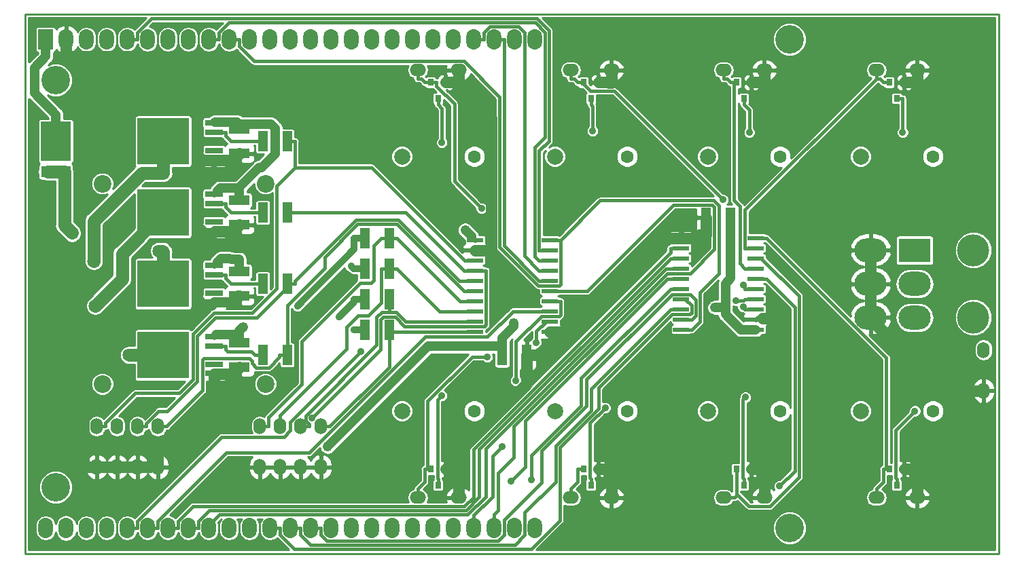
<source format=gbl>
G04 #@! TF.GenerationSoftware,KiCad,Pcbnew,6.0.0-rc1-unknown-576a0af~66~ubuntu18.04.1*
G04 #@! TF.CreationDate,2018-10-20T16:59:14-04:00*
G04 #@! TF.ProjectId,backlight_controller_5x3,6261636B6C696768745F636F6E74726F,1.1*
G04 #@! TF.SameCoordinates,Original*
G04 #@! TF.FileFunction,Copper,L2,Bot*
G04 #@! TF.FilePolarity,Positive*
%FSLAX46Y46*%
G04 Gerber Fmt 4.6, Leading zero omitted, Abs format (unit mm)*
G04 Created by KiCad (PCBNEW 6.0.0-rc1-unknown-576a0af~66~ubuntu18.04.1) date Sat 20 Oct 2018 04:59:14 PM EDT*
%MOMM*%
%LPD*%
G01*
G04 APERTURE LIST*
G04 #@! TA.AperFunction,NonConductor*
%ADD10C,0.228600*%
G04 #@! TD*
G04 #@! TA.AperFunction,ComponentPad*
%ADD11C,2.200000*%
G04 #@! TD*
G04 #@! TA.AperFunction,SMDPad,CuDef*
%ADD12R,1.270000X2.540000*%
G04 #@! TD*
G04 #@! TA.AperFunction,ComponentPad*
%ADD13O,4.000000X3.000000*%
G04 #@! TD*
G04 #@! TA.AperFunction,ComponentPad*
%ADD14R,4.000000X3.000000*%
G04 #@! TD*
G04 #@! TA.AperFunction,ComponentPad*
%ADD15C,4.000000*%
G04 #@! TD*
G04 #@! TA.AperFunction,ComponentPad*
%ADD16O,1.854200X2.540000*%
G04 #@! TD*
G04 #@! TA.AperFunction,ComponentPad*
%ADD17C,3.556000*%
G04 #@! TD*
G04 #@! TA.AperFunction,ComponentPad*
%ADD18R,1.854200X2.540000*%
G04 #@! TD*
G04 #@! TA.AperFunction,SMDPad,CuDef*
%ADD19R,1.600000X1.440000*%
G04 #@! TD*
G04 #@! TA.AperFunction,SMDPad,CuDef*
%ADD20R,3.800000X4.960000*%
G04 #@! TD*
G04 #@! TA.AperFunction,SMDPad,CuDef*
%ADD21R,2.540000X1.270000*%
G04 #@! TD*
G04 #@! TA.AperFunction,SMDPad,CuDef*
%ADD22R,6.400000X5.800000*%
G04 #@! TD*
G04 #@! TA.AperFunction,SMDPad,CuDef*
%ADD23R,2.200000X0.800000*%
G04 #@! TD*
G04 #@! TA.AperFunction,SMDPad,CuDef*
%ADD24R,2.000000X0.600000*%
G04 #@! TD*
G04 #@! TA.AperFunction,ComponentPad*
%ADD25O,1.524000X2.032000*%
G04 #@! TD*
G04 #@! TA.AperFunction,ComponentPad*
%ADD26O,2.032000X1.524000*%
G04 #@! TD*
G04 #@! TA.AperFunction,ComponentPad*
%ADD27C,1.600000*%
G04 #@! TD*
G04 #@! TA.AperFunction,ComponentPad*
%ADD28C,2.000000*%
G04 #@! TD*
G04 #@! TA.AperFunction,SMDPad,CuDef*
%ADD29R,0.800000X0.900000*%
G04 #@! TD*
G04 #@! TA.AperFunction,ViaPad*
%ADD30C,1.219200*%
G04 #@! TD*
G04 #@! TA.AperFunction,ViaPad*
%ADD31C,1.625600*%
G04 #@! TD*
G04 #@! TA.AperFunction,ViaPad*
%ADD32C,0.889000*%
G04 #@! TD*
G04 #@! TA.AperFunction,Conductor*
%ADD33C,1.219200*%
G04 #@! TD*
G04 #@! TA.AperFunction,Conductor*
%ADD34C,0.599800*%
G04 #@! TD*
G04 #@! TA.AperFunction,Conductor*
%ADD35C,0.799800*%
G04 #@! TD*
G04 #@! TA.AperFunction,Conductor*
%ADD36C,1.422400*%
G04 #@! TD*
G04 #@! TA.AperFunction,Conductor*
%ADD37C,1.269800*%
G04 #@! TD*
G04 #@! TA.AperFunction,Conductor*
%ADD38C,1.625600*%
G04 #@! TD*
G04 #@! TA.AperFunction,Conductor*
%ADD39C,0.406400*%
G04 #@! TD*
G04 #@! TA.AperFunction,Conductor*
%ADD40C,0.812800*%
G04 #@! TD*
G04 #@! TA.AperFunction,Conductor*
%ADD41C,0.254000*%
G04 #@! TD*
G04 APERTURE END LIST*
D10*
X191135000Y-71755000D02*
X69850000Y-71755000D01*
X191135000Y-139065000D02*
X191135000Y-71755000D01*
X69850000Y-139065000D02*
X191135000Y-139065000D01*
X69850000Y-71755000D02*
X69850000Y-139065000D01*
D11*
G04 #@! TO.P,J2,*
G04 #@! TO.N,*
X99770000Y-92910000D03*
X99770000Y-117910000D03*
G04 #@! TD*
G04 #@! TO.P,J1,*
G04 #@! TO.N,*
X79450000Y-92910000D03*
X79450000Y-117910000D03*
G04 #@! TD*
D12*
G04 #@! TO.P,R8,2*
G04 #@! TO.N,/backlight_5x3/C_7*
X115189000Y-111125000D03*
G04 #@! TO.P,R8,1*
G04 #@! TO.N,/backlight_5x3/low_power_outputs/OUTPUT_3*
X112141000Y-111125000D03*
G04 #@! TD*
D13*
G04 #@! TO.P,P1,6*
G04 #@! TO.N,GND*
X175160000Y-109610000D03*
G04 #@! TO.P,P1,5*
X175160000Y-105410000D03*
G04 #@! TO.P,P1,4*
X175160000Y-101210000D03*
G04 #@! TO.P,P1,3*
G04 #@! TO.N,VAA*
X180660000Y-109610000D03*
G04 #@! TO.P,P1,2*
X180660000Y-105410000D03*
D14*
G04 #@! TO.P,P1,1*
X180660000Y-101210000D03*
D15*
G04 #@! TO.P,P1,*
G04 #@! TO.N,*
X187960000Y-109610000D03*
X187960000Y-101210000D03*
G04 #@! TD*
D16*
G04 #@! TO.P,MDB1,46*
G04 #@! TO.N,N/C*
X133350000Y-74930000D03*
G04 #@! TO.P,MDB1,45*
X130810000Y-74930000D03*
G04 #@! TO.P,MDB1,30*
G04 #@! TO.N,/CHANNEL_3*
X128270000Y-74930000D03*
G04 #@! TO.P,MDB1,29*
G04 #@! TO.N,/CHANNEL_2*
X125730000Y-74930000D03*
G04 #@! TO.P,MDB1,44*
G04 #@! TO.N,N/C*
X123190000Y-74930000D03*
G04 #@! TO.P,MDB1,43*
X120650000Y-74930000D03*
G04 #@! TO.P,MDB1,47*
X118110000Y-74930000D03*
G04 #@! TO.P,MDB1,48*
X115570000Y-74930000D03*
G04 #@! TO.P,MDB1,49*
X113030000Y-74930000D03*
G04 #@! TO.P,MDB1,33*
X133350000Y-135890000D03*
G04 #@! TO.P,MDB1,34*
X130810000Y-135890000D03*
G04 #@! TO.P,MDB1,35*
G04 #@! TO.N,/CHANNEL_4*
X128270000Y-135890000D03*
G04 #@! TO.P,MDB1,36*
G04 #@! TO.N,/CHANNEL_5*
X125730000Y-135890000D03*
G04 #@! TO.P,MDB1,37*
G04 #@! TO.N,N/C*
X123190000Y-135890000D03*
G04 #@! TO.P,MDB1,38*
X120650000Y-135890000D03*
G04 #@! TO.P,MDB1,51*
X118110000Y-135890000D03*
G04 #@! TO.P,MDB1,DAC0*
X115570000Y-135890000D03*
G04 #@! TO.P,MDB1,DAC1*
X113030000Y-135890000D03*
D17*
G04 #@! TO.P,MDB1,*
G04 #@! TO.N,*
X165100000Y-74930000D03*
X165100000Y-135890000D03*
X73660000Y-130810000D03*
X73660000Y-80010000D03*
D16*
G04 #@! TO.P,MDB1,AREF*
G04 #@! TO.N,N/C*
X72390000Y-135890000D03*
G04 #@! TO.P,MDB1,VEE*
G04 #@! TO.N,VEE*
X74930000Y-135890000D03*
G04 #@! TO.P,MDB1,AGND*
G04 #@! TO.N,N/C*
X77470000Y-135890000D03*
G04 #@! TO.P,MDB1,3V3*
X80010000Y-135890000D03*
G04 #@! TO.P,MDB1,23*
G04 #@! TO.N,/CHANNEL_7*
X82550000Y-135890000D03*
G04 #@! TO.P,MDB1,22*
G04 #@! TO.N,/CHANNEL_6*
X85090000Y-135890000D03*
G04 #@! TO.P,MDB1,21*
G04 #@! TO.N,/CHANNEL_15*
X87630000Y-135890000D03*
G04 #@! TO.P,MDB1,20*
G04 #@! TO.N,/CHANNEL_14*
X90170000Y-135890000D03*
G04 #@! TO.P,MDB1,19*
G04 #@! TO.N,/CHANNEL_13*
X92710000Y-135890000D03*
G04 #@! TO.P,MDB1,18*
G04 #@! TO.N,/CHANNEL_12*
X95250000Y-135890000D03*
G04 #@! TO.P,MDB1,17*
G04 #@! TO.N,/CHANNEL_11*
X97790000Y-135890000D03*
G04 #@! TO.P,MDB1,16*
G04 #@! TO.N,/CHANNEL_10*
X100330000Y-135890000D03*
G04 #@! TO.P,MDB1,15*
G04 #@! TO.N,/CHANNEL_9*
X102870000Y-135890000D03*
G04 #@! TO.P,MDB1,14*
G04 #@! TO.N,/CHANNEL_8*
X105410000Y-135890000D03*
G04 #@! TO.P,MDB1,13*
G04 #@! TO.N,N/C*
X107950000Y-135890000D03*
G04 #@! TO.P,MDB1,53*
X110490000Y-135890000D03*
G04 #@! TO.P,MDB1,50*
X110490000Y-74930000D03*
G04 #@! TO.P,MDB1,12*
X107950000Y-74930000D03*
G04 #@! TO.P,MDB1,11*
X105410000Y-74930000D03*
G04 #@! TO.P,MDB1,42*
X102870000Y-74930000D03*
G04 #@! TO.P,MDB1,41*
X100330000Y-74930000D03*
G04 #@! TO.P,MDB1,40*
X97790000Y-74930000D03*
G04 #@! TO.P,MDB1,52*
G04 #@! TO.N,/~ENABLE*
X95250000Y-74930000D03*
G04 #@! TO.P,MDB1,6*
G04 #@! TO.N,/CHANNEL_1*
X92710000Y-74930000D03*
G04 #@! TO.P,MDB1,5*
G04 #@! TO.N,N/C*
X90170000Y-74930000D03*
G04 #@! TO.P,MDB1,54*
X87630000Y-74930000D03*
G04 #@! TO.P,MDB1,55*
X85090000Y-74930000D03*
G04 #@! TO.P,MDB1,2*
G04 #@! TO.N,/CHANNEL_0*
X82550000Y-74930000D03*
G04 #@! TO.P,MDB1,A11*
G04 #@! TO.N,N/C*
X80010000Y-74930000D03*
D18*
G04 #@! TO.P,MDB1,VDD*
G04 #@! TO.N,VDD*
X72390000Y-74930000D03*
D16*
G04 #@! TO.P,MDB1,A10*
G04 #@! TO.N,N/C*
X77470000Y-74930000D03*
G04 #@! TO.P,MDB1,GND*
G04 #@! TO.N,GND*
X74930000Y-74930000D03*
G04 #@! TD*
D19*
G04 #@! TO.P,D1,2*
G04 #@! TO.N,VAA*
X74725000Y-91430000D03*
X72595000Y-91430000D03*
D20*
G04 #@! TO.P,D1,1*
G04 #@! TO.N,VDD*
X73660000Y-87630000D03*
G04 #@! TD*
D12*
G04 #@! TO.P,C1,2*
G04 #@! TO.N,GND*
X132334000Y-114300000D03*
G04 #@! TO.P,C1,1*
G04 #@! TO.N,VEE*
X129286000Y-114300000D03*
G04 #@! TD*
G04 #@! TO.P,C2,2*
G04 #@! TO.N,GND*
X154686000Y-97155000D03*
G04 #@! TO.P,C2,1*
G04 #@! TO.N,VEE*
X157734000Y-97155000D03*
G04 #@! TD*
D21*
G04 #@! TO.P,C3,2*
G04 #@! TO.N,GND*
X96520000Y-89154000D03*
G04 #@! TO.P,C3,1*
G04 #@! TO.N,VDD*
X96520000Y-86106000D03*
G04 #@! TD*
G04 #@! TO.P,C4,2*
G04 #@! TO.N,GND*
X96520000Y-98044000D03*
G04 #@! TO.P,C4,1*
G04 #@! TO.N,VDD*
X96520000Y-94996000D03*
G04 #@! TD*
G04 #@! TO.P,C5,2*
G04 #@! TO.N,GND*
X96520000Y-106934000D03*
G04 #@! TO.P,C5,1*
G04 #@! TO.N,VDD*
X96520000Y-103886000D03*
G04 #@! TD*
G04 #@! TO.P,C6,2*
G04 #@! TO.N,GND*
X96520000Y-115824000D03*
G04 #@! TO.P,C6,1*
G04 #@! TO.N,VDD*
X96520000Y-112776000D03*
G04 #@! TD*
D22*
G04 #@! TO.P,HPS1,6*
G04 #@! TO.N,/backlight_5x3/high_power_outputs/OUTPUT_0*
X87045000Y-87630000D03*
D23*
G04 #@! TO.P,HPS1,1*
G04 #@! TO.N,VDD*
X93345000Y-85350000D03*
G04 #@! TO.P,HPS1,2*
G04 #@! TO.N,/backlight_5x3/high_power_outputs/high_power_output_0/FAULT*
X93345000Y-86490000D03*
G04 #@! TO.P,HPS1,4*
G04 #@! TO.N,N/C*
X93345000Y-88770000D03*
G04 #@! TO.P,HPS1,5*
G04 #@! TO.N,GND*
X93345000Y-89910000D03*
G04 #@! TD*
D22*
G04 #@! TO.P,HPS2,6*
G04 #@! TO.N,/backlight_5x3/high_power_outputs/OUTPUT_1*
X87045000Y-96520000D03*
D23*
G04 #@! TO.P,HPS2,1*
G04 #@! TO.N,VDD*
X93345000Y-94240000D03*
G04 #@! TO.P,HPS2,2*
G04 #@! TO.N,/backlight_5x3/high_power_outputs/high_power_output_1/FAULT*
X93345000Y-95380000D03*
G04 #@! TO.P,HPS2,4*
G04 #@! TO.N,N/C*
X93345000Y-97660000D03*
G04 #@! TO.P,HPS2,5*
G04 #@! TO.N,GND*
X93345000Y-98800000D03*
G04 #@! TD*
D22*
G04 #@! TO.P,HPS3,6*
G04 #@! TO.N,/backlight_5x3/high_power_outputs/OUTPUT_2*
X87045000Y-105410000D03*
D23*
G04 #@! TO.P,HPS3,1*
G04 #@! TO.N,VDD*
X93345000Y-103130000D03*
G04 #@! TO.P,HPS3,2*
G04 #@! TO.N,/backlight_5x3/high_power_outputs/high_power_output_2/FAULT*
X93345000Y-104270000D03*
G04 #@! TO.P,HPS3,4*
G04 #@! TO.N,N/C*
X93345000Y-106550000D03*
G04 #@! TO.P,HPS3,5*
G04 #@! TO.N,GND*
X93345000Y-107690000D03*
G04 #@! TD*
D22*
G04 #@! TO.P,HPS4,6*
G04 #@! TO.N,/backlight_5x3/high_power_outputs/OUTPUT_3*
X87045000Y-114300000D03*
D23*
G04 #@! TO.P,HPS4,1*
G04 #@! TO.N,VDD*
X93345000Y-112020000D03*
G04 #@! TO.P,HPS4,2*
G04 #@! TO.N,/backlight_5x3/high_power_outputs/high_power_output_3/FAULT*
X93345000Y-113160000D03*
G04 #@! TO.P,HPS4,4*
G04 #@! TO.N,N/C*
X93345000Y-115440000D03*
G04 #@! TO.P,HPS4,5*
G04 #@! TO.N,GND*
X93345000Y-116580000D03*
G04 #@! TD*
D12*
G04 #@! TO.P,R1,2*
G04 #@! TO.N,/backlight_5x3/C_0*
X102489000Y-87630000D03*
G04 #@! TO.P,R1,1*
G04 #@! TO.N,/backlight_5x3/high_power_outputs/high_power_output_0/FAULT*
X99441000Y-87630000D03*
G04 #@! TD*
G04 #@! TO.P,R2,2*
G04 #@! TO.N,/backlight_5x3/C_1*
X102489000Y-96520000D03*
G04 #@! TO.P,R2,1*
G04 #@! TO.N,/backlight_5x3/high_power_outputs/high_power_output_1/FAULT*
X99441000Y-96520000D03*
G04 #@! TD*
G04 #@! TO.P,R3,2*
G04 #@! TO.N,/backlight_5x3/C_2*
X102489000Y-105410000D03*
G04 #@! TO.P,R3,1*
G04 #@! TO.N,/backlight_5x3/high_power_outputs/high_power_output_2/FAULT*
X99441000Y-105410000D03*
G04 #@! TD*
G04 #@! TO.P,R4,2*
G04 #@! TO.N,/backlight_5x3/C_3*
X102489000Y-114300000D03*
G04 #@! TO.P,R4,1*
G04 #@! TO.N,/backlight_5x3/high_power_outputs/high_power_output_3/FAULT*
X99441000Y-114300000D03*
G04 #@! TD*
G04 #@! TO.P,R5,2*
G04 #@! TO.N,/backlight_5x3/C_4*
X115189000Y-99695000D03*
G04 #@! TO.P,R5,1*
G04 #@! TO.N,/backlight_5x3/low_power_outputs/OUTPUT_0*
X112141000Y-99695000D03*
G04 #@! TD*
G04 #@! TO.P,R6,2*
G04 #@! TO.N,/backlight_5x3/C_5*
X115189000Y-103505000D03*
G04 #@! TO.P,R6,1*
G04 #@! TO.N,/backlight_5x3/low_power_outputs/OUTPUT_1*
X112141000Y-103505000D03*
G04 #@! TD*
G04 #@! TO.P,R7,2*
G04 #@! TO.N,/backlight_5x3/C_6*
X115189000Y-107315000D03*
G04 #@! TO.P,R7,1*
G04 #@! TO.N,/backlight_5x3/low_power_outputs/OUTPUT_2*
X112141000Y-107315000D03*
G04 #@! TD*
D24*
G04 #@! TO.P,U1,1*
G04 #@! TO.N,/~ENABLE*
X135206000Y-99949000D03*
G04 #@! TO.P,U1,2*
G04 #@! TO.N,/CHANNEL_0*
X135206000Y-101219000D03*
G04 #@! TO.P,U1,3*
G04 #@! TO.N,/CHANNEL_1*
X135206000Y-102489000D03*
G04 #@! TO.P,U1,4*
G04 #@! TO.N,/CHANNEL_2*
X135206000Y-103759000D03*
G04 #@! TO.P,U1,5*
G04 #@! TO.N,/CHANNEL_3*
X135206000Y-105029000D03*
G04 #@! TO.P,U1,6*
G04 #@! TO.N,/CHANNEL_4*
X135206000Y-106299000D03*
G04 #@! TO.P,U1,7*
G04 #@! TO.N,/CHANNEL_5*
X135206000Y-107569000D03*
G04 #@! TO.P,U1,8*
G04 #@! TO.N,/CHANNEL_6*
X135206000Y-108839000D03*
G04 #@! TO.P,U1,9*
G04 #@! TO.N,/CHANNEL_7*
X135206000Y-110109000D03*
G04 #@! TO.P,U1,10*
G04 #@! TO.N,GND*
X135206000Y-111379000D03*
G04 #@! TO.P,U1,11*
G04 #@! TO.N,/backlight_5x3/C_7*
X125906000Y-111379000D03*
G04 #@! TO.P,U1,12*
G04 #@! TO.N,/backlight_5x3/C_6*
X125906000Y-110109000D03*
G04 #@! TO.P,U1,13*
G04 #@! TO.N,/backlight_5x3/C_5*
X125906000Y-108839000D03*
G04 #@! TO.P,U1,14*
G04 #@! TO.N,/backlight_5x3/C_4*
X125906000Y-107569000D03*
G04 #@! TO.P,U1,15*
G04 #@! TO.N,/backlight_5x3/C_3*
X125906000Y-106299000D03*
G04 #@! TO.P,U1,16*
G04 #@! TO.N,/backlight_5x3/C_2*
X125906000Y-105029000D03*
G04 #@! TO.P,U1,17*
G04 #@! TO.N,/backlight_5x3/C_1*
X125906000Y-103759000D03*
G04 #@! TO.P,U1,18*
G04 #@! TO.N,/backlight_5x3/C_0*
X125906000Y-102489000D03*
G04 #@! TO.P,U1,19*
G04 #@! TO.N,GND*
X125906000Y-101219000D03*
G04 #@! TO.P,U1,20*
G04 #@! TO.N,VEE*
X125906000Y-99949000D03*
G04 #@! TD*
G04 #@! TO.P,U2,1*
G04 #@! TO.N,/~ENABLE*
X151560000Y-111125000D03*
G04 #@! TO.P,U2,2*
G04 #@! TO.N,/CHANNEL_8*
X151560000Y-109855000D03*
G04 #@! TO.P,U2,3*
G04 #@! TO.N,/CHANNEL_9*
X151560000Y-108585000D03*
G04 #@! TO.P,U2,4*
G04 #@! TO.N,/CHANNEL_10*
X151560000Y-107315000D03*
G04 #@! TO.P,U2,5*
G04 #@! TO.N,/CHANNEL_11*
X151560000Y-106045000D03*
G04 #@! TO.P,U2,6*
G04 #@! TO.N,/CHANNEL_12*
X151560000Y-104775000D03*
G04 #@! TO.P,U2,7*
G04 #@! TO.N,/CHANNEL_13*
X151560000Y-103505000D03*
G04 #@! TO.P,U2,8*
G04 #@! TO.N,/CHANNEL_14*
X151560000Y-102235000D03*
G04 #@! TO.P,U2,9*
G04 #@! TO.N,/CHANNEL_15*
X151560000Y-100965000D03*
G04 #@! TO.P,U2,10*
G04 #@! TO.N,GND*
X151560000Y-99695000D03*
G04 #@! TO.P,U2,11*
G04 #@! TO.N,/backlight_5x3/C_15*
X160860000Y-99695000D03*
G04 #@! TO.P,U2,12*
G04 #@! TO.N,/backlight_5x3/C_14*
X160860000Y-100965000D03*
G04 #@! TO.P,U2,13*
G04 #@! TO.N,/backlight_5x3/C_13*
X160860000Y-102235000D03*
G04 #@! TO.P,U2,14*
G04 #@! TO.N,/backlight_5x3/C_12*
X160860000Y-103505000D03*
G04 #@! TO.P,U2,15*
G04 #@! TO.N,/backlight_5x3/C_11*
X160860000Y-104775000D03*
G04 #@! TO.P,U2,16*
G04 #@! TO.N,/backlight_5x3/C_10*
X160860000Y-106045000D03*
G04 #@! TO.P,U2,17*
G04 #@! TO.N,/backlight_5x3/C_9*
X160860000Y-107315000D03*
G04 #@! TO.P,U2,18*
G04 #@! TO.N,/backlight_5x3/C_8*
X160860000Y-108585000D03*
G04 #@! TO.P,U2,19*
G04 #@! TO.N,GND*
X160860000Y-109855000D03*
G04 #@! TO.P,U2,20*
G04 #@! TO.N,VEE*
X160860000Y-111125000D03*
G04 #@! TD*
D25*
G04 #@! TO.P,L1,1*
G04 #@! TO.N,VAA*
X189230000Y-113665000D03*
G04 #@! TO.P,L1,2*
G04 #@! TO.N,GND*
X189230000Y-118745000D03*
G04 #@! TD*
G04 #@! TO.P,L2,2*
G04 #@! TO.N,GND*
X78740000Y-128270000D03*
G04 #@! TO.P,L2,1*
G04 #@! TO.N,/backlight_5x3/C_0*
X78740000Y-123190000D03*
G04 #@! TD*
G04 #@! TO.P,L3,1*
G04 #@! TO.N,/backlight_5x3/C_1*
X81280000Y-123190000D03*
G04 #@! TO.P,L3,2*
G04 #@! TO.N,GND*
X81280000Y-128270000D03*
G04 #@! TD*
G04 #@! TO.P,L4,2*
G04 #@! TO.N,GND*
X83820000Y-128270000D03*
G04 #@! TO.P,L4,1*
G04 #@! TO.N,/backlight_5x3/C_2*
X83820000Y-123190000D03*
G04 #@! TD*
G04 #@! TO.P,L5,1*
G04 #@! TO.N,/backlight_5x3/C_3*
X86360000Y-123190000D03*
G04 #@! TO.P,L5,2*
G04 #@! TO.N,GND*
X86360000Y-128270000D03*
G04 #@! TD*
G04 #@! TO.P,L6,2*
G04 #@! TO.N,GND*
X99060000Y-128270000D03*
G04 #@! TO.P,L6,1*
G04 #@! TO.N,/backlight_5x3/C_4*
X99060000Y-123190000D03*
G04 #@! TD*
G04 #@! TO.P,L7,2*
G04 #@! TO.N,GND*
X101600000Y-128270000D03*
G04 #@! TO.P,L7,1*
G04 #@! TO.N,/backlight_5x3/C_5*
X101600000Y-123190000D03*
G04 #@! TD*
G04 #@! TO.P,L8,1*
G04 #@! TO.N,/backlight_5x3/C_6*
X104140000Y-123190000D03*
G04 #@! TO.P,L8,2*
G04 #@! TO.N,GND*
X104140000Y-128270000D03*
G04 #@! TD*
G04 #@! TO.P,L9,1*
G04 #@! TO.N,/backlight_5x3/C_7*
X106680000Y-123190000D03*
G04 #@! TO.P,L9,2*
G04 #@! TO.N,GND*
X106680000Y-128270000D03*
G04 #@! TD*
D26*
G04 #@! TO.P,L10,1*
G04 #@! TO.N,/backlight_5x3/C_8*
X118745000Y-78740000D03*
G04 #@! TO.P,L10,2*
G04 #@! TO.N,GND*
X123825000Y-78740000D03*
G04 #@! TD*
G04 #@! TO.P,L11,2*
G04 #@! TO.N,GND*
X123825000Y-132080000D03*
G04 #@! TO.P,L11,1*
G04 #@! TO.N,/backlight_5x3/C_9*
X118745000Y-132080000D03*
G04 #@! TD*
G04 #@! TO.P,L12,2*
G04 #@! TO.N,GND*
X142875000Y-78740000D03*
G04 #@! TO.P,L12,1*
G04 #@! TO.N,/backlight_5x3/C_10*
X137795000Y-78740000D03*
G04 #@! TD*
G04 #@! TO.P,L13,1*
G04 #@! TO.N,/backlight_5x3/C_11*
X137795000Y-132080000D03*
G04 #@! TO.P,L13,2*
G04 #@! TO.N,GND*
X142875000Y-132080000D03*
G04 #@! TD*
G04 #@! TO.P,L14,2*
G04 #@! TO.N,GND*
X161925000Y-78740000D03*
G04 #@! TO.P,L14,1*
G04 #@! TO.N,/backlight_5x3/C_12*
X156845000Y-78740000D03*
G04 #@! TD*
G04 #@! TO.P,L15,1*
G04 #@! TO.N,/backlight_5x3/C_13*
X156845000Y-132080000D03*
G04 #@! TO.P,L15,2*
G04 #@! TO.N,GND*
X161925000Y-132080000D03*
G04 #@! TD*
G04 #@! TO.P,L16,2*
G04 #@! TO.N,GND*
X180975000Y-78740000D03*
G04 #@! TO.P,L16,1*
G04 #@! TO.N,/backlight_5x3/C_14*
X175895000Y-78740000D03*
G04 #@! TD*
G04 #@! TO.P,L17,1*
G04 #@! TO.N,/backlight_5x3/C_15*
X175895000Y-132080000D03*
G04 #@! TO.P,L17,2*
G04 #@! TO.N,GND*
X180975000Y-132080000D03*
G04 #@! TD*
D27*
G04 #@! TO.P,J3,*
G04 #@! TO.N,*
X125785000Y-89535000D03*
D28*
X116785000Y-89535000D03*
G04 #@! TD*
D27*
G04 #@! TO.P,J4,*
G04 #@! TO.N,*
X125785000Y-121285000D03*
D28*
X116785000Y-121285000D03*
G04 #@! TD*
D27*
G04 #@! TO.P,J5,*
G04 #@! TO.N,*
X144835000Y-89535000D03*
D28*
X135835000Y-89535000D03*
G04 #@! TD*
D27*
G04 #@! TO.P,J6,*
G04 #@! TO.N,*
X144835000Y-121285000D03*
D28*
X135835000Y-121285000D03*
G04 #@! TD*
G04 #@! TO.P,J7,*
G04 #@! TO.N,*
X154885000Y-89535000D03*
D27*
X163885000Y-89535000D03*
G04 #@! TD*
D28*
G04 #@! TO.P,J8,*
G04 #@! TO.N,*
X154885000Y-121285000D03*
D27*
X163885000Y-121285000D03*
G04 #@! TD*
D28*
G04 #@! TO.P,J9,*
G04 #@! TO.N,*
X173935000Y-89535000D03*
D27*
X182935000Y-89535000D03*
G04 #@! TD*
D28*
G04 #@! TO.P,J10,*
G04 #@! TO.N,*
X173935000Y-121285000D03*
D27*
X182935000Y-121285000D03*
G04 #@! TD*
D29*
G04 #@! TO.P,U3,3*
G04 #@! TO.N,/backlight_5x3/backlight_outputs/ir_0/NPN*
X121285000Y-82280000D03*
G04 #@! TO.P,U3,2*
G04 #@! TO.N,GND*
X122235000Y-80280000D03*
G04 #@! TO.P,U3,1*
G04 #@! TO.N,/backlight_5x3/C_8*
X120335000Y-80280000D03*
G04 #@! TD*
G04 #@! TO.P,U4,3*
G04 #@! TO.N,/backlight_5x3/backlight_outputs/visible_0/NPN*
X121285000Y-130540000D03*
G04 #@! TO.P,U4,2*
G04 #@! TO.N,GND*
X122235000Y-128540000D03*
G04 #@! TO.P,U4,1*
G04 #@! TO.N,/backlight_5x3/C_9*
X120335000Y-128540000D03*
G04 #@! TD*
G04 #@! TO.P,U5,3*
G04 #@! TO.N,/backlight_5x3/backlight_outputs/ir_1/NPN*
X140335000Y-82280000D03*
G04 #@! TO.P,U5,2*
G04 #@! TO.N,GND*
X141285000Y-80280000D03*
G04 #@! TO.P,U5,1*
G04 #@! TO.N,/backlight_5x3/C_10*
X139385000Y-80280000D03*
G04 #@! TD*
G04 #@! TO.P,U6,3*
G04 #@! TO.N,/backlight_5x3/backlight_outputs/visible_1/NPN*
X140335000Y-130540000D03*
G04 #@! TO.P,U6,2*
G04 #@! TO.N,GND*
X141285000Y-128540000D03*
G04 #@! TO.P,U6,1*
G04 #@! TO.N,/backlight_5x3/C_11*
X139385000Y-128540000D03*
G04 #@! TD*
G04 #@! TO.P,U7,1*
G04 #@! TO.N,/backlight_5x3/C_12*
X158435000Y-80280000D03*
G04 #@! TO.P,U7,2*
G04 #@! TO.N,GND*
X160335000Y-80280000D03*
G04 #@! TO.P,U7,3*
G04 #@! TO.N,/backlight_5x3/backlight_outputs/ir_2/NPN*
X159385000Y-82280000D03*
G04 #@! TD*
G04 #@! TO.P,U8,1*
G04 #@! TO.N,/backlight_5x3/C_13*
X158435000Y-128540000D03*
G04 #@! TO.P,U8,2*
G04 #@! TO.N,GND*
X160335000Y-128540000D03*
G04 #@! TO.P,U8,3*
G04 #@! TO.N,/backlight_5x3/backlight_outputs/visible_2/NPN*
X159385000Y-130540000D03*
G04 #@! TD*
G04 #@! TO.P,U9,1*
G04 #@! TO.N,/backlight_5x3/C_14*
X177485000Y-80280000D03*
G04 #@! TO.P,U9,2*
G04 #@! TO.N,GND*
X179385000Y-80280000D03*
G04 #@! TO.P,U9,3*
G04 #@! TO.N,/backlight_5x3/backlight_outputs/ir_3/NPN*
X178435000Y-82280000D03*
G04 #@! TD*
G04 #@! TO.P,U10,1*
G04 #@! TO.N,/backlight_5x3/C_15*
X177485000Y-128540000D03*
G04 #@! TO.P,U10,2*
G04 #@! TO.N,GND*
X179385000Y-128540000D03*
G04 #@! TO.P,U10,3*
G04 #@! TO.N,/backlight_5x3/backlight_outputs/visible_3/NPN*
X178435000Y-130540000D03*
G04 #@! TD*
D30*
G04 #@! TO.N,VEE*
X124664600Y-98707600D03*
X155774800Y-108365400D03*
X107527300Y-125730000D03*
X130707400Y-110263900D03*
G04 #@! TO.N,VDD*
X95321100Y-93497100D03*
X97028000Y-110773700D03*
X95321100Y-102242100D03*
D31*
G04 #@! TO.N,VAA*
X75664100Y-99080700D03*
D32*
G04 #@! TO.N,/CHANNEL_11*
X132914600Y-129886200D03*
G04 #@! TO.N,/CHANNEL_5*
X129278600Y-125703800D03*
X130977700Y-117481200D03*
G04 #@! TO.N,/CHANNEL_7*
X111669800Y-113880900D03*
X133494100Y-112738700D03*
G04 #@! TO.N,/CHANNEL_12*
X130369500Y-130032100D03*
D31*
G04 #@! TO.N,/backlight_5x3/high_power_outputs/OUTPUT_0*
X78392600Y-102589100D03*
G04 #@! TO.N,/backlight_5x3/high_power_outputs/OUTPUT_1*
X78562900Y-108150000D03*
G04 #@! TO.N,/backlight_5x3/high_power_outputs/OUTPUT_2*
X86537100Y-101300000D03*
G04 #@! TO.N,/backlight_5x3/high_power_outputs/OUTPUT_3*
X82777900Y-114300000D03*
D32*
G04 #@! TO.N,/backlight_5x3/low_power_outputs/OUTPUT_3*
X110797900Y-111184600D03*
G04 #@! TO.N,/backlight_5x3/low_power_outputs/OUTPUT_2*
X108972000Y-109520000D03*
G04 #@! TO.N,/backlight_5x3/low_power_outputs/OUTPUT_1*
X110444000Y-103198800D03*
G04 #@! TO.N,/backlight_5x3/low_power_outputs/OUTPUT_0*
X103774400Y-108162400D03*
G04 #@! TO.N,/backlight_5x3/C_8*
X159280400Y-108276300D03*
X126692600Y-95986600D03*
G04 #@! TO.N,/backlight_5x3/C_9*
X158405000Y-107497900D03*
X127402700Y-114520600D03*
G04 #@! TO.N,/backlight_5x3/C_10*
X159309700Y-105530800D03*
X156783700Y-94926700D03*
G04 #@! TO.N,/backlight_5x3/C_11*
X163803500Y-130657600D03*
G04 #@! TO.N,/backlight_5x3/C_1*
X105540700Y-122171500D03*
G04 #@! TO.N,/backlight_5x3/backlight_outputs/ir_0/NPN*
X121756300Y-87765000D03*
G04 #@! TO.N,/backlight_5x3/backlight_outputs/visible_0/NPN*
X121733100Y-119384000D03*
G04 #@! TO.N,/backlight_5x3/backlight_outputs/ir_1/NPN*
X140531200Y-86342600D03*
G04 #@! TO.N,/backlight_5x3/backlight_outputs/visible_1/NPN*
X142105000Y-120882000D03*
G04 #@! TO.N,/backlight_5x3/backlight_outputs/ir_2/NPN*
X160057100Y-86500000D03*
G04 #@! TO.N,/backlight_5x3/backlight_outputs/visible_2/NPN*
X159587100Y-119568200D03*
G04 #@! TO.N,/backlight_5x3/backlight_outputs/ir_3/NPN*
X179173800Y-86521600D03*
G04 #@! TO.N,/backlight_5x3/backlight_outputs/visible_3/NPN*
X180691400Y-121276200D03*
G04 #@! TD*
D33*
G04 #@! TO.N,VEE*
X157096600Y-108365400D02*
X155774800Y-108365400D01*
X158996100Y-111125000D02*
X157096600Y-109225500D01*
X157096600Y-109225500D02*
X157096600Y-108365400D01*
X157734000Y-99288900D02*
X157734000Y-104713500D01*
X157734000Y-104713500D02*
X157096600Y-105350900D01*
X157096600Y-105350900D02*
X157096600Y-108365400D01*
X129286000Y-113332900D02*
X129165300Y-113212200D01*
X129165300Y-113212200D02*
X120045100Y-113212200D01*
X120045100Y-113212200D02*
X107527300Y-125730000D01*
X124664600Y-98707600D02*
X125427100Y-99470100D01*
D34*
X125427100Y-99470100D02*
X125906000Y-99949000D01*
D33*
X129286000Y-112166100D02*
X130707400Y-110744700D01*
X130707400Y-110744700D02*
X130707400Y-110263900D01*
X157734000Y-97155000D02*
X157734000Y-99288900D01*
X129286000Y-113332900D02*
X129286000Y-112166100D01*
X129286000Y-114300000D02*
X129286000Y-113332900D01*
X160860000Y-111125000D02*
X158996100Y-111125000D01*
D35*
G04 #@! TO.N,GND*
X93418200Y-89983200D02*
X93345000Y-89910000D01*
D36*
X96520000Y-89154000D02*
X95690800Y-89983200D01*
X95690800Y-89983200D02*
X93418200Y-89983200D01*
X154686000Y-97155000D02*
X154686000Y-99263200D01*
X151560000Y-99695000D02*
X153398200Y-99695000D01*
X153398200Y-99695000D02*
X153830000Y-99263200D01*
X153830000Y-99263200D02*
X154686000Y-99263200D01*
X137044200Y-111379000D02*
X148728200Y-99695000D01*
X148728200Y-99695000D02*
X151560000Y-99695000D01*
D35*
X92995700Y-108039300D02*
X93345000Y-107690000D01*
D36*
X91689800Y-108039300D02*
X91689800Y-107765100D01*
X91689800Y-107765100D02*
X91245000Y-107320300D01*
X91245000Y-107320300D02*
X91245000Y-100900000D01*
X91245000Y-100900000D02*
X92571800Y-99573200D01*
X77139800Y-128270000D02*
X77139800Y-116666600D01*
X77139800Y-116666600D02*
X84530800Y-109275600D01*
X84530800Y-109275600D02*
X90727800Y-109275600D01*
X90727800Y-109275600D02*
X91689800Y-108313600D01*
X91689800Y-108313600D02*
X91689800Y-108039300D01*
X91689800Y-108039300D02*
X92995700Y-108039300D01*
X92571800Y-99573200D02*
X92935000Y-99210000D01*
X92571800Y-99573200D02*
X91279400Y-98280900D01*
X91279400Y-98280900D02*
X91279400Y-90652900D01*
X91279400Y-90652900D02*
X91906400Y-90025900D01*
X91906400Y-90025900D02*
X93229100Y-90025900D01*
X74930000Y-77038200D02*
X83932500Y-77038200D01*
X83932500Y-77038200D02*
X91245000Y-84350700D01*
X91245000Y-84350700D02*
X91245000Y-89364500D01*
X91245000Y-89364500D02*
X91906400Y-90025900D01*
D35*
X92935000Y-99210000D02*
X93345000Y-98800000D01*
D36*
X83820000Y-128270000D02*
X85420200Y-128270000D01*
X86360000Y-127342900D02*
X86347300Y-127342900D01*
X86347300Y-127342900D02*
X85420200Y-128270000D01*
X86360000Y-127342900D02*
X86360000Y-126415800D01*
X86360000Y-128270000D02*
X86360000Y-127342900D01*
D37*
X93345000Y-107690000D02*
X95580900Y-107690000D01*
D36*
X96520000Y-106934000D02*
X96336900Y-106934000D01*
X96336900Y-106934000D02*
X95580900Y-107690000D01*
X179385000Y-80280000D02*
X180623200Y-80280000D01*
X180975000Y-78740000D02*
X180975000Y-80340200D01*
X180975000Y-80340200D02*
X180683400Y-80340200D01*
X180683400Y-80340200D02*
X180623200Y-80280000D01*
X127744200Y-101219000D02*
X127950200Y-101013000D01*
X127950200Y-101013000D02*
X127950200Y-84757000D01*
X127950200Y-84757000D02*
X123473200Y-80280000D01*
X123825000Y-79540100D02*
X123825000Y-79928200D01*
X123825000Y-79928200D02*
X123473200Y-80280000D01*
X125906000Y-101219000D02*
X127744200Y-101219000D01*
X132334000Y-114300000D02*
X132334000Y-116408200D01*
X122854100Y-128540000D02*
X122854100Y-127443700D01*
X122854100Y-127443700D02*
X132334000Y-117963800D01*
X132334000Y-117963800D02*
X132334000Y-116408200D01*
X123825000Y-132080000D02*
X123825000Y-130479800D01*
X123825000Y-130479800D02*
X122854100Y-129508900D01*
X122854100Y-129508900D02*
X122854100Y-128540000D01*
X160335000Y-80280000D02*
X161573200Y-80280000D01*
X161925000Y-78740000D02*
X161925000Y-80340200D01*
X161925000Y-80340200D02*
X161633400Y-80340200D01*
X161633400Y-80340200D02*
X161573200Y-80280000D01*
X141285000Y-80280000D02*
X142523200Y-80280000D01*
X142875000Y-78740000D02*
X142875000Y-80340200D01*
X142875000Y-80340200D02*
X142583400Y-80340200D01*
X142583400Y-80340200D02*
X142523200Y-80280000D01*
X122235000Y-80280000D02*
X123473200Y-80280000D01*
X123825000Y-78740000D02*
X123825000Y-79540100D01*
D35*
X93229100Y-90025900D02*
X93345000Y-89910000D01*
X93418200Y-98873200D02*
X93345000Y-98800000D01*
D36*
X96520000Y-98044000D02*
X95690800Y-98873200D01*
X95690800Y-98873200D02*
X93418200Y-98873200D01*
X86360000Y-126415800D02*
X93345000Y-119430800D01*
X93345000Y-119430800D02*
X93345000Y-116653200D01*
X83820000Y-128270000D02*
X82880200Y-128270000D01*
X81280000Y-128270000D02*
X82880200Y-128270000D01*
X81280000Y-128270000D02*
X80340200Y-128270000D01*
X133807200Y-114300000D02*
X136125100Y-111982100D01*
X136125100Y-111982100D02*
X136125100Y-111379000D01*
X74930000Y-74930000D02*
X74930000Y-77038200D01*
X132334000Y-114300000D02*
X133807200Y-114300000D01*
X136125100Y-111379000D02*
X137044200Y-111379000D01*
X135206000Y-111379000D02*
X136125100Y-111379000D01*
X78740000Y-128270000D02*
X77139800Y-128270000D01*
X78740000Y-128270000D02*
X80340200Y-128270000D01*
X93345000Y-116653200D02*
X95690800Y-116653200D01*
X95690800Y-116653200D02*
X96520000Y-115824000D01*
X189230000Y-118745000D02*
X184556300Y-118745000D01*
X175160000Y-105410000D02*
X175160000Y-109610000D01*
X175160000Y-101210000D02*
X175160000Y-105410000D01*
D35*
X93345000Y-116653200D02*
X93345000Y-116580000D01*
D34*
X162878500Y-109778800D02*
X162497400Y-109778800D01*
D36*
X162878500Y-109778800D02*
X162878500Y-119238400D01*
X162878500Y-119238400D02*
X160784200Y-121332700D01*
X160784200Y-121332700D02*
X160784200Y-128540000D01*
X160784200Y-128540000D02*
X161573200Y-128540000D01*
X160335000Y-128540000D02*
X160784200Y-128540000D01*
X161660600Y-109698200D02*
X162416800Y-109698200D01*
X162416800Y-109698200D02*
X162497400Y-109778800D01*
D34*
X161660600Y-109698200D02*
X161016800Y-109698200D01*
X161016800Y-109698200D02*
X160860000Y-109855000D01*
D36*
X122235000Y-128540000D02*
X122854100Y-128540000D01*
X142875000Y-132080000D02*
X142875000Y-130479800D01*
X141285000Y-128540000D02*
X142523200Y-128540000D01*
X142523200Y-128540000D02*
X142523200Y-130128000D01*
X142523200Y-130128000D02*
X142875000Y-130479800D01*
X161925000Y-132080000D02*
X161925000Y-130479800D01*
X161573200Y-128540000D02*
X161573200Y-130128000D01*
X161573200Y-130128000D02*
X161925000Y-130479800D01*
X180975000Y-132080000D02*
X180975000Y-130479800D01*
X179385000Y-128540000D02*
X180623200Y-128540000D01*
X180623200Y-128540000D02*
X180623200Y-130128000D01*
X180623200Y-130128000D02*
X180975000Y-130479800D01*
X185420000Y-123743200D02*
X180623200Y-128540000D01*
X184556300Y-118745000D02*
X185420000Y-119608700D01*
X185420000Y-119608700D02*
X185420000Y-123743200D01*
X184556300Y-118745000D02*
X184150000Y-118745000D01*
X175160000Y-109755000D02*
X175160000Y-109610000D01*
X184150000Y-118745000D02*
X175160000Y-109755000D01*
D33*
G04 #@! TO.N,VDD*
X95321100Y-93497100D02*
X96520000Y-93497100D01*
X93826800Y-93758200D02*
X94087900Y-93497100D01*
X94087900Y-93497100D02*
X95321100Y-93497100D01*
X96520000Y-111996700D02*
X96520000Y-111277100D01*
X96520000Y-112776000D02*
X96520000Y-111996700D01*
X93652100Y-111712900D02*
X96236200Y-111712900D01*
X96236200Y-111712900D02*
X96520000Y-111996700D01*
D35*
X93652100Y-111712900D02*
X93345000Y-112020000D01*
D33*
X96520000Y-111277100D02*
X96524600Y-111277100D01*
X96524600Y-111277100D02*
X97028000Y-110773700D01*
X96520000Y-85484200D02*
X96520000Y-86106000D01*
X93469000Y-85226000D02*
X96261800Y-85226000D01*
X96261800Y-85226000D02*
X96520000Y-85484200D01*
X96520000Y-93497100D02*
X96520000Y-93375400D01*
X96520000Y-93375400D02*
X98974400Y-90921000D01*
X98974400Y-90921000D02*
X99277200Y-90921000D01*
X99277200Y-90921000D02*
X100965000Y-89233200D01*
X100965000Y-89233200D02*
X100965000Y-85977300D01*
X100965000Y-85977300D02*
X100471900Y-85484200D01*
X100471900Y-85484200D02*
X96520000Y-85484200D01*
D35*
X93469000Y-85226000D02*
X93345000Y-85350000D01*
D33*
X96520000Y-94996000D02*
X96520000Y-93497100D01*
X96520000Y-103886000D02*
X96520000Y-102387100D01*
X95321100Y-102242100D02*
X95466100Y-102387100D01*
X95466100Y-102387100D02*
X96520000Y-102387100D01*
X93826800Y-102648200D02*
X94232900Y-102242100D01*
X94232900Y-102242100D02*
X95321100Y-102242100D01*
D35*
X93826800Y-102648200D02*
X93345000Y-103130000D01*
X93826800Y-93758200D02*
X93345000Y-94240000D01*
D33*
X72390000Y-74930000D02*
X72390000Y-77063900D01*
X73660000Y-87630000D02*
X73660000Y-84286100D01*
X73660000Y-84286100D02*
X70984300Y-81610400D01*
X70984300Y-81610400D02*
X70984300Y-78469600D01*
X70984300Y-78469600D02*
X72390000Y-77063900D01*
D38*
G04 #@! TO.N,VAA*
X74725000Y-91430000D02*
X74725000Y-98141600D01*
X74725000Y-98141600D02*
X75664100Y-99080700D01*
X72595000Y-91430000D02*
X74725000Y-91430000D01*
D39*
G04 #@! TO.N,/CHANNEL_0*
X83807300Y-74930000D02*
X83807300Y-74066100D01*
X83807300Y-74066100D02*
X85562300Y-72311100D01*
X85562300Y-72311100D02*
X133576600Y-72311100D01*
X133576600Y-72311100D02*
X135097200Y-73831700D01*
X135097200Y-73831700D02*
X135097200Y-87597700D01*
X135097200Y-87597700D02*
X133875800Y-88819100D01*
X133875800Y-88819100D02*
X133875800Y-101219000D01*
X135206000Y-101219000D02*
X133875800Y-101219000D01*
X82550000Y-74930000D02*
X83807300Y-74930000D01*
G04 #@! TO.N,/CHANNEL_1*
X93967300Y-74930000D02*
X93967300Y-74066100D01*
X93967300Y-74066100D02*
X95202700Y-72830700D01*
X95202700Y-72830700D02*
X133377200Y-72830700D01*
X133377200Y-72830700D02*
X134588900Y-74042400D01*
X134588900Y-74042400D02*
X134588900Y-87132800D01*
X134588900Y-87132800D02*
X133367500Y-88354200D01*
X133367500Y-88354200D02*
X133367500Y-101980700D01*
X133367500Y-101980700D02*
X133875800Y-102489000D01*
X92710000Y-74930000D02*
X93967300Y-74930000D01*
X135206000Y-102489000D02*
X133875800Y-102489000D01*
G04 #@! TO.N,/CHANNEL_2*
X125730000Y-74930000D02*
X126987300Y-74930000D01*
X135206000Y-103759000D02*
X133875800Y-103759000D01*
X133875800Y-103759000D02*
X132080000Y-101963200D01*
X132080000Y-101963200D02*
X132080000Y-74099100D01*
X132080000Y-74099100D02*
X131323900Y-73343000D01*
X131323900Y-73343000D02*
X127710400Y-73343000D01*
X127710400Y-73343000D02*
X126987300Y-74066100D01*
X126987300Y-74066100D02*
X126987300Y-74930000D01*
G04 #@! TO.N,/CHANNEL_3*
X133875800Y-105029000D02*
X129527300Y-100680500D01*
X129527300Y-100680500D02*
X129527300Y-74930000D01*
X128270000Y-74930000D02*
X129527300Y-74930000D01*
X135206000Y-105029000D02*
X133875800Y-105029000D01*
G04 #@! TO.N,/CHANNEL_11*
X150229800Y-106045000D02*
X139088700Y-117186100D01*
X139088700Y-117186100D02*
X139088700Y-120612200D01*
X139088700Y-120612200D02*
X132914600Y-126786300D01*
X132914600Y-126786300D02*
X132914600Y-129886200D01*
X151560000Y-106045000D02*
X150229800Y-106045000D01*
G04 #@! TO.N,/CHANNEL_10*
X101587300Y-135890000D02*
X101587300Y-136753900D01*
X101587300Y-136753900D02*
X103342300Y-138508900D01*
X103342300Y-138508900D02*
X132864300Y-138508900D01*
X132864300Y-138508900D02*
X136473600Y-134899600D01*
X136473600Y-134899600D02*
X136473600Y-125778200D01*
X136473600Y-125778200D02*
X141292400Y-120959400D01*
X141292400Y-120959400D02*
X141292400Y-118356300D01*
X141292400Y-118356300D02*
X150428700Y-109220000D01*
X150428700Y-109220000D02*
X152656500Y-109220000D01*
X152656500Y-109220000D02*
X152865100Y-109011400D01*
X152865100Y-109011400D02*
X152865100Y-108125500D01*
X152865100Y-108125500D02*
X152054600Y-107315000D01*
X152054600Y-107315000D02*
X151560000Y-107315000D01*
X100330000Y-135890000D02*
X101587300Y-135890000D01*
G04 #@! TO.N,/CHANNEL_9*
X104127300Y-135890000D02*
X104127300Y-136753800D01*
X104127300Y-136753800D02*
X105373000Y-137999500D01*
X105373000Y-137999500D02*
X130841700Y-137999500D01*
X130841700Y-137999500D02*
X132080000Y-136761200D01*
X132080000Y-136761200D02*
X132080000Y-133937600D01*
X132080000Y-133937600D02*
X135924000Y-130093600D01*
X135924000Y-130093600D02*
X135924000Y-125608800D01*
X135924000Y-125608800D02*
X140337300Y-121195500D01*
X140337300Y-121195500D02*
X140337300Y-118477500D01*
X140337300Y-118477500D02*
X150229800Y-108585000D01*
X102870000Y-135890000D02*
X104127300Y-135890000D01*
X151560000Y-108585000D02*
X150229800Y-108585000D01*
G04 #@! TO.N,/CHANNEL_8*
X105410000Y-135890000D02*
X106667300Y-135890000D01*
X151560000Y-109855000D02*
X152890200Y-109855000D01*
X152890200Y-109855000D02*
X153398300Y-109346900D01*
X153398300Y-109346900D02*
X153398300Y-107418300D01*
X153398300Y-107418300D02*
X152689800Y-106709800D01*
X152689800Y-106709800D02*
X150399900Y-106709800D01*
X150399900Y-106709800D02*
X139767400Y-117342300D01*
X139767400Y-117342300D02*
X139767400Y-120652500D01*
X139767400Y-120652500D02*
X134198300Y-126221600D01*
X134198300Y-126221600D02*
X134198300Y-130202800D01*
X134198300Y-130202800D02*
X129540000Y-134861100D01*
X129540000Y-134861100D02*
X129540000Y-136732800D01*
X129540000Y-136732800D02*
X128781700Y-137491100D01*
X128781700Y-137491100D02*
X107404500Y-137491100D01*
X107404500Y-137491100D02*
X106667300Y-136753900D01*
X106667300Y-136753900D02*
X106667300Y-135890000D01*
G04 #@! TO.N,/~ENABLE*
X152890200Y-111125000D02*
X153906700Y-110108500D01*
X153906700Y-110108500D02*
X153906700Y-106483100D01*
X153906700Y-106483100D02*
X156234900Y-104154900D01*
X156234900Y-104154900D02*
X156234900Y-95637900D01*
X156234900Y-95637900D02*
X155616600Y-95019600D01*
X155616600Y-95019600D02*
X141465600Y-95019600D01*
X141465600Y-95019600D02*
X136536200Y-99949000D01*
X151560000Y-111125000D02*
X152890200Y-111125000D01*
X136536200Y-99949000D02*
X136536200Y-105435700D01*
X136536200Y-105435700D02*
X136337700Y-105634200D01*
X136337700Y-105634200D02*
X133750700Y-105634200D01*
X133750700Y-105634200D02*
X128966500Y-100850000D01*
X128966500Y-100850000D02*
X128966500Y-82109600D01*
X128966500Y-82109600D02*
X124520700Y-77663800D01*
X124520700Y-77663800D02*
X98376700Y-77663800D01*
X98376700Y-77663800D02*
X96507300Y-75794400D01*
X96507300Y-75794400D02*
X96507300Y-74930000D01*
X95250000Y-74930000D02*
X96507300Y-74930000D01*
X135206000Y-99949000D02*
X136536200Y-99949000D01*
G04 #@! TO.N,/CHANNEL_4*
X128790900Y-129035100D02*
X128790900Y-133692700D01*
X128790900Y-133692700D02*
X128270000Y-134213600D01*
X128270000Y-134213600D02*
X128270000Y-135890000D01*
X155702300Y-95834800D02*
X155702300Y-101110600D01*
X149806364Y-104110200D02*
X130747100Y-123169464D01*
X130747100Y-127078900D02*
X128790900Y-129035100D01*
X135206000Y-106299000D02*
X139879400Y-106299000D01*
X155447400Y-95579900D02*
X155702300Y-95834800D01*
X150598500Y-95579900D02*
X155447400Y-95579900D01*
X130747100Y-123169464D02*
X130747100Y-127078900D01*
X152702700Y-104110200D02*
X149806364Y-104110200D01*
X155702300Y-101110600D02*
X152702700Y-104110200D01*
X139879400Y-106299000D02*
X150598500Y-95579900D01*
G04 #@! TO.N,/CHANNEL_5*
X129278600Y-125703800D02*
X128043200Y-126939200D01*
X128043200Y-126939200D02*
X128043200Y-131976600D01*
X128043200Y-131976600D02*
X125730000Y-134289800D01*
X136536200Y-107569000D02*
X136536200Y-109282800D01*
X136536200Y-109282800D02*
X136374800Y-109444200D01*
X136374800Y-109444200D02*
X134134500Y-109444200D01*
X134134500Y-109444200D02*
X130977700Y-112601000D01*
X130977700Y-112601000D02*
X130977700Y-117481200D01*
X135206000Y-107569000D02*
X136536200Y-107569000D01*
X125730000Y-135890000D02*
X125730000Y-134289800D01*
G04 #@! TO.N,/CHANNEL_7*
X111669800Y-113880900D02*
X102870000Y-122680700D01*
X102870000Y-122680700D02*
X102870000Y-123686800D01*
X102870000Y-123686800D02*
X102045600Y-124511200D01*
X102045600Y-124511200D02*
X94322200Y-124511200D01*
X94322200Y-124511200D02*
X83807300Y-135026100D01*
X83807300Y-135026100D02*
X83807300Y-135890000D01*
X82550000Y-135890000D02*
X83807300Y-135890000D01*
X135206000Y-110109000D02*
X134744500Y-110109000D01*
X134744500Y-110109000D02*
X133494100Y-111359400D01*
X133494100Y-111359400D02*
X133494100Y-112738700D01*
G04 #@! TO.N,/CHANNEL_6*
X86347300Y-135890000D02*
X86347300Y-135026200D01*
X86347300Y-135026200D02*
X94913600Y-126459900D01*
X94913600Y-126459900D02*
X105245800Y-126459900D01*
X105245800Y-126459900D02*
X119670200Y-112035500D01*
X119670200Y-112035500D02*
X127401200Y-112035500D01*
X127401200Y-112035500D02*
X130597700Y-108839000D01*
X130597700Y-108839000D02*
X135206000Y-108839000D01*
X85090000Y-135890000D02*
X86347300Y-135890000D01*
G04 #@! TO.N,/CHANNEL_15*
X150229800Y-100965000D02*
X150229800Y-101505300D01*
X150229800Y-101505300D02*
X125670100Y-126065000D01*
X125670100Y-126065000D02*
X125670100Y-132044400D01*
X125670100Y-132044400D02*
X124530400Y-133184100D01*
X124530400Y-133184100D02*
X90729300Y-133184100D01*
X90729300Y-133184100D02*
X88887300Y-135026100D01*
X88887300Y-135026100D02*
X88887300Y-135890000D01*
X87630000Y-135890000D02*
X88887300Y-135890000D01*
X151560000Y-100965000D02*
X150229800Y-100965000D01*
G04 #@! TO.N,/CHANNEL_14*
X90170000Y-135890000D02*
X91427300Y-135890000D01*
X151560000Y-102235000D02*
X150229800Y-102235000D01*
X150229800Y-102235000D02*
X126414900Y-126049900D01*
X126414900Y-126049900D02*
X126414900Y-132018600D01*
X126414900Y-132018600D02*
X124741000Y-133692500D01*
X124741000Y-133692500D02*
X92760900Y-133692500D01*
X92760900Y-133692500D02*
X91427300Y-135026100D01*
X91427300Y-135026100D02*
X91427300Y-135890000D01*
G04 #@! TO.N,/CHANNEL_13*
X127194900Y-131993100D02*
X127194900Y-126003228D01*
X94056200Y-134200900D02*
X124987100Y-134200900D01*
X127194900Y-126003228D02*
X149693128Y-103505000D01*
X92710000Y-135890000D02*
X92710000Y-135547100D01*
X92710000Y-135547100D02*
X94056200Y-134200900D01*
X124987100Y-134200900D02*
X127194900Y-131993100D01*
X150153600Y-103505000D02*
X151560000Y-103505000D01*
X149693128Y-103505000D02*
X150153600Y-103505000D01*
G04 #@! TO.N,/CHANNEL_12*
X132123000Y-122512000D02*
X149860000Y-104775000D01*
X149860000Y-104775000D02*
X151560000Y-104775000D01*
X130369500Y-130032100D02*
X132123000Y-128278600D01*
X132123000Y-128278600D02*
X132123000Y-122512000D01*
D38*
G04 #@! TO.N,/backlight_5x3/high_power_outputs/OUTPUT_0*
X87045000Y-87630000D02*
X87045000Y-91597100D01*
X87045000Y-91597100D02*
X84357100Y-91597100D01*
X84357100Y-91597100D02*
X78392600Y-97561600D01*
X78392600Y-97561600D02*
X78392600Y-102589100D01*
D39*
G04 #@! TO.N,/backlight_5x3/high_power_outputs/high_power_output_0/FAULT*
X93345000Y-86490000D02*
X94775200Y-86490000D01*
X94775200Y-86490000D02*
X94775200Y-86946400D01*
X94775200Y-86946400D02*
X95458800Y-87630000D01*
X95458800Y-87630000D02*
X99441000Y-87630000D01*
D38*
G04 #@! TO.N,/backlight_5x3/high_power_outputs/OUTPUT_1*
X87045000Y-96520000D02*
X81900000Y-101665000D01*
X81900000Y-101665000D02*
X81900000Y-104812900D01*
X81900000Y-104812900D02*
X78562900Y-108150000D01*
D39*
G04 #@! TO.N,/backlight_5x3/high_power_outputs/high_power_output_1/FAULT*
X93345000Y-95380000D02*
X94775200Y-95380000D01*
X94775200Y-95380000D02*
X94775200Y-95836400D01*
X94775200Y-95836400D02*
X95458800Y-96520000D01*
X95458800Y-96520000D02*
X99441000Y-96520000D01*
D38*
G04 #@! TO.N,/backlight_5x3/high_power_outputs/OUTPUT_2*
X87045000Y-101442900D02*
X86902100Y-101300000D01*
X86902100Y-101300000D02*
X86537100Y-101300000D01*
X87045000Y-105410000D02*
X87045000Y-101442900D01*
D39*
G04 #@! TO.N,/backlight_5x3/high_power_outputs/high_power_output_2/FAULT*
X93345000Y-104270000D02*
X94775200Y-104270000D01*
X94775200Y-104270000D02*
X94775200Y-104726400D01*
X94775200Y-104726400D02*
X95458800Y-105410000D01*
X95458800Y-105410000D02*
X99441000Y-105410000D01*
D38*
G04 #@! TO.N,/backlight_5x3/high_power_outputs/OUTPUT_3*
X87045000Y-114300000D02*
X82777900Y-114300000D01*
D39*
G04 #@! TO.N,/backlight_5x3/high_power_outputs/high_power_output_3/FAULT*
X99441000Y-114300000D02*
X98475800Y-114300000D01*
X93345000Y-113160000D02*
X94775200Y-113160000D01*
X94775200Y-113160000D02*
X94775200Y-113602900D01*
X94775200Y-113602900D02*
X95040900Y-113868600D01*
X95040900Y-113868600D02*
X98044400Y-113868600D01*
X98044400Y-113868600D02*
X98475800Y-114300000D01*
D40*
G04 #@! TO.N,/backlight_5x3/low_power_outputs/OUTPUT_3*
X110845300Y-111125000D02*
X110845300Y-111137200D01*
X110845300Y-111137200D02*
X110797900Y-111184600D01*
X112141000Y-111125000D02*
X110845300Y-111125000D01*
G04 #@! TO.N,/backlight_5x3/low_power_outputs/OUTPUT_2*
X110845300Y-107315000D02*
X110845300Y-107646700D01*
X110845300Y-107646700D02*
X108972000Y-109520000D01*
X112141000Y-107315000D02*
X110845300Y-107315000D01*
G04 #@! TO.N,/backlight_5x3/low_power_outputs/OUTPUT_1*
X112141000Y-103505000D02*
X110750200Y-103505000D01*
X110750200Y-103505000D02*
X110444000Y-103198800D01*
G04 #@! TO.N,/backlight_5x3/low_power_outputs/OUTPUT_0*
X112141000Y-99695000D02*
X110845300Y-99695000D01*
X110845300Y-99695000D02*
X110845300Y-101091500D01*
X110845300Y-101091500D02*
X103774400Y-108162400D01*
D39*
G04 #@! TO.N,/backlight_5x3/C_8*
X118745000Y-78740000D02*
X118745000Y-79832200D01*
X120335000Y-80280000D02*
X119604800Y-80280000D01*
X119604800Y-80280000D02*
X119157000Y-79832200D01*
X119157000Y-79832200D02*
X118745000Y-79832200D01*
X120700100Y-80280000D02*
X120335000Y-80280000D01*
X120700100Y-80280000D02*
X121065200Y-80280000D01*
X159529800Y-108585000D02*
X159280400Y-108335600D01*
X159280400Y-108335600D02*
X159280400Y-108276300D01*
X160860000Y-108585000D02*
X159529800Y-108585000D01*
X121065200Y-80280000D02*
X121065200Y-80733600D01*
X121065200Y-80733600D02*
X123302400Y-82970800D01*
X123302400Y-82970800D02*
X123302400Y-92596400D01*
X123302400Y-92596400D02*
X126692600Y-95986600D01*
G04 #@! TO.N,/backlight_5x3/C_9*
X160860000Y-107315000D02*
X159529800Y-107315000D01*
X158405000Y-107497900D02*
X159346900Y-107497900D01*
X159346900Y-107497900D02*
X159529800Y-107315000D01*
X119969900Y-128540000D02*
X119969900Y-120049800D01*
X119969900Y-120049800D02*
X125499100Y-114520600D01*
X125499100Y-114520600D02*
X127402700Y-114520600D01*
X119969900Y-128540000D02*
X119604800Y-128540000D01*
X120335000Y-128540000D02*
X119969900Y-128540000D01*
X118745000Y-130987800D02*
X119604800Y-130128000D01*
X119604800Y-130128000D02*
X119604800Y-128540000D01*
X118745000Y-132080000D02*
X118745000Y-130987800D01*
G04 #@! TO.N,/backlight_5x3/C_10*
X160860000Y-106045000D02*
X159529800Y-106045000D01*
X159309700Y-105530800D02*
X159529800Y-105750900D01*
X159529800Y-105750900D02*
X159529800Y-106045000D01*
X139202500Y-80280000D02*
X140279100Y-81356600D01*
X140279100Y-81356600D02*
X143213600Y-81356600D01*
X143213600Y-81356600D02*
X156783700Y-94926700D01*
X139202500Y-80280000D02*
X138654800Y-80280000D01*
X139385000Y-80280000D02*
X139202500Y-80280000D01*
X137795000Y-78740000D02*
X137795000Y-79832200D01*
X138654800Y-80280000D02*
X138207000Y-79832200D01*
X138207000Y-79832200D02*
X137795000Y-79832200D01*
G04 #@! TO.N,/backlight_5x3/C_11*
X137795000Y-132080000D02*
X137795000Y-130987800D01*
X139385000Y-128540000D02*
X138654800Y-128540000D01*
X138654800Y-128540000D02*
X138654800Y-130128000D01*
X138654800Y-130128000D02*
X137795000Y-130987800D01*
X162190200Y-104775000D02*
X160860000Y-104775000D01*
X165735000Y-128726100D02*
X165735000Y-108319800D01*
X163803500Y-130657600D02*
X165735000Y-128726100D01*
X165735000Y-108319800D02*
X162190200Y-104775000D01*
G04 #@! TO.N,/backlight_5x3/C_12*
X160860000Y-103505000D02*
X159529800Y-103505000D01*
X158161200Y-80280000D02*
X158161200Y-94995300D01*
X158161200Y-94995300D02*
X158905900Y-95740000D01*
X158905900Y-95740000D02*
X158905900Y-102881100D01*
X158905900Y-102881100D02*
X159529800Y-103505000D01*
X158161200Y-80280000D02*
X157704800Y-80280000D01*
X158435000Y-80280000D02*
X158161200Y-80280000D01*
X156845000Y-78740000D02*
X156845000Y-79832200D01*
X157704800Y-80280000D02*
X157257000Y-79832200D01*
X157257000Y-79832200D02*
X156845000Y-79832200D01*
G04 #@! TO.N,/backlight_5x3/C_13*
X158435000Y-128540000D02*
X158435000Y-131560400D01*
X158435000Y-131560400D02*
X158572900Y-131698300D01*
X158572900Y-131698300D02*
X158191200Y-132080000D01*
X156845000Y-132080000D02*
X158191200Y-132080000D01*
X162643000Y-133148800D02*
X166243010Y-129548790D01*
X166243010Y-106918010D02*
X161560000Y-102235000D01*
X160023400Y-133148800D02*
X162643000Y-133148800D01*
X166243010Y-129548790D02*
X166243010Y-106918010D01*
X161560000Y-102235000D02*
X160860000Y-102235000D01*
X158572900Y-131698300D02*
X160023400Y-133148800D01*
G04 #@! TO.N,/backlight_5x3/C_14*
X160860000Y-100965000D02*
X159529800Y-100965000D01*
X159529800Y-100965000D02*
X159529800Y-96197400D01*
X159529800Y-96197400D02*
X175895000Y-79832200D01*
X175895000Y-78740000D02*
X175895000Y-79832200D01*
X177485000Y-80280000D02*
X176754800Y-80280000D01*
X176754800Y-80280000D02*
X176307000Y-79832200D01*
X176307000Y-79832200D02*
X175895000Y-79832200D01*
G04 #@! TO.N,/backlight_5x3/C_15*
X160860000Y-99695000D02*
X162190200Y-99695000D01*
X177119900Y-128540000D02*
X177119900Y-114624700D01*
X177119900Y-114624700D02*
X162190200Y-99695000D01*
X177119900Y-128540000D02*
X176754800Y-128540000D01*
X177485000Y-128540000D02*
X177119900Y-128540000D01*
X175895000Y-132080000D02*
X175895000Y-130987800D01*
X176754800Y-128540000D02*
X176754800Y-130128000D01*
X176754800Y-130128000D02*
X175895000Y-130987800D01*
G04 #@! TO.N,/backlight_5x3/C_0*
X79832200Y-123190000D02*
X79832200Y-122780400D01*
X79832200Y-122780400D02*
X83551600Y-119061000D01*
X83551600Y-119061000D02*
X89035500Y-119061000D01*
X89035500Y-119061000D02*
X90770900Y-117325600D01*
X90770900Y-117325600D02*
X90770900Y-111674100D01*
X90770900Y-111674100D02*
X93389400Y-109055600D01*
X93389400Y-109055600D02*
X98140000Y-109055600D01*
X98140000Y-109055600D02*
X101175200Y-106020400D01*
X101175200Y-106020400D02*
X101175200Y-93179800D01*
X101175200Y-93179800D02*
X103462100Y-90892900D01*
X78740000Y-123190000D02*
X79832200Y-123190000D01*
X102489000Y-87630000D02*
X103454200Y-87630000D01*
X103454200Y-87630000D02*
X103454200Y-90885000D01*
X103454200Y-90885000D02*
X103462100Y-90892900D01*
X124575800Y-102489000D02*
X112979700Y-90892900D01*
X112979700Y-90892900D02*
X103462100Y-90892900D01*
X125906000Y-102489000D02*
X124575800Y-102489000D01*
G04 #@! TO.N,/backlight_5x3/C_1*
X125906000Y-103759000D02*
X124508700Y-103759000D01*
X124508700Y-103759000D02*
X117269700Y-96520000D01*
X117269700Y-96520000D02*
X102489000Y-96520000D01*
X126571100Y-103759000D02*
X125906000Y-103759000D01*
X126571100Y-103759000D02*
X127236100Y-103759000D01*
X105540700Y-122171500D02*
X114118000Y-113594200D01*
X114118000Y-113594200D02*
X114118000Y-109857900D01*
X114118000Y-109857900D02*
X114426000Y-109549900D01*
X114426000Y-109549900D02*
X115950400Y-109549900D01*
X115950400Y-109549900D02*
X117114700Y-110714200D01*
X117114700Y-110714200D02*
X127033200Y-110714200D01*
X127033200Y-110714200D02*
X127236100Y-110511300D01*
X127236100Y-110511300D02*
X127236100Y-103759000D01*
G04 #@! TO.N,/backlight_5x3/C_2*
X125906000Y-105029000D02*
X123932700Y-105029000D01*
X123932700Y-105029000D02*
X116354000Y-97450300D01*
X116354000Y-97450300D02*
X111054500Y-97450300D01*
X111054500Y-97450300D02*
X103454200Y-105050600D01*
X103454200Y-105050600D02*
X103454200Y-105410000D01*
X102971600Y-105410000D02*
X98730200Y-109651400D01*
X98730200Y-109651400D02*
X93560800Y-109651400D01*
X93560800Y-109651400D02*
X91279200Y-111933000D01*
X91279200Y-111933000D02*
X91279200Y-117548800D01*
X91279200Y-117548800D02*
X87545900Y-121282100D01*
X87545900Y-121282100D02*
X86466800Y-121282100D01*
X86466800Y-121282100D02*
X84912200Y-122836700D01*
X84912200Y-122836700D02*
X84912200Y-123190000D01*
X83820000Y-123190000D02*
X84912200Y-123190000D01*
X102971600Y-105410000D02*
X103454200Y-105410000D01*
X102489000Y-105410000D02*
X102971600Y-105410000D01*
G04 #@! TO.N,/backlight_5x3/C_3*
X102489000Y-114300000D02*
X101523800Y-114300000D01*
X86360000Y-123190000D02*
X87452200Y-123190000D01*
X87452200Y-123190000D02*
X91939800Y-118702400D01*
X91939800Y-118702400D02*
X91939800Y-114890200D01*
X91939800Y-114890200D02*
X92120600Y-114709400D01*
X92120600Y-114709400D02*
X97793100Y-114709400D01*
X97793100Y-114709400D02*
X98095200Y-115011500D01*
X98095200Y-115011500D02*
X98095200Y-115335500D01*
X98095200Y-115335500D02*
X98634900Y-115875200D01*
X98634900Y-115875200D02*
X100220000Y-115875200D01*
X100220000Y-115875200D02*
X101523800Y-114571400D01*
X101523800Y-114571400D02*
X101523800Y-114300000D01*
X125906000Y-106299000D02*
X124483700Y-106299000D01*
X124483700Y-106299000D02*
X116152100Y-97967400D01*
X116152100Y-97967400D02*
X111256400Y-97967400D01*
X111256400Y-97967400D02*
X107151800Y-102072000D01*
X107151800Y-102072000D02*
X107151800Y-103475400D01*
X107151800Y-103475400D02*
X102489000Y-108138200D01*
X102489000Y-108138200D02*
X102489000Y-114300000D01*
G04 #@! TO.N,/backlight_5x3/C_4*
X99060000Y-123190000D02*
X100152200Y-123190000D01*
X100152200Y-123190000D02*
X100152200Y-122097800D01*
X100152200Y-122097800D02*
X104306900Y-117943100D01*
X104306900Y-117943100D02*
X104306900Y-112575700D01*
X104306900Y-112575700D02*
X111536100Y-105346500D01*
X111536100Y-105346500D02*
X112930200Y-105346500D01*
X112930200Y-105346500D02*
X113294700Y-104982000D01*
X113294700Y-104982000D02*
X113294700Y-100624100D01*
X113294700Y-100624100D02*
X114223800Y-99695000D01*
X115189000Y-99695000D02*
X114223800Y-99695000D01*
X125906000Y-107569000D02*
X124028200Y-107569000D01*
X124028200Y-107569000D02*
X116154200Y-99695000D01*
X115189000Y-99695000D02*
X116154200Y-99695000D01*
G04 #@! TO.N,/backlight_5x3/C_5*
X115189000Y-103505000D02*
X114223800Y-103505000D01*
X101600000Y-123190000D02*
X101600000Y-121843800D01*
X101600000Y-121843800D02*
X109893300Y-113550500D01*
X109893300Y-113550500D02*
X109893300Y-110780700D01*
X109893300Y-110780700D02*
X111276600Y-109397400D01*
X111276600Y-109397400D02*
X112622000Y-109397400D01*
X112622000Y-109397400D02*
X114223800Y-107795600D01*
X114223800Y-107795600D02*
X114223800Y-103505000D01*
X115189000Y-103505000D02*
X116154200Y-103505000D01*
X125906000Y-108839000D02*
X121488200Y-108839000D01*
X121488200Y-108839000D02*
X116154200Y-103505000D01*
G04 #@! TO.N,/backlight_5x3/C_6*
X124575800Y-110109000D02*
X117228400Y-110109000D01*
X117228400Y-110109000D02*
X116034600Y-108915200D01*
X116034600Y-108915200D02*
X115189000Y-108915200D01*
X115189000Y-108915200D02*
X114251900Y-108915200D01*
X114251900Y-108915200D02*
X113609700Y-109557400D01*
X113609700Y-109557400D02*
X113609700Y-113042400D01*
X113609700Y-113042400D02*
X104791100Y-121861000D01*
X104791100Y-121861000D02*
X104791100Y-122482000D01*
X104791100Y-122482000D02*
X105232200Y-122923100D01*
X105232200Y-122923100D02*
X105232200Y-123190000D01*
X125906000Y-110109000D02*
X124575800Y-110109000D01*
X115189000Y-107315000D02*
X115189000Y-108915200D01*
X104140000Y-123190000D02*
X105232200Y-123190000D01*
G04 #@! TO.N,/backlight_5x3/C_7*
X115189000Y-111379000D02*
X115189000Y-111125000D01*
X107772200Y-123190000D02*
X115189000Y-115773200D01*
X115189000Y-115773200D02*
X115189000Y-111379000D01*
X115189000Y-111379000D02*
X124575800Y-111379000D01*
X125906000Y-111379000D02*
X124575800Y-111379000D01*
X106680000Y-123190000D02*
X107772200Y-123190000D01*
G04 #@! TO.N,/backlight_5x3/backlight_outputs/ir_0/NPN*
X121285000Y-82280000D02*
X121285000Y-83060200D01*
X121285000Y-83060200D02*
X121756300Y-83531500D01*
X121756300Y-83531500D02*
X121756300Y-87765000D01*
G04 #@! TO.N,/backlight_5x3/backlight_outputs/visible_0/NPN*
X121285000Y-129759800D02*
X121211100Y-129685900D01*
X121211100Y-129685900D02*
X121211100Y-119906000D01*
X121211100Y-119906000D02*
X121733100Y-119384000D01*
X121285000Y-130540000D02*
X121285000Y-129759800D01*
G04 #@! TO.N,/backlight_5x3/backlight_outputs/ir_1/NPN*
X140335000Y-82280000D02*
X140335000Y-83060200D01*
X140335000Y-83060200D02*
X140531200Y-83256400D01*
X140531200Y-83256400D02*
X140531200Y-86342600D01*
G04 #@! TO.N,/backlight_5x3/backlight_outputs/visible_1/NPN*
X140335000Y-129759800D02*
X140212600Y-129637400D01*
X140212600Y-129637400D02*
X140212600Y-122774400D01*
X140212600Y-122774400D02*
X142105000Y-120882000D01*
X140335000Y-130540000D02*
X140335000Y-129759800D01*
G04 #@! TO.N,/backlight_5x3/backlight_outputs/ir_2/NPN*
X159385000Y-82280000D02*
X159385000Y-83060200D01*
X159385000Y-83060200D02*
X160057100Y-83732300D01*
X160057100Y-83732300D02*
X160057100Y-86500000D01*
G04 #@! TO.N,/backlight_5x3/backlight_outputs/visible_2/NPN*
X159385000Y-130540000D02*
X159385000Y-129759800D01*
X159385000Y-129759800D02*
X159262600Y-129637400D01*
X159262600Y-129637400D02*
X159262600Y-119892700D01*
X159262600Y-119892700D02*
X159587100Y-119568200D01*
G04 #@! TO.N,/backlight_5x3/backlight_outputs/ir_3/NPN*
X178435000Y-82280000D02*
X179165200Y-82280000D01*
X179165200Y-82280000D02*
X179165200Y-86513000D01*
X179165200Y-86513000D02*
X179173800Y-86521600D01*
G04 #@! TO.N,/backlight_5x3/backlight_outputs/visible_3/NPN*
X178435000Y-130540000D02*
X178435000Y-129759800D01*
X178435000Y-129759800D02*
X178312600Y-129637400D01*
X178312600Y-129637400D02*
X178312600Y-123655000D01*
X178312600Y-123655000D02*
X180691400Y-121276200D01*
G04 #@! TD*
D41*
G04 #@! TO.N,GND*
G36*
X83467275Y-73651785D02*
X83440278Y-73669824D01*
X83040573Y-73402750D01*
X82550000Y-73305169D01*
X82059426Y-73402750D01*
X81643538Y-73680638D01*
X81365650Y-74096527D01*
X81292700Y-74463272D01*
X81292700Y-75396729D01*
X81365650Y-75763474D01*
X81643539Y-76179362D01*
X82059427Y-76457250D01*
X82550000Y-76554831D01*
X83040574Y-76457250D01*
X83456462Y-76179362D01*
X83734350Y-75763474D01*
X83792544Y-75470914D01*
X83807300Y-75473849D01*
X83846490Y-75466054D01*
X83905650Y-75763474D01*
X84183539Y-76179362D01*
X84599427Y-76457250D01*
X85090000Y-76554831D01*
X85580574Y-76457250D01*
X85996462Y-76179362D01*
X86274350Y-75763474D01*
X86347300Y-75396728D01*
X86347300Y-74463272D01*
X86372700Y-74463272D01*
X86372700Y-75396729D01*
X86445650Y-75763474D01*
X86723539Y-76179362D01*
X87139427Y-76457250D01*
X87630000Y-76554831D01*
X88120574Y-76457250D01*
X88536462Y-76179362D01*
X88814350Y-75763474D01*
X88887300Y-75396728D01*
X88887300Y-74463272D01*
X88912700Y-74463272D01*
X88912700Y-75396729D01*
X88985650Y-75763474D01*
X89263539Y-76179362D01*
X89679427Y-76457250D01*
X90170000Y-76554831D01*
X90660574Y-76457250D01*
X91076462Y-76179362D01*
X91354350Y-75763474D01*
X91427300Y-75396728D01*
X91427300Y-74463271D01*
X91354350Y-74096526D01*
X91076462Y-73680638D01*
X90660573Y-73402750D01*
X90170000Y-73305169D01*
X89679426Y-73402750D01*
X89263538Y-73680638D01*
X88985650Y-74096527D01*
X88912700Y-74463272D01*
X88887300Y-74463272D01*
X88887300Y-74463271D01*
X88814350Y-74096526D01*
X88536462Y-73680638D01*
X88120573Y-73402750D01*
X87630000Y-73305169D01*
X87139426Y-73402750D01*
X86723538Y-73680638D01*
X86445650Y-74096527D01*
X86372700Y-74463272D01*
X86347300Y-74463272D01*
X86347300Y-74463271D01*
X86274350Y-74096526D01*
X85996462Y-73680638D01*
X85580573Y-73402750D01*
X85283986Y-73343755D01*
X85783241Y-72844500D01*
X94434559Y-72844500D01*
X93627275Y-73651785D01*
X93600278Y-73669824D01*
X93200573Y-73402750D01*
X92710000Y-73305169D01*
X92219426Y-73402750D01*
X91803538Y-73680638D01*
X91525650Y-74096527D01*
X91452700Y-74463272D01*
X91452700Y-75396729D01*
X91525650Y-75763474D01*
X91803539Y-76179362D01*
X92219427Y-76457250D01*
X92710000Y-76554831D01*
X93200574Y-76457250D01*
X93616462Y-76179362D01*
X93894350Y-75763474D01*
X93952544Y-75470914D01*
X93967300Y-75473849D01*
X94006490Y-75466054D01*
X94065650Y-75763474D01*
X94343539Y-76179362D01*
X94759427Y-76457250D01*
X95250000Y-76554831D01*
X95740574Y-76457250D01*
X96139903Y-76190426D01*
X96167277Y-76208717D01*
X97962384Y-78003825D01*
X97992141Y-78048359D01*
X98168578Y-78166251D01*
X98324169Y-78197200D01*
X98324173Y-78197200D01*
X98376700Y-78207648D01*
X98429227Y-78197200D01*
X117540111Y-78197200D01*
X117462171Y-78313845D01*
X117377403Y-78740000D01*
X117462171Y-79166155D01*
X117703568Y-79527432D01*
X118064845Y-79768829D01*
X118208089Y-79797322D01*
X118201151Y-79832200D01*
X118242549Y-80040322D01*
X118360441Y-80216759D01*
X118536878Y-80334651D01*
X118692469Y-80365600D01*
X118692470Y-80365600D01*
X118745000Y-80376049D01*
X118797531Y-80365600D01*
X118936060Y-80365600D01*
X119190484Y-80620025D01*
X119220241Y-80664559D01*
X119396678Y-80782451D01*
X119552269Y-80813400D01*
X119552273Y-80813400D01*
X119604800Y-80823848D01*
X119616534Y-80821514D01*
X119623958Y-80858838D01*
X119696939Y-80968061D01*
X119806162Y-81041042D01*
X119935000Y-81066669D01*
X120646237Y-81066669D01*
X120680642Y-81118159D01*
X120725175Y-81147915D01*
X121070591Y-81493331D01*
X120885000Y-81493331D01*
X120756162Y-81518958D01*
X120646939Y-81591939D01*
X120573958Y-81701162D01*
X120548331Y-81830000D01*
X120548331Y-82730000D01*
X120573958Y-82858838D01*
X120646939Y-82968061D01*
X120746277Y-83034437D01*
X120741152Y-83060200D01*
X120751600Y-83112726D01*
X120751600Y-83112731D01*
X120782550Y-83268322D01*
X120860590Y-83385116D01*
X120900442Y-83444759D01*
X120944975Y-83474515D01*
X121222900Y-83752441D01*
X121222901Y-87202808D01*
X121099541Y-87326168D01*
X120981600Y-87610903D01*
X120981600Y-87919097D01*
X121099541Y-88203832D01*
X121317468Y-88421759D01*
X121602203Y-88539700D01*
X121910397Y-88539700D01*
X122195132Y-88421759D01*
X122413059Y-88203832D01*
X122531000Y-87919097D01*
X122531000Y-87610903D01*
X122413059Y-87326168D01*
X122289700Y-87202809D01*
X122289700Y-83584027D01*
X122300148Y-83531500D01*
X122289700Y-83478973D01*
X122289700Y-83478969D01*
X122258751Y-83323378D01*
X122140859Y-83146941D01*
X122096326Y-83117185D01*
X121932730Y-82953590D01*
X121996042Y-82858838D01*
X122021669Y-82730000D01*
X122021669Y-82444410D01*
X122769000Y-83191742D01*
X122769001Y-92543869D01*
X122758552Y-92596400D01*
X122769001Y-92648931D01*
X122799950Y-92804522D01*
X122917842Y-92980959D01*
X122962375Y-93010715D01*
X125917900Y-95966241D01*
X125917900Y-96140697D01*
X126035841Y-96425432D01*
X126253768Y-96643359D01*
X126538503Y-96761300D01*
X126846697Y-96761300D01*
X127131432Y-96643359D01*
X127349359Y-96425432D01*
X127467300Y-96140697D01*
X127467300Y-95832503D01*
X127349359Y-95547768D01*
X127131432Y-95329841D01*
X126846697Y-95211900D01*
X126672241Y-95211900D01*
X123835800Y-92375460D01*
X123835800Y-89261098D01*
X124408000Y-89261098D01*
X124408000Y-89808902D01*
X124617636Y-90315008D01*
X125004992Y-90702364D01*
X125511098Y-90912000D01*
X126058902Y-90912000D01*
X126565008Y-90702364D01*
X126952364Y-90315008D01*
X127162000Y-89808902D01*
X127162000Y-89261098D01*
X126952364Y-88754992D01*
X126565008Y-88367636D01*
X126058902Y-88158000D01*
X125511098Y-88158000D01*
X125004992Y-88367636D01*
X124617636Y-88754992D01*
X124408000Y-89261098D01*
X123835800Y-89261098D01*
X123835800Y-83023327D01*
X123846248Y-82970800D01*
X123835800Y-82918273D01*
X123835800Y-82918269D01*
X123804851Y-82762678D01*
X123771357Y-82712551D01*
X123716716Y-82630774D01*
X123716713Y-82630771D01*
X123686959Y-82586241D01*
X123642429Y-82556487D01*
X122362002Y-81276061D01*
X122362002Y-81206252D01*
X122520750Y-81365000D01*
X122761309Y-81365000D01*
X122994698Y-81268327D01*
X123173327Y-81089699D01*
X123270000Y-80856310D01*
X123270000Y-80565750D01*
X123111250Y-80407000D01*
X122362000Y-80407000D01*
X122362000Y-80427000D01*
X122108000Y-80427000D01*
X122108000Y-80407000D01*
X122088000Y-80407000D01*
X122088000Y-80153000D01*
X122108000Y-80153000D01*
X122108000Y-79353750D01*
X121949250Y-79195000D01*
X121708691Y-79195000D01*
X121475302Y-79291673D01*
X121296673Y-79470301D01*
X121200000Y-79703690D01*
X121200000Y-79762964D01*
X121117731Y-79746600D01*
X121117730Y-79746600D01*
X121065200Y-79736151D01*
X121053466Y-79738485D01*
X121046042Y-79701162D01*
X120973061Y-79591939D01*
X120863838Y-79518958D01*
X120735000Y-79493331D01*
X119935000Y-79493331D01*
X119806162Y-79518958D01*
X119696939Y-79591939D01*
X119686581Y-79607441D01*
X119678614Y-79599474D01*
X119786432Y-79527432D01*
X120027829Y-79166155D01*
X120044355Y-79083070D01*
X122216780Y-79083070D01*
X122231740Y-79157277D01*
X122362000Y-79396632D01*
X122362000Y-80153000D01*
X123111250Y-80153000D01*
X123199435Y-80064815D01*
X123444000Y-80137000D01*
X123698000Y-80137000D01*
X123698000Y-78867000D01*
X122339280Y-78867000D01*
X122216780Y-79083070D01*
X120044355Y-79083070D01*
X120112597Y-78740000D01*
X120027829Y-78313845D01*
X119949889Y-78197200D01*
X122300051Y-78197200D01*
X122231740Y-78322723D01*
X122216780Y-78396930D01*
X122339280Y-78613000D01*
X123698000Y-78613000D01*
X123698000Y-78593000D01*
X123952000Y-78593000D01*
X123952000Y-78613000D01*
X123972000Y-78613000D01*
X123972000Y-78867000D01*
X123952000Y-78867000D01*
X123952000Y-80137000D01*
X124206000Y-80137000D01*
X124730941Y-79982059D01*
X125156630Y-79638026D01*
X125362428Y-79259869D01*
X128433101Y-82330543D01*
X128433100Y-100797474D01*
X128422652Y-100850000D01*
X128433100Y-100902526D01*
X128433100Y-100902530D01*
X128464049Y-101058121D01*
X128581941Y-101234559D01*
X128626477Y-101264317D01*
X133336387Y-105974228D01*
X133366141Y-106018759D01*
X133410671Y-106048513D01*
X133410674Y-106048516D01*
X133502237Y-106109696D01*
X133542578Y-106136651D01*
X133698169Y-106167600D01*
X133698173Y-106167600D01*
X133750700Y-106178048D01*
X133803227Y-106167600D01*
X133869331Y-106167600D01*
X133869331Y-106599000D01*
X133894958Y-106727838D01*
X133967939Y-106837061D01*
X134077162Y-106910042D01*
X134197609Y-106934000D01*
X134077162Y-106957958D01*
X133967939Y-107030939D01*
X133894958Y-107140162D01*
X133869331Y-107269000D01*
X133869331Y-107869000D01*
X133894958Y-107997838D01*
X133967939Y-108107061D01*
X134077162Y-108180042D01*
X134197609Y-108204000D01*
X134077162Y-108227958D01*
X133967939Y-108300939D01*
X133964825Y-108305600D01*
X130650227Y-108305600D01*
X130597700Y-108295152D01*
X130545173Y-108305600D01*
X130545169Y-108305600D01*
X130404298Y-108333621D01*
X130389578Y-108336549D01*
X130257674Y-108424684D01*
X130257671Y-108424687D01*
X130213141Y-108454441D01*
X130183386Y-108498972D01*
X127242669Y-111439691D01*
X127242669Y-111215751D01*
X127417759Y-111098759D01*
X127447517Y-111054223D01*
X127576123Y-110925617D01*
X127620659Y-110895859D01*
X127738551Y-110719422D01*
X127769500Y-110563831D01*
X127769500Y-110563827D01*
X127779948Y-110511300D01*
X127769500Y-110458773D01*
X127769500Y-103811531D01*
X127779949Y-103759000D01*
X127767395Y-103695884D01*
X127738551Y-103550878D01*
X127620659Y-103374441D01*
X127444222Y-103256549D01*
X127236100Y-103215151D01*
X127183570Y-103225600D01*
X127147175Y-103225600D01*
X127144061Y-103220939D01*
X127034838Y-103147958D01*
X126914391Y-103124000D01*
X127034838Y-103100042D01*
X127144061Y-103027061D01*
X127217042Y-102917838D01*
X127242669Y-102789000D01*
X127242669Y-102189000D01*
X127220225Y-102076163D01*
X127265698Y-102057327D01*
X127444327Y-101878699D01*
X127541000Y-101645310D01*
X127541000Y-101504750D01*
X127382250Y-101346000D01*
X126033000Y-101346000D01*
X126033000Y-101366000D01*
X125779000Y-101366000D01*
X125779000Y-101346000D01*
X124429750Y-101346000D01*
X124308445Y-101467305D01*
X121548740Y-98707600D01*
X123654593Y-98707600D01*
X123674000Y-98805165D01*
X123674000Y-98904643D01*
X123712069Y-98996551D01*
X123731476Y-99094113D01*
X123786740Y-99176822D01*
X123824810Y-99268730D01*
X124569331Y-100013251D01*
X124569331Y-100249000D01*
X124591775Y-100361837D01*
X124546302Y-100380673D01*
X124367673Y-100559301D01*
X124271000Y-100792690D01*
X124271000Y-100933250D01*
X124429750Y-101092000D01*
X125779000Y-101092000D01*
X125779000Y-101072000D01*
X126033000Y-101072000D01*
X126033000Y-101092000D01*
X127382250Y-101092000D01*
X127541000Y-100933250D01*
X127541000Y-100792690D01*
X127444327Y-100559301D01*
X127265698Y-100380673D01*
X127220225Y-100361837D01*
X127242669Y-100249000D01*
X127242669Y-99649000D01*
X127217042Y-99520162D01*
X127144061Y-99410939D01*
X127034838Y-99337958D01*
X126906000Y-99312331D01*
X126405725Y-99312331D01*
X126360225Y-99083587D01*
X126196549Y-98838629D01*
X125225730Y-97867810D01*
X125133822Y-97829740D01*
X125051113Y-97774476D01*
X124953551Y-97755069D01*
X124861643Y-97717000D01*
X124762165Y-97717000D01*
X124664600Y-97697593D01*
X124567035Y-97717000D01*
X124467557Y-97717000D01*
X124375649Y-97755069D01*
X124278087Y-97774476D01*
X124195379Y-97829740D01*
X124103470Y-97867810D01*
X124033126Y-97938154D01*
X123950418Y-97993418D01*
X123895154Y-98076126D01*
X123824810Y-98146470D01*
X123786740Y-98238379D01*
X123731476Y-98321087D01*
X123712069Y-98418649D01*
X123674000Y-98510557D01*
X123674000Y-98610035D01*
X123654593Y-98707600D01*
X121548740Y-98707600D01*
X113394017Y-90552877D01*
X113364259Y-90508341D01*
X113187822Y-90390449D01*
X113032231Y-90359500D01*
X113032226Y-90359500D01*
X112979700Y-90349052D01*
X112927174Y-90359500D01*
X103987600Y-90359500D01*
X103987600Y-89261098D01*
X115408000Y-89261098D01*
X115408000Y-89808902D01*
X115617636Y-90315008D01*
X116004992Y-90702364D01*
X116511098Y-90912000D01*
X117058902Y-90912000D01*
X117565008Y-90702364D01*
X117952364Y-90315008D01*
X118162000Y-89808902D01*
X118162000Y-89261098D01*
X117952364Y-88754992D01*
X117565008Y-88367636D01*
X117058902Y-88158000D01*
X116511098Y-88158000D01*
X116004992Y-88367636D01*
X115617636Y-88754992D01*
X115408000Y-89261098D01*
X103987600Y-89261098D01*
X103987600Y-87682531D01*
X103998049Y-87630000D01*
X103956651Y-87421878D01*
X103838759Y-87245441D01*
X103662322Y-87127549D01*
X103506731Y-87096600D01*
X103506730Y-87096600D01*
X103460669Y-87087438D01*
X103460669Y-86360000D01*
X103435042Y-86231162D01*
X103362061Y-86121939D01*
X103252838Y-86048958D01*
X103124000Y-86023331D01*
X101965851Y-86023331D01*
X101975007Y-85977300D01*
X101898125Y-85590787D01*
X101857970Y-85530691D01*
X101679183Y-85263117D01*
X101596467Y-85207848D01*
X101241352Y-84852733D01*
X101186083Y-84770017D01*
X100858413Y-84551075D01*
X100569466Y-84493600D01*
X100569465Y-84493600D01*
X100471900Y-84474193D01*
X100374335Y-84493600D01*
X96948719Y-84493600D01*
X96648313Y-84292875D01*
X96359366Y-84235400D01*
X96359365Y-84235400D01*
X96261800Y-84215993D01*
X96164235Y-84235400D01*
X93371434Y-84235400D01*
X93082487Y-84292875D01*
X92754817Y-84511817D01*
X92721596Y-84561536D01*
X92245000Y-84561536D01*
X92096341Y-84591106D01*
X91970314Y-84675314D01*
X91886106Y-84801341D01*
X91856536Y-84950000D01*
X91856536Y-85750000D01*
X91886106Y-85898659D01*
X91932561Y-85968185D01*
X91908331Y-86090000D01*
X91908331Y-86890000D01*
X91933958Y-87018838D01*
X92006939Y-87128061D01*
X92116162Y-87201042D01*
X92245000Y-87226669D01*
X94320957Y-87226669D01*
X94390642Y-87330959D01*
X94435175Y-87360715D01*
X95006854Y-87932395D01*
X94890301Y-87980673D01*
X94711673Y-88159302D01*
X94707720Y-88168844D01*
X94683061Y-88131939D01*
X94573838Y-88058958D01*
X94445000Y-88033331D01*
X92245000Y-88033331D01*
X92116162Y-88058958D01*
X92006939Y-88131939D01*
X91933958Y-88241162D01*
X91908331Y-88370000D01*
X91908331Y-88962134D01*
X91885301Y-88971673D01*
X91706673Y-89150302D01*
X91610000Y-89383691D01*
X91610000Y-89624250D01*
X91768750Y-89783000D01*
X93218000Y-89783000D01*
X93218000Y-89763000D01*
X93472000Y-89763000D01*
X93472000Y-89783000D01*
X93492000Y-89783000D01*
X93492000Y-90037000D01*
X93472000Y-90037000D01*
X93472000Y-90786250D01*
X93630750Y-90945000D01*
X94571310Y-90945000D01*
X94804699Y-90848327D01*
X94983327Y-90669698D01*
X95080000Y-90436309D01*
X95080000Y-90405903D01*
X95123690Y-90424000D01*
X96234250Y-90424000D01*
X96393000Y-90265250D01*
X96393000Y-89281000D01*
X96373000Y-89281000D01*
X96373000Y-89027000D01*
X96393000Y-89027000D01*
X96393000Y-89007000D01*
X96647000Y-89007000D01*
X96647000Y-89027000D01*
X98266250Y-89027000D01*
X98425000Y-88868250D01*
X98425000Y-88392691D01*
X98330024Y-88163400D01*
X98469331Y-88163400D01*
X98469331Y-88900000D01*
X98494958Y-89028838D01*
X98567939Y-89138061D01*
X98677162Y-89211042D01*
X98806000Y-89236669D01*
X99560611Y-89236669D01*
X98864409Y-89932871D01*
X98587887Y-89987875D01*
X98290327Y-90186698D01*
X98328327Y-90148698D01*
X98425000Y-89915309D01*
X98425000Y-89439750D01*
X98266250Y-89281000D01*
X96647000Y-89281000D01*
X96647000Y-90265250D01*
X96805750Y-90424000D01*
X97916310Y-90424000D01*
X98149699Y-90327327D01*
X98240097Y-90236928D01*
X98204950Y-90289530D01*
X95987981Y-92506500D01*
X94185464Y-92506500D01*
X94087899Y-92487093D01*
X93990335Y-92506500D01*
X93990334Y-92506500D01*
X93701387Y-92563975D01*
X93373717Y-92782917D01*
X93318448Y-92865633D01*
X93057351Y-93126730D01*
X92893676Y-93371687D01*
X92877793Y-93451536D01*
X92245000Y-93451536D01*
X92096341Y-93481106D01*
X91970314Y-93565314D01*
X91886106Y-93691341D01*
X91856536Y-93840000D01*
X91856536Y-94640000D01*
X91886106Y-94788659D01*
X91932561Y-94858185D01*
X91908331Y-94980000D01*
X91908331Y-95780000D01*
X91933958Y-95908838D01*
X92006939Y-96018061D01*
X92116162Y-96091042D01*
X92245000Y-96116669D01*
X94320957Y-96116669D01*
X94336781Y-96140350D01*
X94390642Y-96220959D01*
X94435175Y-96250715D01*
X95006854Y-96822395D01*
X94890301Y-96870673D01*
X94711673Y-97049302D01*
X94707720Y-97058844D01*
X94683061Y-97021939D01*
X94573838Y-96948958D01*
X94445000Y-96923331D01*
X92245000Y-96923331D01*
X92116162Y-96948958D01*
X92006939Y-97021939D01*
X91933958Y-97131162D01*
X91908331Y-97260000D01*
X91908331Y-97852134D01*
X91885301Y-97861673D01*
X91706673Y-98040302D01*
X91610000Y-98273691D01*
X91610000Y-98514250D01*
X91768750Y-98673000D01*
X93218000Y-98673000D01*
X93218000Y-98653000D01*
X93472000Y-98653000D01*
X93472000Y-98673000D01*
X93492000Y-98673000D01*
X93492000Y-98927000D01*
X93472000Y-98927000D01*
X93472000Y-99676250D01*
X93630750Y-99835000D01*
X94571310Y-99835000D01*
X94804699Y-99738327D01*
X94983327Y-99559698D01*
X95080000Y-99326309D01*
X95080000Y-99295903D01*
X95123690Y-99314000D01*
X96234250Y-99314000D01*
X96393000Y-99155250D01*
X96393000Y-98171000D01*
X96647000Y-98171000D01*
X96647000Y-99155250D01*
X96805750Y-99314000D01*
X97916310Y-99314000D01*
X98149699Y-99217327D01*
X98328327Y-99038698D01*
X98425000Y-98805309D01*
X98425000Y-98329750D01*
X98266250Y-98171000D01*
X96647000Y-98171000D01*
X96393000Y-98171000D01*
X96373000Y-98171000D01*
X96373000Y-97917000D01*
X96393000Y-97917000D01*
X96393000Y-97897000D01*
X96647000Y-97897000D01*
X96647000Y-97917000D01*
X98266250Y-97917000D01*
X98425000Y-97758250D01*
X98425000Y-97282691D01*
X98330024Y-97053400D01*
X98469331Y-97053400D01*
X98469331Y-97790000D01*
X98494958Y-97918838D01*
X98567939Y-98028061D01*
X98677162Y-98101042D01*
X98806000Y-98126669D01*
X100076000Y-98126669D01*
X100204838Y-98101042D01*
X100314061Y-98028061D01*
X100387042Y-97918838D01*
X100412669Y-97790000D01*
X100412669Y-95250000D01*
X100387042Y-95121162D01*
X100314061Y-95011939D01*
X100204838Y-94938958D01*
X100076000Y-94913331D01*
X98806000Y-94913331D01*
X98677162Y-94938958D01*
X98567939Y-95011939D01*
X98494958Y-95121162D01*
X98469331Y-95250000D01*
X98469331Y-95986600D01*
X97943589Y-95986600D01*
X98064686Y-95905686D01*
X98148894Y-95779659D01*
X98178464Y-95631000D01*
X98178464Y-94361000D01*
X98148894Y-94212341D01*
X98064686Y-94086314D01*
X97938659Y-94002106D01*
X97790000Y-93972536D01*
X97510600Y-93972536D01*
X97510600Y-93785719D01*
X98339800Y-92956519D01*
X98339800Y-93194484D01*
X98557535Y-93720143D01*
X98959857Y-94122465D01*
X99485516Y-94340200D01*
X100054484Y-94340200D01*
X100580143Y-94122465D01*
X100641801Y-94060807D01*
X100641800Y-105799459D01*
X100412669Y-106028590D01*
X100412669Y-104140000D01*
X100387042Y-104011162D01*
X100314061Y-103901939D01*
X100204838Y-103828958D01*
X100076000Y-103803331D01*
X98806000Y-103803331D01*
X98677162Y-103828958D01*
X98567939Y-103901939D01*
X98494958Y-104011162D01*
X98469331Y-104140000D01*
X98469331Y-104876600D01*
X97943589Y-104876600D01*
X98064686Y-104795686D01*
X98148894Y-104669659D01*
X98178464Y-104521000D01*
X98178464Y-103251000D01*
X98148894Y-103102341D01*
X98064686Y-102976314D01*
X97938659Y-102892106D01*
X97790000Y-102862536D01*
X97510600Y-102862536D01*
X97510600Y-102484666D01*
X97530007Y-102387100D01*
X97453125Y-102000587D01*
X97234183Y-101672917D01*
X96906513Y-101453975D01*
X96617566Y-101396500D01*
X96520000Y-101377093D01*
X96422434Y-101396500D01*
X95868203Y-101396500D01*
X95790326Y-101364242D01*
X95707613Y-101308975D01*
X95610047Y-101289568D01*
X95518143Y-101251500D01*
X95418665Y-101251500D01*
X95321100Y-101232093D01*
X95223535Y-101251500D01*
X94330464Y-101251500D01*
X94232899Y-101232093D01*
X94135334Y-101251500D01*
X93846387Y-101308975D01*
X93518717Y-101527917D01*
X93463448Y-101610633D01*
X93057351Y-102016730D01*
X92893676Y-102261687D01*
X92877793Y-102341536D01*
X92245000Y-102341536D01*
X92096341Y-102371106D01*
X91970314Y-102455314D01*
X91886106Y-102581341D01*
X91856536Y-102730000D01*
X91856536Y-103530000D01*
X91886106Y-103678659D01*
X91932561Y-103748185D01*
X91908331Y-103870000D01*
X91908331Y-104670000D01*
X91933958Y-104798838D01*
X92006939Y-104908061D01*
X92116162Y-104981042D01*
X92245000Y-105006669D01*
X94320957Y-105006669D01*
X94339574Y-105034530D01*
X94390642Y-105110959D01*
X94435175Y-105140715D01*
X95006854Y-105712395D01*
X94890301Y-105760673D01*
X94711673Y-105939302D01*
X94707720Y-105948844D01*
X94683061Y-105911939D01*
X94573838Y-105838958D01*
X94445000Y-105813331D01*
X92245000Y-105813331D01*
X92116162Y-105838958D01*
X92006939Y-105911939D01*
X91933958Y-106021162D01*
X91908331Y-106150000D01*
X91908331Y-106742134D01*
X91885301Y-106751673D01*
X91706673Y-106930302D01*
X91610000Y-107163691D01*
X91610000Y-107404250D01*
X91768750Y-107563000D01*
X93218000Y-107563000D01*
X93218000Y-107543000D01*
X93472000Y-107543000D01*
X93472000Y-107563000D01*
X93492000Y-107563000D01*
X93492000Y-107817000D01*
X93472000Y-107817000D01*
X93472000Y-107837000D01*
X93218000Y-107837000D01*
X93218000Y-107817000D01*
X91768750Y-107817000D01*
X91610000Y-107975750D01*
X91610000Y-108216309D01*
X91706673Y-108449698D01*
X91885301Y-108628327D01*
X92118690Y-108725000D01*
X92965659Y-108725000D01*
X90537975Y-111152685D01*
X90519686Y-111125314D01*
X90393659Y-111041106D01*
X90245000Y-111011536D01*
X83845000Y-111011536D01*
X83696341Y-111041106D01*
X83570314Y-111125314D01*
X83486106Y-111251341D01*
X83456536Y-111400000D01*
X83456536Y-113106200D01*
X82540438Y-113106200D01*
X82429676Y-113152079D01*
X82312103Y-113175466D01*
X82212430Y-113242066D01*
X82101667Y-113287945D01*
X82016893Y-113372719D01*
X81917219Y-113439319D01*
X81850619Y-113538993D01*
X81765845Y-113623767D01*
X81719966Y-113734530D01*
X81653366Y-113834203D01*
X81629979Y-113951776D01*
X81584100Y-114062538D01*
X81584100Y-114182426D01*
X81560713Y-114300000D01*
X81584100Y-114417574D01*
X81584100Y-114537462D01*
X81629979Y-114648224D01*
X81653366Y-114765797D01*
X81719966Y-114865470D01*
X81765845Y-114976233D01*
X81850619Y-115061007D01*
X81917219Y-115160681D01*
X82016893Y-115227281D01*
X82101667Y-115312055D01*
X82212430Y-115357934D01*
X82312103Y-115424534D01*
X82429676Y-115447921D01*
X82540438Y-115493800D01*
X83456536Y-115493800D01*
X83456536Y-117200000D01*
X83486106Y-117348659D01*
X83570314Y-117474686D01*
X83696341Y-117558894D01*
X83845000Y-117588464D01*
X89753695Y-117588464D01*
X88814560Y-118527600D01*
X83604127Y-118527600D01*
X83551600Y-118517152D01*
X83499073Y-118527600D01*
X83499069Y-118527600D01*
X83343478Y-118558549D01*
X83167041Y-118676441D01*
X83137285Y-118720974D01*
X79600435Y-122257825D01*
X79527432Y-122148568D01*
X79166154Y-121907171D01*
X78740000Y-121822403D01*
X78313845Y-121907171D01*
X77952568Y-122148568D01*
X77711171Y-122509846D01*
X77647800Y-122828432D01*
X77647800Y-123551569D01*
X77711171Y-123870155D01*
X77952569Y-124231432D01*
X78313846Y-124472829D01*
X78740000Y-124557597D01*
X79166155Y-124472829D01*
X79527432Y-124231432D01*
X79768829Y-123870154D01*
X79797322Y-123726911D01*
X79832200Y-123733849D01*
X79884730Y-123723400D01*
X79884731Y-123723400D01*
X80040322Y-123692451D01*
X80195234Y-123588942D01*
X80251171Y-123870155D01*
X80492569Y-124231432D01*
X80853846Y-124472829D01*
X81280000Y-124557597D01*
X81706155Y-124472829D01*
X82067432Y-124231432D01*
X82308829Y-123870154D01*
X82372200Y-123551568D01*
X82372200Y-122828431D01*
X82308829Y-122509845D01*
X82067432Y-122148568D01*
X81706154Y-121907171D01*
X81500647Y-121866293D01*
X83772541Y-119594400D01*
X88479259Y-119594400D01*
X87324960Y-120748700D01*
X86519325Y-120748700D01*
X86466799Y-120738252D01*
X86414273Y-120748700D01*
X86414269Y-120748700D01*
X86258678Y-120779649D01*
X86211846Y-120810941D01*
X86126773Y-120867785D01*
X86126771Y-120867787D01*
X86082241Y-120897541D01*
X86052486Y-120942072D01*
X84702985Y-122291574D01*
X84607432Y-122148568D01*
X84246154Y-121907171D01*
X83820000Y-121822403D01*
X83393845Y-121907171D01*
X83032568Y-122148568D01*
X82791171Y-122509846D01*
X82727800Y-122828432D01*
X82727800Y-123551569D01*
X82791171Y-123870155D01*
X83032569Y-124231432D01*
X83393846Y-124472829D01*
X83820000Y-124557597D01*
X84246155Y-124472829D01*
X84607432Y-124231432D01*
X84848829Y-123870154D01*
X84877322Y-123726911D01*
X84912200Y-123733849D01*
X85120322Y-123692451D01*
X85275234Y-123588942D01*
X85331171Y-123870155D01*
X85572569Y-124231432D01*
X85933846Y-124472829D01*
X86360000Y-124557597D01*
X86786155Y-124472829D01*
X87147432Y-124231432D01*
X87388829Y-123870154D01*
X87417322Y-123726910D01*
X87452200Y-123733848D01*
X87504726Y-123723400D01*
X87504731Y-123723400D01*
X87660322Y-123692451D01*
X87836759Y-123574559D01*
X87866517Y-123530023D01*
X92279826Y-119116715D01*
X92324359Y-119086959D01*
X92442251Y-118910522D01*
X92473200Y-118754931D01*
X92473200Y-118754927D01*
X92483648Y-118702400D01*
X92473200Y-118649873D01*
X92473200Y-117625516D01*
X98339800Y-117625516D01*
X98339800Y-118194484D01*
X98557535Y-118720143D01*
X98959857Y-119122465D01*
X99485516Y-119340200D01*
X100054484Y-119340200D01*
X100580143Y-119122465D01*
X100982465Y-118720143D01*
X101200200Y-118194484D01*
X101200200Y-117625516D01*
X100982465Y-117099857D01*
X100580143Y-116697535D01*
X100054484Y-116479800D01*
X99485516Y-116479800D01*
X98959857Y-116697535D01*
X98557535Y-117099857D01*
X98339800Y-117625516D01*
X92473200Y-117625516D01*
X92473200Y-117615000D01*
X93059250Y-117615000D01*
X93218000Y-117456250D01*
X93218000Y-116707000D01*
X93198000Y-116707000D01*
X93198000Y-116453000D01*
X93218000Y-116453000D01*
X93218000Y-116433000D01*
X93472000Y-116433000D01*
X93472000Y-116453000D01*
X93492000Y-116453000D01*
X93492000Y-116707000D01*
X93472000Y-116707000D01*
X93472000Y-117456250D01*
X93630750Y-117615000D01*
X94571310Y-117615000D01*
X94804699Y-117518327D01*
X94983327Y-117339698D01*
X95080000Y-117106309D01*
X95080000Y-117075903D01*
X95123690Y-117094000D01*
X96234250Y-117094000D01*
X96393000Y-116935250D01*
X96393000Y-115951000D01*
X96373000Y-115951000D01*
X96373000Y-115697000D01*
X96393000Y-115697000D01*
X96393000Y-115677000D01*
X96647000Y-115677000D01*
X96647000Y-115697000D01*
X96667000Y-115697000D01*
X96667000Y-115951000D01*
X96647000Y-115951000D01*
X96647000Y-116935250D01*
X96805750Y-117094000D01*
X97916310Y-117094000D01*
X98149699Y-116997327D01*
X98328327Y-116818698D01*
X98425000Y-116585309D01*
X98425000Y-116376463D01*
X98426778Y-116377651D01*
X98582369Y-116408600D01*
X98582373Y-116408600D01*
X98634899Y-116419048D01*
X98687425Y-116408600D01*
X100167474Y-116408600D01*
X100220000Y-116419048D01*
X100272526Y-116408600D01*
X100272531Y-116408600D01*
X100428122Y-116377651D01*
X100604559Y-116259759D01*
X100634317Y-116215223D01*
X101517331Y-115332210D01*
X101517331Y-115570000D01*
X101542958Y-115698838D01*
X101615939Y-115808061D01*
X101725162Y-115881042D01*
X101854000Y-115906669D01*
X103124000Y-115906669D01*
X103252838Y-115881042D01*
X103362061Y-115808061D01*
X103435042Y-115698838D01*
X103460669Y-115570000D01*
X103460669Y-113030000D01*
X103435042Y-112901162D01*
X103362061Y-112791939D01*
X103252838Y-112718958D01*
X103124000Y-112693331D01*
X103022400Y-112693331D01*
X103022400Y-108504048D01*
X103074574Y-108630008D01*
X103306792Y-108862226D01*
X103610198Y-108987900D01*
X103938602Y-108987900D01*
X104242008Y-108862226D01*
X104474226Y-108630008D01*
X104512327Y-108538024D01*
X109638666Y-103411686D01*
X109744174Y-103666408D01*
X109976392Y-103898626D01*
X110068376Y-103936727D01*
X110138584Y-104006935D01*
X110182516Y-104072684D01*
X110442972Y-104246715D01*
X110672648Y-104292400D01*
X110750199Y-104307826D01*
X110827750Y-104292400D01*
X111117536Y-104292400D01*
X111117536Y-104775000D01*
X111147106Y-104923659D01*
X111166159Y-104952174D01*
X111151541Y-104961941D01*
X111121787Y-105006471D01*
X103966875Y-112161385D01*
X103922342Y-112191141D01*
X103892586Y-112235674D01*
X103892585Y-112235675D01*
X103840250Y-112314000D01*
X103804450Y-112367578D01*
X103788263Y-112448958D01*
X103763052Y-112575700D01*
X103773501Y-112628231D01*
X103773500Y-117722159D01*
X99812175Y-121683485D01*
X99767642Y-121713241D01*
X99737886Y-121757774D01*
X99737885Y-121757775D01*
X99649750Y-121889678D01*
X99627486Y-122001606D01*
X99486154Y-121907171D01*
X99060000Y-121822403D01*
X98633845Y-121907171D01*
X98272568Y-122148568D01*
X98031171Y-122509846D01*
X97967800Y-122828432D01*
X97967800Y-123551569D01*
X98031171Y-123870155D01*
X98103097Y-123977800D01*
X94374725Y-123977800D01*
X94322199Y-123967352D01*
X94269673Y-123977800D01*
X94269669Y-123977800D01*
X94114078Y-124008749D01*
X93937641Y-124126641D01*
X93907885Y-124171174D01*
X83467277Y-134611783D01*
X83440277Y-134629824D01*
X83040573Y-134362750D01*
X82550000Y-134265169D01*
X82059426Y-134362750D01*
X81643538Y-134640638D01*
X81365650Y-135056527D01*
X81292700Y-135423272D01*
X81292700Y-136356729D01*
X81365650Y-136723474D01*
X81643539Y-137139362D01*
X82059427Y-137417250D01*
X82550000Y-137514831D01*
X83040574Y-137417250D01*
X83456462Y-137139362D01*
X83734350Y-136723474D01*
X83792544Y-136430914D01*
X83807300Y-136433849D01*
X83846490Y-136426054D01*
X83905650Y-136723474D01*
X84183539Y-137139362D01*
X84599427Y-137417250D01*
X85090000Y-137514831D01*
X85580574Y-137417250D01*
X85996462Y-137139362D01*
X86274350Y-136723474D01*
X86332544Y-136430914D01*
X86347300Y-136433849D01*
X86386490Y-136426054D01*
X86445650Y-136723474D01*
X86723539Y-137139362D01*
X87139427Y-137417250D01*
X87630000Y-137514831D01*
X88120574Y-137417250D01*
X88536462Y-137139362D01*
X88814350Y-136723474D01*
X88872544Y-136430914D01*
X88887300Y-136433849D01*
X88926490Y-136426054D01*
X88985650Y-136723474D01*
X89263539Y-137139362D01*
X89679427Y-137417250D01*
X90170000Y-137514831D01*
X90660574Y-137417250D01*
X91076462Y-137139362D01*
X91354350Y-136723474D01*
X91412544Y-136430914D01*
X91427300Y-136433849D01*
X91466490Y-136426054D01*
X91525650Y-136723474D01*
X91803539Y-137139362D01*
X92219427Y-137417250D01*
X92710000Y-137514831D01*
X93200574Y-137417250D01*
X93616462Y-137139362D01*
X93894350Y-136723474D01*
X93967300Y-136356728D01*
X93967300Y-135423271D01*
X93904398Y-135107042D01*
X94277141Y-134734300D01*
X94280955Y-134734300D01*
X94065650Y-135056527D01*
X93992700Y-135423272D01*
X93992700Y-136356729D01*
X94065650Y-136723474D01*
X94343539Y-137139362D01*
X94759427Y-137417250D01*
X95250000Y-137514831D01*
X95740574Y-137417250D01*
X96156462Y-137139362D01*
X96434350Y-136723474D01*
X96507300Y-136356728D01*
X96507300Y-135423271D01*
X96434350Y-135056526D01*
X96219045Y-134734300D01*
X96820955Y-134734300D01*
X96605650Y-135056527D01*
X96532700Y-135423272D01*
X96532700Y-136356729D01*
X96605650Y-136723474D01*
X96883539Y-137139362D01*
X97299427Y-137417250D01*
X97790000Y-137514831D01*
X98280574Y-137417250D01*
X98696462Y-137139362D01*
X98974350Y-136723474D01*
X99047300Y-136356728D01*
X99047300Y-135423271D01*
X98974350Y-135056526D01*
X98759045Y-134734300D01*
X99360955Y-134734300D01*
X99145650Y-135056527D01*
X99072700Y-135423272D01*
X99072700Y-136356729D01*
X99145650Y-136723474D01*
X99423539Y-137139362D01*
X99839427Y-137417250D01*
X100330000Y-137514831D01*
X100820574Y-137417250D01*
X101220278Y-137150176D01*
X101247275Y-137168215D01*
X102699559Y-138620500D01*
X70294500Y-138620500D01*
X70294500Y-135423272D01*
X71132700Y-135423272D01*
X71132700Y-136356729D01*
X71205650Y-136723474D01*
X71483539Y-137139362D01*
X71899427Y-137417250D01*
X72390000Y-137514831D01*
X72880574Y-137417250D01*
X73296462Y-137139362D01*
X73574350Y-136723474D01*
X73634102Y-136423079D01*
X73697797Y-136743295D01*
X73986914Y-137175987D01*
X74419606Y-137465103D01*
X74930000Y-137566627D01*
X75440395Y-137465103D01*
X75873087Y-137175987D01*
X76162203Y-136743295D01*
X76225898Y-136423079D01*
X76285650Y-136723474D01*
X76563539Y-137139362D01*
X76979427Y-137417250D01*
X77470000Y-137514831D01*
X77960574Y-137417250D01*
X78376462Y-137139362D01*
X78654350Y-136723474D01*
X78727300Y-136356728D01*
X78727300Y-135423272D01*
X78752700Y-135423272D01*
X78752700Y-136356729D01*
X78825650Y-136723474D01*
X79103539Y-137139362D01*
X79519427Y-137417250D01*
X80010000Y-137514831D01*
X80500574Y-137417250D01*
X80916462Y-137139362D01*
X81194350Y-136723474D01*
X81267300Y-136356728D01*
X81267300Y-135423271D01*
X81194350Y-135056526D01*
X80916462Y-134640638D01*
X80500573Y-134362750D01*
X80010000Y-134265169D01*
X79519426Y-134362750D01*
X79103538Y-134640638D01*
X78825650Y-135056527D01*
X78752700Y-135423272D01*
X78727300Y-135423272D01*
X78727300Y-135423271D01*
X78654350Y-135056526D01*
X78376462Y-134640638D01*
X77960573Y-134362750D01*
X77470000Y-134265169D01*
X76979426Y-134362750D01*
X76563538Y-134640638D01*
X76285650Y-135056527D01*
X76225898Y-135356921D01*
X76162203Y-135036705D01*
X75873087Y-134604013D01*
X75440394Y-134314897D01*
X74930000Y-134213373D01*
X74419605Y-134314897D01*
X73986913Y-134604013D01*
X73697797Y-135036706D01*
X73634102Y-135356921D01*
X73574350Y-135056526D01*
X73296462Y-134640638D01*
X72880573Y-134362750D01*
X72390000Y-134265169D01*
X71899426Y-134362750D01*
X71483538Y-134640638D01*
X71205650Y-135056527D01*
X71132700Y-135423272D01*
X70294500Y-135423272D01*
X70294500Y-130390653D01*
X71551800Y-130390653D01*
X71551800Y-131229347D01*
X71872754Y-132004199D01*
X72465801Y-132597246D01*
X73240653Y-132918200D01*
X74079347Y-132918200D01*
X74854199Y-132597246D01*
X75447246Y-132004199D01*
X75768200Y-131229347D01*
X75768200Y-130390653D01*
X75447246Y-129615801D01*
X74854199Y-129022754D01*
X74079347Y-128701800D01*
X73240653Y-128701800D01*
X72465801Y-129022754D01*
X71872754Y-129615801D01*
X71551800Y-130390653D01*
X70294500Y-130390653D01*
X70294500Y-128397000D01*
X77343000Y-128397000D01*
X77343000Y-128651000D01*
X77497941Y-129175941D01*
X77841974Y-129601630D01*
X78322723Y-129863260D01*
X78396930Y-129878220D01*
X78613000Y-129755720D01*
X78613000Y-128397000D01*
X78867000Y-128397000D01*
X78867000Y-129755720D01*
X79083070Y-129878220D01*
X79157277Y-129863260D01*
X79638026Y-129601630D01*
X79982059Y-129175941D01*
X80010000Y-129081277D01*
X80037941Y-129175941D01*
X80381974Y-129601630D01*
X80862723Y-129863260D01*
X80936930Y-129878220D01*
X81153000Y-129755720D01*
X81153000Y-128397000D01*
X81407000Y-128397000D01*
X81407000Y-129755720D01*
X81623070Y-129878220D01*
X81697277Y-129863260D01*
X82178026Y-129601630D01*
X82522059Y-129175941D01*
X82550000Y-129081277D01*
X82577941Y-129175941D01*
X82921974Y-129601630D01*
X83402723Y-129863260D01*
X83476930Y-129878220D01*
X83693000Y-129755720D01*
X83693000Y-128397000D01*
X83947000Y-128397000D01*
X83947000Y-129755720D01*
X84163070Y-129878220D01*
X84237277Y-129863260D01*
X84718026Y-129601630D01*
X85062059Y-129175941D01*
X85090000Y-129081277D01*
X85117941Y-129175941D01*
X85461974Y-129601630D01*
X85942723Y-129863260D01*
X86016930Y-129878220D01*
X86233000Y-129755720D01*
X86233000Y-128397000D01*
X86487000Y-128397000D01*
X86487000Y-129755720D01*
X86703070Y-129878220D01*
X86777277Y-129863260D01*
X87258026Y-129601630D01*
X87602059Y-129175941D01*
X87757000Y-128651000D01*
X87757000Y-128397000D01*
X86487000Y-128397000D01*
X86233000Y-128397000D01*
X83947000Y-128397000D01*
X83693000Y-128397000D01*
X81407000Y-128397000D01*
X81153000Y-128397000D01*
X78867000Y-128397000D01*
X78613000Y-128397000D01*
X77343000Y-128397000D01*
X70294500Y-128397000D01*
X70294500Y-127889000D01*
X77343000Y-127889000D01*
X77343000Y-128143000D01*
X78613000Y-128143000D01*
X78613000Y-126784280D01*
X78867000Y-126784280D01*
X78867000Y-128143000D01*
X81153000Y-128143000D01*
X81153000Y-126784280D01*
X81407000Y-126784280D01*
X81407000Y-128143000D01*
X83693000Y-128143000D01*
X83693000Y-126784280D01*
X83947000Y-126784280D01*
X83947000Y-128143000D01*
X86233000Y-128143000D01*
X86233000Y-126784280D01*
X86487000Y-126784280D01*
X86487000Y-128143000D01*
X87757000Y-128143000D01*
X87757000Y-127889000D01*
X87602059Y-127364059D01*
X87258026Y-126938370D01*
X86777277Y-126676740D01*
X86703070Y-126661780D01*
X86487000Y-126784280D01*
X86233000Y-126784280D01*
X86016930Y-126661780D01*
X85942723Y-126676740D01*
X85461974Y-126938370D01*
X85117941Y-127364059D01*
X85090000Y-127458723D01*
X85062059Y-127364059D01*
X84718026Y-126938370D01*
X84237277Y-126676740D01*
X84163070Y-126661780D01*
X83947000Y-126784280D01*
X83693000Y-126784280D01*
X83476930Y-126661780D01*
X83402723Y-126676740D01*
X82921974Y-126938370D01*
X82577941Y-127364059D01*
X82550000Y-127458723D01*
X82522059Y-127364059D01*
X82178026Y-126938370D01*
X81697277Y-126676740D01*
X81623070Y-126661780D01*
X81407000Y-126784280D01*
X81153000Y-126784280D01*
X80936930Y-126661780D01*
X80862723Y-126676740D01*
X80381974Y-126938370D01*
X80037941Y-127364059D01*
X80010000Y-127458723D01*
X79982059Y-127364059D01*
X79638026Y-126938370D01*
X79157277Y-126676740D01*
X79083070Y-126661780D01*
X78867000Y-126784280D01*
X78613000Y-126784280D01*
X78396930Y-126661780D01*
X78322723Y-126676740D01*
X77841974Y-126938370D01*
X77497941Y-127364059D01*
X77343000Y-127889000D01*
X70294500Y-127889000D01*
X70294500Y-117625516D01*
X78019800Y-117625516D01*
X78019800Y-118194484D01*
X78237535Y-118720143D01*
X78639857Y-119122465D01*
X79165516Y-119340200D01*
X79734484Y-119340200D01*
X80260143Y-119122465D01*
X80662465Y-118720143D01*
X80880200Y-118194484D01*
X80880200Y-117625516D01*
X80662465Y-117099857D01*
X80260143Y-116697535D01*
X79734484Y-116479800D01*
X79165516Y-116479800D01*
X78639857Y-116697535D01*
X78237535Y-117099857D01*
X78019800Y-117625516D01*
X70294500Y-117625516D01*
X70294500Y-82340875D01*
X70352833Y-82379852D01*
X72669401Y-84696421D01*
X72669401Y-84813331D01*
X71760000Y-84813331D01*
X71631162Y-84838958D01*
X71521939Y-84911939D01*
X71448958Y-85021162D01*
X71423331Y-85150000D01*
X71423331Y-90110000D01*
X71448958Y-90238838D01*
X71521939Y-90348061D01*
X71631162Y-90421042D01*
X71632664Y-90421341D01*
X71556939Y-90471939D01*
X71483958Y-90581162D01*
X71458331Y-90710000D01*
X71458331Y-91025210D01*
X71377813Y-91430000D01*
X71458331Y-91834790D01*
X71458331Y-92150000D01*
X71483958Y-92278838D01*
X71556939Y-92388061D01*
X71666162Y-92461042D01*
X71795000Y-92486669D01*
X72027636Y-92486669D01*
X72129203Y-92554534D01*
X72477426Y-92623800D01*
X73531200Y-92623800D01*
X73531201Y-98024026D01*
X73507814Y-98141600D01*
X73600467Y-98607397D01*
X73797574Y-98902388D01*
X73864320Y-99002281D01*
X73963994Y-99068881D01*
X74652045Y-99756933D01*
X74987867Y-100092755D01*
X75098631Y-100138635D01*
X75198302Y-100205233D01*
X75315872Y-100228619D01*
X75426638Y-100274500D01*
X75546531Y-100274500D01*
X75664100Y-100297886D01*
X75781669Y-100274500D01*
X75901562Y-100274500D01*
X76012329Y-100228619D01*
X76129897Y-100205233D01*
X76229567Y-100138636D01*
X76340333Y-100092755D01*
X76425108Y-100007980D01*
X76524781Y-99941381D01*
X76591380Y-99841708D01*
X76676155Y-99756933D01*
X76722036Y-99646167D01*
X76788633Y-99546497D01*
X76812019Y-99428929D01*
X76857900Y-99318162D01*
X76857900Y-99198269D01*
X76881286Y-99080700D01*
X76857900Y-98963131D01*
X76857900Y-98843238D01*
X76812019Y-98732472D01*
X76788633Y-98614902D01*
X76722035Y-98515231D01*
X76676155Y-98404467D01*
X76340333Y-98068645D01*
X75918800Y-97647113D01*
X75918800Y-97561600D01*
X77175414Y-97561600D01*
X77198800Y-97679169D01*
X77198801Y-102351636D01*
X77198800Y-102351638D01*
X77198800Y-102826562D01*
X77244681Y-102937329D01*
X77268067Y-103054897D01*
X77334664Y-103154566D01*
X77380545Y-103265333D01*
X77465322Y-103350110D01*
X77531920Y-103449781D01*
X77631591Y-103516379D01*
X77716367Y-103601155D01*
X77827132Y-103647036D01*
X77926804Y-103713634D01*
X78044375Y-103737020D01*
X78155138Y-103782900D01*
X78275026Y-103782900D01*
X78392600Y-103806287D01*
X78510174Y-103782900D01*
X78630062Y-103782900D01*
X78740824Y-103737021D01*
X78858397Y-103713634D01*
X78958070Y-103647034D01*
X79068833Y-103601155D01*
X79153607Y-103516381D01*
X79253281Y-103449781D01*
X79319881Y-103350107D01*
X79404655Y-103265333D01*
X79450534Y-103154570D01*
X79517134Y-103054897D01*
X79540521Y-102937324D01*
X79586400Y-102826562D01*
X79586400Y-98056087D01*
X83456536Y-94185952D01*
X83456536Y-98420177D01*
X81138996Y-100737717D01*
X81039319Y-100804319D01*
X80775466Y-101199204D01*
X80706200Y-101547427D01*
X80706200Y-101547431D01*
X80682814Y-101665000D01*
X80706200Y-101782569D01*
X80706201Y-104318411D01*
X77886669Y-107137944D01*
X77886667Y-107137945D01*
X77550845Y-107473767D01*
X77504964Y-107584533D01*
X77438367Y-107684203D01*
X77414981Y-107801771D01*
X77369100Y-107912538D01*
X77369100Y-108032431D01*
X77345714Y-108150000D01*
X77369100Y-108267569D01*
X77369100Y-108387462D01*
X77414981Y-108498229D01*
X77438367Y-108615797D01*
X77504964Y-108715467D01*
X77550845Y-108826233D01*
X77635620Y-108911008D01*
X77702219Y-109010681D01*
X77801892Y-109077280D01*
X77886667Y-109162055D01*
X77997433Y-109207936D01*
X78097103Y-109274533D01*
X78214671Y-109297919D01*
X78325438Y-109343800D01*
X78445331Y-109343800D01*
X78562900Y-109367186D01*
X78680469Y-109343800D01*
X78800362Y-109343800D01*
X78911129Y-109297919D01*
X79028697Y-109274533D01*
X79128367Y-109207936D01*
X79239133Y-109162055D01*
X79574955Y-108826233D01*
X79574956Y-108826231D01*
X82661007Y-105740181D01*
X82760681Y-105673581D01*
X83024534Y-105278697D01*
X83093800Y-104930474D01*
X83093800Y-104930470D01*
X83117186Y-104812901D01*
X83093800Y-104695332D01*
X83093800Y-102510000D01*
X83456536Y-102510000D01*
X83456536Y-108310000D01*
X83486106Y-108458659D01*
X83570314Y-108584686D01*
X83696341Y-108668894D01*
X83845000Y-108698464D01*
X90245000Y-108698464D01*
X90393659Y-108668894D01*
X90519686Y-108584686D01*
X90603894Y-108458659D01*
X90633464Y-108310000D01*
X90633464Y-102510000D01*
X90603894Y-102361341D01*
X90519686Y-102235314D01*
X90393659Y-102151106D01*
X90245000Y-102121536D01*
X88238800Y-102121536D01*
X88238800Y-101560468D01*
X88262186Y-101442899D01*
X88238800Y-101325330D01*
X88238800Y-101325326D01*
X88169534Y-100977103D01*
X87905681Y-100582219D01*
X87820019Y-100524981D01*
X87762781Y-100439319D01*
X87367897Y-100175466D01*
X87019674Y-100106200D01*
X87019669Y-100106200D01*
X86902100Y-100082814D01*
X86784531Y-100106200D01*
X86299638Y-100106200D01*
X86188876Y-100152079D01*
X86071303Y-100175466D01*
X85971630Y-100242066D01*
X85860867Y-100287945D01*
X85776093Y-100372719D01*
X85676419Y-100439319D01*
X85609819Y-100538993D01*
X85525045Y-100623767D01*
X85479166Y-100734530D01*
X85412566Y-100834203D01*
X85389179Y-100951776D01*
X85343300Y-101062538D01*
X85343300Y-101182426D01*
X85319913Y-101300000D01*
X85343300Y-101417574D01*
X85343300Y-101537462D01*
X85389179Y-101648224D01*
X85412566Y-101765797D01*
X85479166Y-101865470D01*
X85525045Y-101976233D01*
X85609818Y-102061006D01*
X85650263Y-102121536D01*
X83845000Y-102121536D01*
X83696341Y-102151106D01*
X83570314Y-102235314D01*
X83486106Y-102361341D01*
X83456536Y-102510000D01*
X83093800Y-102510000D01*
X83093800Y-102159487D01*
X85444824Y-99808464D01*
X90245000Y-99808464D01*
X90393659Y-99778894D01*
X90519686Y-99694686D01*
X90603894Y-99568659D01*
X90633464Y-99420000D01*
X90633464Y-99085750D01*
X91610000Y-99085750D01*
X91610000Y-99326309D01*
X91706673Y-99559698D01*
X91885301Y-99738327D01*
X92118690Y-99835000D01*
X93059250Y-99835000D01*
X93218000Y-99676250D01*
X93218000Y-98927000D01*
X91768750Y-98927000D01*
X91610000Y-99085750D01*
X90633464Y-99085750D01*
X90633464Y-93620000D01*
X90603894Y-93471341D01*
X90519686Y-93345314D01*
X90393659Y-93261106D01*
X90245000Y-93231536D01*
X84410952Y-93231536D01*
X84851588Y-92790900D01*
X86927426Y-92790900D01*
X87045000Y-92814287D01*
X87162574Y-92790900D01*
X87510797Y-92721634D01*
X87905681Y-92457781D01*
X88169534Y-92062897D01*
X88262187Y-91597100D01*
X88238800Y-91479526D01*
X88238800Y-90918464D01*
X90245000Y-90918464D01*
X90393659Y-90888894D01*
X90519686Y-90804686D01*
X90603894Y-90678659D01*
X90633464Y-90530000D01*
X90633464Y-90195750D01*
X91610000Y-90195750D01*
X91610000Y-90436309D01*
X91706673Y-90669698D01*
X91885301Y-90848327D01*
X92118690Y-90945000D01*
X93059250Y-90945000D01*
X93218000Y-90786250D01*
X93218000Y-90037000D01*
X91768750Y-90037000D01*
X91610000Y-90195750D01*
X90633464Y-90195750D01*
X90633464Y-84730000D01*
X90603894Y-84581341D01*
X90519686Y-84455314D01*
X90393659Y-84371106D01*
X90245000Y-84341536D01*
X83845000Y-84341536D01*
X83696341Y-84371106D01*
X83570314Y-84455314D01*
X83486106Y-84581341D01*
X83456536Y-84730000D01*
X83456536Y-90530000D01*
X83486106Y-90678659D01*
X83515971Y-90723355D01*
X83496419Y-90736419D01*
X83429819Y-90836093D01*
X80744981Y-93520931D01*
X80880200Y-93194484D01*
X80880200Y-92625516D01*
X80662465Y-92099857D01*
X80260143Y-91697535D01*
X79734484Y-91479800D01*
X79165516Y-91479800D01*
X78639857Y-91697535D01*
X78237535Y-92099857D01*
X78019800Y-92625516D01*
X78019800Y-93194484D01*
X78237535Y-93720143D01*
X78639857Y-94122465D01*
X79165516Y-94340200D01*
X79734484Y-94340200D01*
X80060932Y-94204981D01*
X77631596Y-96634317D01*
X77531919Y-96700919D01*
X77268066Y-97095804D01*
X77198800Y-97444027D01*
X77198800Y-97444031D01*
X77175414Y-97561600D01*
X75918800Y-97561600D01*
X75918800Y-91547574D01*
X75942187Y-91430000D01*
X75861669Y-91025210D01*
X75861669Y-90710000D01*
X75836042Y-90581162D01*
X75763061Y-90471939D01*
X75687336Y-90421341D01*
X75688838Y-90421042D01*
X75798061Y-90348061D01*
X75871042Y-90238838D01*
X75896669Y-90110000D01*
X75896669Y-85150000D01*
X75871042Y-85021162D01*
X75798061Y-84911939D01*
X75688838Y-84838958D01*
X75560000Y-84813331D01*
X74650600Y-84813331D01*
X74650600Y-84383664D01*
X74670007Y-84286099D01*
X74628086Y-84075348D01*
X74593125Y-83899587D01*
X74374183Y-83571917D01*
X74291470Y-83516650D01*
X72647206Y-81872386D01*
X73240653Y-82118200D01*
X74079347Y-82118200D01*
X74854199Y-81797246D01*
X75447246Y-81204199D01*
X75768200Y-80429347D01*
X75768200Y-79590653D01*
X75447246Y-78815801D01*
X74854199Y-78222754D01*
X74079347Y-77901800D01*
X73240653Y-77901800D01*
X72749633Y-78105187D01*
X73021470Y-77833350D01*
X73104183Y-77778083D01*
X73323125Y-77450413D01*
X73380600Y-77161466D01*
X73400007Y-77063901D01*
X73380600Y-76966336D01*
X73380600Y-76575833D01*
X73465759Y-76558894D01*
X73591786Y-76474686D01*
X73675994Y-76348659D01*
X73705132Y-76202174D01*
X73915231Y-76467273D01*
X74449542Y-76764692D01*
X74561006Y-76790793D01*
X74803000Y-76670492D01*
X74803000Y-75057000D01*
X74783000Y-75057000D01*
X74783000Y-74803000D01*
X74803000Y-74803000D01*
X74803000Y-73189508D01*
X75057000Y-73189508D01*
X75057000Y-74803000D01*
X75077000Y-74803000D01*
X75077000Y-75057000D01*
X75057000Y-75057000D01*
X75057000Y-76670492D01*
X75298994Y-76790793D01*
X75410458Y-76764692D01*
X75944769Y-76467273D01*
X76324591Y-75988022D01*
X76357794Y-75871445D01*
X76563539Y-76179362D01*
X76979427Y-76457250D01*
X77470000Y-76554831D01*
X77960574Y-76457250D01*
X78376462Y-76179362D01*
X78654350Y-75763474D01*
X78727300Y-75396728D01*
X78727300Y-74463272D01*
X78752700Y-74463272D01*
X78752700Y-75396729D01*
X78825650Y-75763474D01*
X79103539Y-76179362D01*
X79519427Y-76457250D01*
X80010000Y-76554831D01*
X80500574Y-76457250D01*
X80916462Y-76179362D01*
X81194350Y-75763474D01*
X81267300Y-75396728D01*
X81267300Y-74463271D01*
X81194350Y-74096526D01*
X80916462Y-73680638D01*
X80500573Y-73402750D01*
X80010000Y-73305169D01*
X79519426Y-73402750D01*
X79103538Y-73680638D01*
X78825650Y-74096527D01*
X78752700Y-74463272D01*
X78727300Y-74463272D01*
X78727300Y-74463271D01*
X78654350Y-74096526D01*
X78376462Y-73680638D01*
X77960573Y-73402750D01*
X77470000Y-73305169D01*
X76979426Y-73402750D01*
X76563538Y-73680638D01*
X76357794Y-73988555D01*
X76324591Y-73871978D01*
X75944769Y-73392727D01*
X75410458Y-73095308D01*
X75298994Y-73069207D01*
X75057000Y-73189508D01*
X74803000Y-73189508D01*
X74561006Y-73069207D01*
X74449542Y-73095308D01*
X73915231Y-73392727D01*
X73705132Y-73657826D01*
X73675994Y-73511341D01*
X73591786Y-73385314D01*
X73465759Y-73301106D01*
X73317100Y-73271536D01*
X71462900Y-73271536D01*
X71314241Y-73301106D01*
X71188214Y-73385314D01*
X71104006Y-73511341D01*
X71074436Y-73660000D01*
X71074436Y-76200000D01*
X71104006Y-76348659D01*
X71188214Y-76474686D01*
X71314241Y-76558894D01*
X71399401Y-76575833D01*
X71399401Y-76653579D01*
X70352831Y-77700150D01*
X70294500Y-77739125D01*
X70294500Y-72199500D01*
X84919559Y-72199500D01*
X83467275Y-73651785D01*
X83467275Y-73651785D01*
G37*
X83467275Y-73651785D02*
X83440278Y-73669824D01*
X83040573Y-73402750D01*
X82550000Y-73305169D01*
X82059426Y-73402750D01*
X81643538Y-73680638D01*
X81365650Y-74096527D01*
X81292700Y-74463272D01*
X81292700Y-75396729D01*
X81365650Y-75763474D01*
X81643539Y-76179362D01*
X82059427Y-76457250D01*
X82550000Y-76554831D01*
X83040574Y-76457250D01*
X83456462Y-76179362D01*
X83734350Y-75763474D01*
X83792544Y-75470914D01*
X83807300Y-75473849D01*
X83846490Y-75466054D01*
X83905650Y-75763474D01*
X84183539Y-76179362D01*
X84599427Y-76457250D01*
X85090000Y-76554831D01*
X85580574Y-76457250D01*
X85996462Y-76179362D01*
X86274350Y-75763474D01*
X86347300Y-75396728D01*
X86347300Y-74463272D01*
X86372700Y-74463272D01*
X86372700Y-75396729D01*
X86445650Y-75763474D01*
X86723539Y-76179362D01*
X87139427Y-76457250D01*
X87630000Y-76554831D01*
X88120574Y-76457250D01*
X88536462Y-76179362D01*
X88814350Y-75763474D01*
X88887300Y-75396728D01*
X88887300Y-74463272D01*
X88912700Y-74463272D01*
X88912700Y-75396729D01*
X88985650Y-75763474D01*
X89263539Y-76179362D01*
X89679427Y-76457250D01*
X90170000Y-76554831D01*
X90660574Y-76457250D01*
X91076462Y-76179362D01*
X91354350Y-75763474D01*
X91427300Y-75396728D01*
X91427300Y-74463271D01*
X91354350Y-74096526D01*
X91076462Y-73680638D01*
X90660573Y-73402750D01*
X90170000Y-73305169D01*
X89679426Y-73402750D01*
X89263538Y-73680638D01*
X88985650Y-74096527D01*
X88912700Y-74463272D01*
X88887300Y-74463272D01*
X88887300Y-74463271D01*
X88814350Y-74096526D01*
X88536462Y-73680638D01*
X88120573Y-73402750D01*
X87630000Y-73305169D01*
X87139426Y-73402750D01*
X86723538Y-73680638D01*
X86445650Y-74096527D01*
X86372700Y-74463272D01*
X86347300Y-74463272D01*
X86347300Y-74463271D01*
X86274350Y-74096526D01*
X85996462Y-73680638D01*
X85580573Y-73402750D01*
X85283986Y-73343755D01*
X85783241Y-72844500D01*
X94434559Y-72844500D01*
X93627275Y-73651785D01*
X93600278Y-73669824D01*
X93200573Y-73402750D01*
X92710000Y-73305169D01*
X92219426Y-73402750D01*
X91803538Y-73680638D01*
X91525650Y-74096527D01*
X91452700Y-74463272D01*
X91452700Y-75396729D01*
X91525650Y-75763474D01*
X91803539Y-76179362D01*
X92219427Y-76457250D01*
X92710000Y-76554831D01*
X93200574Y-76457250D01*
X93616462Y-76179362D01*
X93894350Y-75763474D01*
X93952544Y-75470914D01*
X93967300Y-75473849D01*
X94006490Y-75466054D01*
X94065650Y-75763474D01*
X94343539Y-76179362D01*
X94759427Y-76457250D01*
X95250000Y-76554831D01*
X95740574Y-76457250D01*
X96139903Y-76190426D01*
X96167277Y-76208717D01*
X97962384Y-78003825D01*
X97992141Y-78048359D01*
X98168578Y-78166251D01*
X98324169Y-78197200D01*
X98324173Y-78197200D01*
X98376700Y-78207648D01*
X98429227Y-78197200D01*
X117540111Y-78197200D01*
X117462171Y-78313845D01*
X117377403Y-78740000D01*
X117462171Y-79166155D01*
X117703568Y-79527432D01*
X118064845Y-79768829D01*
X118208089Y-79797322D01*
X118201151Y-79832200D01*
X118242549Y-80040322D01*
X118360441Y-80216759D01*
X118536878Y-80334651D01*
X118692469Y-80365600D01*
X118692470Y-80365600D01*
X118745000Y-80376049D01*
X118797531Y-80365600D01*
X118936060Y-80365600D01*
X119190484Y-80620025D01*
X119220241Y-80664559D01*
X119396678Y-80782451D01*
X119552269Y-80813400D01*
X119552273Y-80813400D01*
X119604800Y-80823848D01*
X119616534Y-80821514D01*
X119623958Y-80858838D01*
X119696939Y-80968061D01*
X119806162Y-81041042D01*
X119935000Y-81066669D01*
X120646237Y-81066669D01*
X120680642Y-81118159D01*
X120725175Y-81147915D01*
X121070591Y-81493331D01*
X120885000Y-81493331D01*
X120756162Y-81518958D01*
X120646939Y-81591939D01*
X120573958Y-81701162D01*
X120548331Y-81830000D01*
X120548331Y-82730000D01*
X120573958Y-82858838D01*
X120646939Y-82968061D01*
X120746277Y-83034437D01*
X120741152Y-83060200D01*
X120751600Y-83112726D01*
X120751600Y-83112731D01*
X120782550Y-83268322D01*
X120860590Y-83385116D01*
X120900442Y-83444759D01*
X120944975Y-83474515D01*
X121222900Y-83752441D01*
X121222901Y-87202808D01*
X121099541Y-87326168D01*
X120981600Y-87610903D01*
X120981600Y-87919097D01*
X121099541Y-88203832D01*
X121317468Y-88421759D01*
X121602203Y-88539700D01*
X121910397Y-88539700D01*
X122195132Y-88421759D01*
X122413059Y-88203832D01*
X122531000Y-87919097D01*
X122531000Y-87610903D01*
X122413059Y-87326168D01*
X122289700Y-87202809D01*
X122289700Y-83584027D01*
X122300148Y-83531500D01*
X122289700Y-83478973D01*
X122289700Y-83478969D01*
X122258751Y-83323378D01*
X122140859Y-83146941D01*
X122096326Y-83117185D01*
X121932730Y-82953590D01*
X121996042Y-82858838D01*
X122021669Y-82730000D01*
X122021669Y-82444410D01*
X122769000Y-83191742D01*
X122769001Y-92543869D01*
X122758552Y-92596400D01*
X122769001Y-92648931D01*
X122799950Y-92804522D01*
X122917842Y-92980959D01*
X122962375Y-93010715D01*
X125917900Y-95966241D01*
X125917900Y-96140697D01*
X126035841Y-96425432D01*
X126253768Y-96643359D01*
X126538503Y-96761300D01*
X126846697Y-96761300D01*
X127131432Y-96643359D01*
X127349359Y-96425432D01*
X127467300Y-96140697D01*
X127467300Y-95832503D01*
X127349359Y-95547768D01*
X127131432Y-95329841D01*
X126846697Y-95211900D01*
X126672241Y-95211900D01*
X123835800Y-92375460D01*
X123835800Y-89261098D01*
X124408000Y-89261098D01*
X124408000Y-89808902D01*
X124617636Y-90315008D01*
X125004992Y-90702364D01*
X125511098Y-90912000D01*
X126058902Y-90912000D01*
X126565008Y-90702364D01*
X126952364Y-90315008D01*
X127162000Y-89808902D01*
X127162000Y-89261098D01*
X126952364Y-88754992D01*
X126565008Y-88367636D01*
X126058902Y-88158000D01*
X125511098Y-88158000D01*
X125004992Y-88367636D01*
X124617636Y-88754992D01*
X124408000Y-89261098D01*
X123835800Y-89261098D01*
X123835800Y-83023327D01*
X123846248Y-82970800D01*
X123835800Y-82918273D01*
X123835800Y-82918269D01*
X123804851Y-82762678D01*
X123771357Y-82712551D01*
X123716716Y-82630774D01*
X123716713Y-82630771D01*
X123686959Y-82586241D01*
X123642429Y-82556487D01*
X122362002Y-81276061D01*
X122362002Y-81206252D01*
X122520750Y-81365000D01*
X122761309Y-81365000D01*
X122994698Y-81268327D01*
X123173327Y-81089699D01*
X123270000Y-80856310D01*
X123270000Y-80565750D01*
X123111250Y-80407000D01*
X122362000Y-80407000D01*
X122362000Y-80427000D01*
X122108000Y-80427000D01*
X122108000Y-80407000D01*
X122088000Y-80407000D01*
X122088000Y-80153000D01*
X122108000Y-80153000D01*
X122108000Y-79353750D01*
X121949250Y-79195000D01*
X121708691Y-79195000D01*
X121475302Y-79291673D01*
X121296673Y-79470301D01*
X121200000Y-79703690D01*
X121200000Y-79762964D01*
X121117731Y-79746600D01*
X121117730Y-79746600D01*
X121065200Y-79736151D01*
X121053466Y-79738485D01*
X121046042Y-79701162D01*
X120973061Y-79591939D01*
X120863838Y-79518958D01*
X120735000Y-79493331D01*
X119935000Y-79493331D01*
X119806162Y-79518958D01*
X119696939Y-79591939D01*
X119686581Y-79607441D01*
X119678614Y-79599474D01*
X119786432Y-79527432D01*
X120027829Y-79166155D01*
X120044355Y-79083070D01*
X122216780Y-79083070D01*
X122231740Y-79157277D01*
X122362000Y-79396632D01*
X122362000Y-80153000D01*
X123111250Y-80153000D01*
X123199435Y-80064815D01*
X123444000Y-80137000D01*
X123698000Y-80137000D01*
X123698000Y-78867000D01*
X122339280Y-78867000D01*
X122216780Y-79083070D01*
X120044355Y-79083070D01*
X120112597Y-78740000D01*
X120027829Y-78313845D01*
X119949889Y-78197200D01*
X122300051Y-78197200D01*
X122231740Y-78322723D01*
X122216780Y-78396930D01*
X122339280Y-78613000D01*
X123698000Y-78613000D01*
X123698000Y-78593000D01*
X123952000Y-78593000D01*
X123952000Y-78613000D01*
X123972000Y-78613000D01*
X123972000Y-78867000D01*
X123952000Y-78867000D01*
X123952000Y-80137000D01*
X124206000Y-80137000D01*
X124730941Y-79982059D01*
X125156630Y-79638026D01*
X125362428Y-79259869D01*
X128433101Y-82330543D01*
X128433100Y-100797474D01*
X128422652Y-100850000D01*
X128433100Y-100902526D01*
X128433100Y-100902530D01*
X128464049Y-101058121D01*
X128581941Y-101234559D01*
X128626477Y-101264317D01*
X133336387Y-105974228D01*
X133366141Y-106018759D01*
X133410671Y-106048513D01*
X133410674Y-106048516D01*
X133502237Y-106109696D01*
X133542578Y-106136651D01*
X133698169Y-106167600D01*
X133698173Y-106167600D01*
X133750700Y-106178048D01*
X133803227Y-106167600D01*
X133869331Y-106167600D01*
X133869331Y-106599000D01*
X133894958Y-106727838D01*
X133967939Y-106837061D01*
X134077162Y-106910042D01*
X134197609Y-106934000D01*
X134077162Y-106957958D01*
X133967939Y-107030939D01*
X133894958Y-107140162D01*
X133869331Y-107269000D01*
X133869331Y-107869000D01*
X133894958Y-107997838D01*
X133967939Y-108107061D01*
X134077162Y-108180042D01*
X134197609Y-108204000D01*
X134077162Y-108227958D01*
X133967939Y-108300939D01*
X133964825Y-108305600D01*
X130650227Y-108305600D01*
X130597700Y-108295152D01*
X130545173Y-108305600D01*
X130545169Y-108305600D01*
X130404298Y-108333621D01*
X130389578Y-108336549D01*
X130257674Y-108424684D01*
X130257671Y-108424687D01*
X130213141Y-108454441D01*
X130183386Y-108498972D01*
X127242669Y-111439691D01*
X127242669Y-111215751D01*
X127417759Y-111098759D01*
X127447517Y-111054223D01*
X127576123Y-110925617D01*
X127620659Y-110895859D01*
X127738551Y-110719422D01*
X127769500Y-110563831D01*
X127769500Y-110563827D01*
X127779948Y-110511300D01*
X127769500Y-110458773D01*
X127769500Y-103811531D01*
X127779949Y-103759000D01*
X127767395Y-103695884D01*
X127738551Y-103550878D01*
X127620659Y-103374441D01*
X127444222Y-103256549D01*
X127236100Y-103215151D01*
X127183570Y-103225600D01*
X127147175Y-103225600D01*
X127144061Y-103220939D01*
X127034838Y-103147958D01*
X126914391Y-103124000D01*
X127034838Y-103100042D01*
X127144061Y-103027061D01*
X127217042Y-102917838D01*
X127242669Y-102789000D01*
X127242669Y-102189000D01*
X127220225Y-102076163D01*
X127265698Y-102057327D01*
X127444327Y-101878699D01*
X127541000Y-101645310D01*
X127541000Y-101504750D01*
X127382250Y-101346000D01*
X126033000Y-101346000D01*
X126033000Y-101366000D01*
X125779000Y-101366000D01*
X125779000Y-101346000D01*
X124429750Y-101346000D01*
X124308445Y-101467305D01*
X121548740Y-98707600D01*
X123654593Y-98707600D01*
X123674000Y-98805165D01*
X123674000Y-98904643D01*
X123712069Y-98996551D01*
X123731476Y-99094113D01*
X123786740Y-99176822D01*
X123824810Y-99268730D01*
X124569331Y-100013251D01*
X124569331Y-100249000D01*
X124591775Y-100361837D01*
X124546302Y-100380673D01*
X124367673Y-100559301D01*
X124271000Y-100792690D01*
X124271000Y-100933250D01*
X124429750Y-101092000D01*
X125779000Y-101092000D01*
X125779000Y-101072000D01*
X126033000Y-101072000D01*
X126033000Y-101092000D01*
X127382250Y-101092000D01*
X127541000Y-100933250D01*
X127541000Y-100792690D01*
X127444327Y-100559301D01*
X127265698Y-100380673D01*
X127220225Y-100361837D01*
X127242669Y-100249000D01*
X127242669Y-99649000D01*
X127217042Y-99520162D01*
X127144061Y-99410939D01*
X127034838Y-99337958D01*
X126906000Y-99312331D01*
X126405725Y-99312331D01*
X126360225Y-99083587D01*
X126196549Y-98838629D01*
X125225730Y-97867810D01*
X125133822Y-97829740D01*
X125051113Y-97774476D01*
X124953551Y-97755069D01*
X124861643Y-97717000D01*
X124762165Y-97717000D01*
X124664600Y-97697593D01*
X124567035Y-97717000D01*
X124467557Y-97717000D01*
X124375649Y-97755069D01*
X124278087Y-97774476D01*
X124195379Y-97829740D01*
X124103470Y-97867810D01*
X124033126Y-97938154D01*
X123950418Y-97993418D01*
X123895154Y-98076126D01*
X123824810Y-98146470D01*
X123786740Y-98238379D01*
X123731476Y-98321087D01*
X123712069Y-98418649D01*
X123674000Y-98510557D01*
X123674000Y-98610035D01*
X123654593Y-98707600D01*
X121548740Y-98707600D01*
X113394017Y-90552877D01*
X113364259Y-90508341D01*
X113187822Y-90390449D01*
X113032231Y-90359500D01*
X113032226Y-90359500D01*
X112979700Y-90349052D01*
X112927174Y-90359500D01*
X103987600Y-90359500D01*
X103987600Y-89261098D01*
X115408000Y-89261098D01*
X115408000Y-89808902D01*
X115617636Y-90315008D01*
X116004992Y-90702364D01*
X116511098Y-90912000D01*
X117058902Y-90912000D01*
X117565008Y-90702364D01*
X117952364Y-90315008D01*
X118162000Y-89808902D01*
X118162000Y-89261098D01*
X117952364Y-88754992D01*
X117565008Y-88367636D01*
X117058902Y-88158000D01*
X116511098Y-88158000D01*
X116004992Y-88367636D01*
X115617636Y-88754992D01*
X115408000Y-89261098D01*
X103987600Y-89261098D01*
X103987600Y-87682531D01*
X103998049Y-87630000D01*
X103956651Y-87421878D01*
X103838759Y-87245441D01*
X103662322Y-87127549D01*
X103506731Y-87096600D01*
X103506730Y-87096600D01*
X103460669Y-87087438D01*
X103460669Y-86360000D01*
X103435042Y-86231162D01*
X103362061Y-86121939D01*
X103252838Y-86048958D01*
X103124000Y-86023331D01*
X101965851Y-86023331D01*
X101975007Y-85977300D01*
X101898125Y-85590787D01*
X101857970Y-85530691D01*
X101679183Y-85263117D01*
X101596467Y-85207848D01*
X101241352Y-84852733D01*
X101186083Y-84770017D01*
X100858413Y-84551075D01*
X100569466Y-84493600D01*
X100569465Y-84493600D01*
X100471900Y-84474193D01*
X100374335Y-84493600D01*
X96948719Y-84493600D01*
X96648313Y-84292875D01*
X96359366Y-84235400D01*
X96359365Y-84235400D01*
X96261800Y-84215993D01*
X96164235Y-84235400D01*
X93371434Y-84235400D01*
X93082487Y-84292875D01*
X92754817Y-84511817D01*
X92721596Y-84561536D01*
X92245000Y-84561536D01*
X92096341Y-84591106D01*
X91970314Y-84675314D01*
X91886106Y-84801341D01*
X91856536Y-84950000D01*
X91856536Y-85750000D01*
X91886106Y-85898659D01*
X91932561Y-85968185D01*
X91908331Y-86090000D01*
X91908331Y-86890000D01*
X91933958Y-87018838D01*
X92006939Y-87128061D01*
X92116162Y-87201042D01*
X92245000Y-87226669D01*
X94320957Y-87226669D01*
X94390642Y-87330959D01*
X94435175Y-87360715D01*
X95006854Y-87932395D01*
X94890301Y-87980673D01*
X94711673Y-88159302D01*
X94707720Y-88168844D01*
X94683061Y-88131939D01*
X94573838Y-88058958D01*
X94445000Y-88033331D01*
X92245000Y-88033331D01*
X92116162Y-88058958D01*
X92006939Y-88131939D01*
X91933958Y-88241162D01*
X91908331Y-88370000D01*
X91908331Y-88962134D01*
X91885301Y-88971673D01*
X91706673Y-89150302D01*
X91610000Y-89383691D01*
X91610000Y-89624250D01*
X91768750Y-89783000D01*
X93218000Y-89783000D01*
X93218000Y-89763000D01*
X93472000Y-89763000D01*
X93472000Y-89783000D01*
X93492000Y-89783000D01*
X93492000Y-90037000D01*
X93472000Y-90037000D01*
X93472000Y-90786250D01*
X93630750Y-90945000D01*
X94571310Y-90945000D01*
X94804699Y-90848327D01*
X94983327Y-90669698D01*
X95080000Y-90436309D01*
X95080000Y-90405903D01*
X95123690Y-90424000D01*
X96234250Y-90424000D01*
X96393000Y-90265250D01*
X96393000Y-89281000D01*
X96373000Y-89281000D01*
X96373000Y-89027000D01*
X96393000Y-89027000D01*
X96393000Y-89007000D01*
X96647000Y-89007000D01*
X96647000Y-89027000D01*
X98266250Y-89027000D01*
X98425000Y-88868250D01*
X98425000Y-88392691D01*
X98330024Y-88163400D01*
X98469331Y-88163400D01*
X98469331Y-88900000D01*
X98494958Y-89028838D01*
X98567939Y-89138061D01*
X98677162Y-89211042D01*
X98806000Y-89236669D01*
X99560611Y-89236669D01*
X98864409Y-89932871D01*
X98587887Y-89987875D01*
X98290327Y-90186698D01*
X98328327Y-90148698D01*
X98425000Y-89915309D01*
X98425000Y-89439750D01*
X98266250Y-89281000D01*
X96647000Y-89281000D01*
X96647000Y-90265250D01*
X96805750Y-90424000D01*
X97916310Y-90424000D01*
X98149699Y-90327327D01*
X98240097Y-90236928D01*
X98204950Y-90289530D01*
X95987981Y-92506500D01*
X94185464Y-92506500D01*
X94087899Y-92487093D01*
X93990335Y-92506500D01*
X93990334Y-92506500D01*
X93701387Y-92563975D01*
X93373717Y-92782917D01*
X93318448Y-92865633D01*
X93057351Y-93126730D01*
X92893676Y-93371687D01*
X92877793Y-93451536D01*
X92245000Y-93451536D01*
X92096341Y-93481106D01*
X91970314Y-93565314D01*
X91886106Y-93691341D01*
X91856536Y-93840000D01*
X91856536Y-94640000D01*
X91886106Y-94788659D01*
X91932561Y-94858185D01*
X91908331Y-94980000D01*
X91908331Y-95780000D01*
X91933958Y-95908838D01*
X92006939Y-96018061D01*
X92116162Y-96091042D01*
X92245000Y-96116669D01*
X94320957Y-96116669D01*
X94336781Y-96140350D01*
X94390642Y-96220959D01*
X94435175Y-96250715D01*
X95006854Y-96822395D01*
X94890301Y-96870673D01*
X94711673Y-97049302D01*
X94707720Y-97058844D01*
X94683061Y-97021939D01*
X94573838Y-96948958D01*
X94445000Y-96923331D01*
X92245000Y-96923331D01*
X92116162Y-96948958D01*
X92006939Y-97021939D01*
X91933958Y-97131162D01*
X91908331Y-97260000D01*
X91908331Y-97852134D01*
X91885301Y-97861673D01*
X91706673Y-98040302D01*
X91610000Y-98273691D01*
X91610000Y-98514250D01*
X91768750Y-98673000D01*
X93218000Y-98673000D01*
X93218000Y-98653000D01*
X93472000Y-98653000D01*
X93472000Y-98673000D01*
X93492000Y-98673000D01*
X93492000Y-98927000D01*
X93472000Y-98927000D01*
X93472000Y-99676250D01*
X93630750Y-99835000D01*
X94571310Y-99835000D01*
X94804699Y-99738327D01*
X94983327Y-99559698D01*
X95080000Y-99326309D01*
X95080000Y-99295903D01*
X95123690Y-99314000D01*
X96234250Y-99314000D01*
X96393000Y-99155250D01*
X96393000Y-98171000D01*
X96647000Y-98171000D01*
X96647000Y-99155250D01*
X96805750Y-99314000D01*
X97916310Y-99314000D01*
X98149699Y-99217327D01*
X98328327Y-99038698D01*
X98425000Y-98805309D01*
X98425000Y-98329750D01*
X98266250Y-98171000D01*
X96647000Y-98171000D01*
X96393000Y-98171000D01*
X96373000Y-98171000D01*
X96373000Y-97917000D01*
X96393000Y-97917000D01*
X96393000Y-97897000D01*
X96647000Y-97897000D01*
X96647000Y-97917000D01*
X98266250Y-97917000D01*
X98425000Y-97758250D01*
X98425000Y-97282691D01*
X98330024Y-97053400D01*
X98469331Y-97053400D01*
X98469331Y-97790000D01*
X98494958Y-97918838D01*
X98567939Y-98028061D01*
X98677162Y-98101042D01*
X98806000Y-98126669D01*
X100076000Y-98126669D01*
X100204838Y-98101042D01*
X100314061Y-98028061D01*
X100387042Y-97918838D01*
X100412669Y-97790000D01*
X100412669Y-95250000D01*
X100387042Y-95121162D01*
X100314061Y-95011939D01*
X100204838Y-94938958D01*
X100076000Y-94913331D01*
X98806000Y-94913331D01*
X98677162Y-94938958D01*
X98567939Y-95011939D01*
X98494958Y-95121162D01*
X98469331Y-95250000D01*
X98469331Y-95986600D01*
X97943589Y-95986600D01*
X98064686Y-95905686D01*
X98148894Y-95779659D01*
X98178464Y-95631000D01*
X98178464Y-94361000D01*
X98148894Y-94212341D01*
X98064686Y-94086314D01*
X97938659Y-94002106D01*
X97790000Y-93972536D01*
X97510600Y-93972536D01*
X97510600Y-93785719D01*
X98339800Y-92956519D01*
X98339800Y-93194484D01*
X98557535Y-93720143D01*
X98959857Y-94122465D01*
X99485516Y-94340200D01*
X100054484Y-94340200D01*
X100580143Y-94122465D01*
X100641801Y-94060807D01*
X100641800Y-105799459D01*
X100412669Y-106028590D01*
X100412669Y-104140000D01*
X100387042Y-104011162D01*
X100314061Y-103901939D01*
X100204838Y-103828958D01*
X100076000Y-103803331D01*
X98806000Y-103803331D01*
X98677162Y-103828958D01*
X98567939Y-103901939D01*
X98494958Y-104011162D01*
X98469331Y-104140000D01*
X98469331Y-104876600D01*
X97943589Y-104876600D01*
X98064686Y-104795686D01*
X98148894Y-104669659D01*
X98178464Y-104521000D01*
X98178464Y-103251000D01*
X98148894Y-103102341D01*
X98064686Y-102976314D01*
X97938659Y-102892106D01*
X97790000Y-102862536D01*
X97510600Y-102862536D01*
X97510600Y-102484666D01*
X97530007Y-102387100D01*
X97453125Y-102000587D01*
X97234183Y-101672917D01*
X96906513Y-101453975D01*
X96617566Y-101396500D01*
X96520000Y-101377093D01*
X96422434Y-101396500D01*
X95868203Y-101396500D01*
X95790326Y-101364242D01*
X95707613Y-101308975D01*
X95610047Y-101289568D01*
X95518143Y-101251500D01*
X95418665Y-101251500D01*
X95321100Y-101232093D01*
X95223535Y-101251500D01*
X94330464Y-101251500D01*
X94232899Y-101232093D01*
X94135334Y-101251500D01*
X93846387Y-101308975D01*
X93518717Y-101527917D01*
X93463448Y-101610633D01*
X93057351Y-102016730D01*
X92893676Y-102261687D01*
X92877793Y-102341536D01*
X92245000Y-102341536D01*
X92096341Y-102371106D01*
X91970314Y-102455314D01*
X91886106Y-102581341D01*
X91856536Y-102730000D01*
X91856536Y-103530000D01*
X91886106Y-103678659D01*
X91932561Y-103748185D01*
X91908331Y-103870000D01*
X91908331Y-104670000D01*
X91933958Y-104798838D01*
X92006939Y-104908061D01*
X92116162Y-104981042D01*
X92245000Y-105006669D01*
X94320957Y-105006669D01*
X94339574Y-105034530D01*
X94390642Y-105110959D01*
X94435175Y-105140715D01*
X95006854Y-105712395D01*
X94890301Y-105760673D01*
X94711673Y-105939302D01*
X94707720Y-105948844D01*
X94683061Y-105911939D01*
X94573838Y-105838958D01*
X94445000Y-105813331D01*
X92245000Y-105813331D01*
X92116162Y-105838958D01*
X92006939Y-105911939D01*
X91933958Y-106021162D01*
X91908331Y-106150000D01*
X91908331Y-106742134D01*
X91885301Y-106751673D01*
X91706673Y-106930302D01*
X91610000Y-107163691D01*
X91610000Y-107404250D01*
X91768750Y-107563000D01*
X93218000Y-107563000D01*
X93218000Y-107543000D01*
X93472000Y-107543000D01*
X93472000Y-107563000D01*
X93492000Y-107563000D01*
X93492000Y-107817000D01*
X93472000Y-107817000D01*
X93472000Y-107837000D01*
X93218000Y-107837000D01*
X93218000Y-107817000D01*
X91768750Y-107817000D01*
X91610000Y-107975750D01*
X91610000Y-108216309D01*
X91706673Y-108449698D01*
X91885301Y-108628327D01*
X92118690Y-108725000D01*
X92965659Y-108725000D01*
X90537975Y-111152685D01*
X90519686Y-111125314D01*
X90393659Y-111041106D01*
X90245000Y-111011536D01*
X83845000Y-111011536D01*
X83696341Y-111041106D01*
X83570314Y-111125314D01*
X83486106Y-111251341D01*
X83456536Y-111400000D01*
X83456536Y-113106200D01*
X82540438Y-113106200D01*
X82429676Y-113152079D01*
X82312103Y-113175466D01*
X82212430Y-113242066D01*
X82101667Y-113287945D01*
X82016893Y-113372719D01*
X81917219Y-113439319D01*
X81850619Y-113538993D01*
X81765845Y-113623767D01*
X81719966Y-113734530D01*
X81653366Y-113834203D01*
X81629979Y-113951776D01*
X81584100Y-114062538D01*
X81584100Y-114182426D01*
X81560713Y-114300000D01*
X81584100Y-114417574D01*
X81584100Y-114537462D01*
X81629979Y-114648224D01*
X81653366Y-114765797D01*
X81719966Y-114865470D01*
X81765845Y-114976233D01*
X81850619Y-115061007D01*
X81917219Y-115160681D01*
X82016893Y-115227281D01*
X82101667Y-115312055D01*
X82212430Y-115357934D01*
X82312103Y-115424534D01*
X82429676Y-115447921D01*
X82540438Y-115493800D01*
X83456536Y-115493800D01*
X83456536Y-117200000D01*
X83486106Y-117348659D01*
X83570314Y-117474686D01*
X83696341Y-117558894D01*
X83845000Y-117588464D01*
X89753695Y-117588464D01*
X88814560Y-118527600D01*
X83604127Y-118527600D01*
X83551600Y-118517152D01*
X83499073Y-118527600D01*
X83499069Y-118527600D01*
X83343478Y-118558549D01*
X83167041Y-118676441D01*
X83137285Y-118720974D01*
X79600435Y-122257825D01*
X79527432Y-122148568D01*
X79166154Y-121907171D01*
X78740000Y-121822403D01*
X78313845Y-121907171D01*
X77952568Y-122148568D01*
X77711171Y-122509846D01*
X77647800Y-122828432D01*
X77647800Y-123551569D01*
X77711171Y-123870155D01*
X77952569Y-124231432D01*
X78313846Y-124472829D01*
X78740000Y-124557597D01*
X79166155Y-124472829D01*
X79527432Y-124231432D01*
X79768829Y-123870154D01*
X79797322Y-123726911D01*
X79832200Y-123733849D01*
X79884730Y-123723400D01*
X79884731Y-123723400D01*
X80040322Y-123692451D01*
X80195234Y-123588942D01*
X80251171Y-123870155D01*
X80492569Y-124231432D01*
X80853846Y-124472829D01*
X81280000Y-124557597D01*
X81706155Y-124472829D01*
X82067432Y-124231432D01*
X82308829Y-123870154D01*
X82372200Y-123551568D01*
X82372200Y-122828431D01*
X82308829Y-122509845D01*
X82067432Y-122148568D01*
X81706154Y-121907171D01*
X81500647Y-121866293D01*
X83772541Y-119594400D01*
X88479259Y-119594400D01*
X87324960Y-120748700D01*
X86519325Y-120748700D01*
X86466799Y-120738252D01*
X86414273Y-120748700D01*
X86414269Y-120748700D01*
X86258678Y-120779649D01*
X86211846Y-120810941D01*
X86126773Y-120867785D01*
X86126771Y-120867787D01*
X86082241Y-120897541D01*
X86052486Y-120942072D01*
X84702985Y-122291574D01*
X84607432Y-122148568D01*
X84246154Y-121907171D01*
X83820000Y-121822403D01*
X83393845Y-121907171D01*
X83032568Y-122148568D01*
X82791171Y-122509846D01*
X82727800Y-122828432D01*
X82727800Y-123551569D01*
X82791171Y-123870155D01*
X83032569Y-124231432D01*
X83393846Y-124472829D01*
X83820000Y-124557597D01*
X84246155Y-124472829D01*
X84607432Y-124231432D01*
X84848829Y-123870154D01*
X84877322Y-123726911D01*
X84912200Y-123733849D01*
X85120322Y-123692451D01*
X85275234Y-123588942D01*
X85331171Y-123870155D01*
X85572569Y-124231432D01*
X85933846Y-124472829D01*
X86360000Y-124557597D01*
X86786155Y-124472829D01*
X87147432Y-124231432D01*
X87388829Y-123870154D01*
X87417322Y-123726910D01*
X87452200Y-123733848D01*
X87504726Y-123723400D01*
X87504731Y-123723400D01*
X87660322Y-123692451D01*
X87836759Y-123574559D01*
X87866517Y-123530023D01*
X92279826Y-119116715D01*
X92324359Y-119086959D01*
X92442251Y-118910522D01*
X92473200Y-118754931D01*
X92473200Y-118754927D01*
X92483648Y-118702400D01*
X92473200Y-118649873D01*
X92473200Y-117625516D01*
X98339800Y-117625516D01*
X98339800Y-118194484D01*
X98557535Y-118720143D01*
X98959857Y-119122465D01*
X99485516Y-119340200D01*
X100054484Y-119340200D01*
X100580143Y-119122465D01*
X100982465Y-118720143D01*
X101200200Y-118194484D01*
X101200200Y-117625516D01*
X100982465Y-117099857D01*
X100580143Y-116697535D01*
X100054484Y-116479800D01*
X99485516Y-116479800D01*
X98959857Y-116697535D01*
X98557535Y-117099857D01*
X98339800Y-117625516D01*
X92473200Y-117625516D01*
X92473200Y-117615000D01*
X93059250Y-117615000D01*
X93218000Y-117456250D01*
X93218000Y-116707000D01*
X93198000Y-116707000D01*
X93198000Y-116453000D01*
X93218000Y-116453000D01*
X93218000Y-116433000D01*
X93472000Y-116433000D01*
X93472000Y-116453000D01*
X93492000Y-116453000D01*
X93492000Y-116707000D01*
X93472000Y-116707000D01*
X93472000Y-117456250D01*
X93630750Y-117615000D01*
X94571310Y-117615000D01*
X94804699Y-117518327D01*
X94983327Y-117339698D01*
X95080000Y-117106309D01*
X95080000Y-117075903D01*
X95123690Y-117094000D01*
X96234250Y-117094000D01*
X96393000Y-116935250D01*
X96393000Y-115951000D01*
X96373000Y-115951000D01*
X96373000Y-115697000D01*
X96393000Y-115697000D01*
X96393000Y-115677000D01*
X96647000Y-115677000D01*
X96647000Y-115697000D01*
X96667000Y-115697000D01*
X96667000Y-115951000D01*
X96647000Y-115951000D01*
X96647000Y-116935250D01*
X96805750Y-117094000D01*
X97916310Y-117094000D01*
X98149699Y-116997327D01*
X98328327Y-116818698D01*
X98425000Y-116585309D01*
X98425000Y-116376463D01*
X98426778Y-116377651D01*
X98582369Y-116408600D01*
X98582373Y-116408600D01*
X98634899Y-116419048D01*
X98687425Y-116408600D01*
X100167474Y-116408600D01*
X100220000Y-116419048D01*
X100272526Y-116408600D01*
X100272531Y-116408600D01*
X100428122Y-116377651D01*
X100604559Y-116259759D01*
X100634317Y-116215223D01*
X101517331Y-115332210D01*
X101517331Y-115570000D01*
X101542958Y-115698838D01*
X101615939Y-115808061D01*
X101725162Y-115881042D01*
X101854000Y-115906669D01*
X103124000Y-115906669D01*
X103252838Y-115881042D01*
X103362061Y-115808061D01*
X103435042Y-115698838D01*
X103460669Y-115570000D01*
X103460669Y-113030000D01*
X103435042Y-112901162D01*
X103362061Y-112791939D01*
X103252838Y-112718958D01*
X103124000Y-112693331D01*
X103022400Y-112693331D01*
X103022400Y-108504048D01*
X103074574Y-108630008D01*
X103306792Y-108862226D01*
X103610198Y-108987900D01*
X103938602Y-108987900D01*
X104242008Y-108862226D01*
X104474226Y-108630008D01*
X104512327Y-108538024D01*
X109638666Y-103411686D01*
X109744174Y-103666408D01*
X109976392Y-103898626D01*
X110068376Y-103936727D01*
X110138584Y-104006935D01*
X110182516Y-104072684D01*
X110442972Y-104246715D01*
X110672648Y-104292400D01*
X110750199Y-104307826D01*
X110827750Y-104292400D01*
X111117536Y-104292400D01*
X111117536Y-104775000D01*
X111147106Y-104923659D01*
X111166159Y-104952174D01*
X111151541Y-104961941D01*
X111121787Y-105006471D01*
X103966875Y-112161385D01*
X103922342Y-112191141D01*
X103892586Y-112235674D01*
X103892585Y-112235675D01*
X103840250Y-112314000D01*
X103804450Y-112367578D01*
X103788263Y-112448958D01*
X103763052Y-112575700D01*
X103773501Y-112628231D01*
X103773500Y-117722159D01*
X99812175Y-121683485D01*
X99767642Y-121713241D01*
X99737886Y-121757774D01*
X99737885Y-121757775D01*
X99649750Y-121889678D01*
X99627486Y-122001606D01*
X99486154Y-121907171D01*
X99060000Y-121822403D01*
X98633845Y-121907171D01*
X98272568Y-122148568D01*
X98031171Y-122509846D01*
X97967800Y-122828432D01*
X97967800Y-123551569D01*
X98031171Y-123870155D01*
X98103097Y-123977800D01*
X94374725Y-123977800D01*
X94322199Y-123967352D01*
X94269673Y-123977800D01*
X94269669Y-123977800D01*
X94114078Y-124008749D01*
X93937641Y-124126641D01*
X93907885Y-124171174D01*
X83467277Y-134611783D01*
X83440277Y-134629824D01*
X83040573Y-134362750D01*
X82550000Y-134265169D01*
X82059426Y-134362750D01*
X81643538Y-134640638D01*
X81365650Y-135056527D01*
X81292700Y-135423272D01*
X81292700Y-136356729D01*
X81365650Y-136723474D01*
X81643539Y-137139362D01*
X82059427Y-137417250D01*
X82550000Y-137514831D01*
X83040574Y-137417250D01*
X83456462Y-137139362D01*
X83734350Y-136723474D01*
X83792544Y-136430914D01*
X83807300Y-136433849D01*
X83846490Y-136426054D01*
X83905650Y-136723474D01*
X84183539Y-137139362D01*
X84599427Y-137417250D01*
X85090000Y-137514831D01*
X85580574Y-137417250D01*
X85996462Y-137139362D01*
X86274350Y-136723474D01*
X86332544Y-136430914D01*
X86347300Y-136433849D01*
X86386490Y-136426054D01*
X86445650Y-136723474D01*
X86723539Y-137139362D01*
X87139427Y-137417250D01*
X87630000Y-137514831D01*
X88120574Y-137417250D01*
X88536462Y-137139362D01*
X88814350Y-136723474D01*
X88872544Y-136430914D01*
X88887300Y-136433849D01*
X88926490Y-136426054D01*
X88985650Y-136723474D01*
X89263539Y-137139362D01*
X89679427Y-137417250D01*
X90170000Y-137514831D01*
X90660574Y-137417250D01*
X91076462Y-137139362D01*
X91354350Y-136723474D01*
X91412544Y-136430914D01*
X91427300Y-136433849D01*
X91466490Y-136426054D01*
X91525650Y-136723474D01*
X91803539Y-137139362D01*
X92219427Y-137417250D01*
X92710000Y-137514831D01*
X93200574Y-137417250D01*
X93616462Y-137139362D01*
X93894350Y-136723474D01*
X93967300Y-136356728D01*
X93967300Y-135423271D01*
X93904398Y-135107042D01*
X94277141Y-134734300D01*
X94280955Y-134734300D01*
X94065650Y-135056527D01*
X93992700Y-135423272D01*
X93992700Y-136356729D01*
X94065650Y-136723474D01*
X94343539Y-137139362D01*
X94759427Y-137417250D01*
X95250000Y-137514831D01*
X95740574Y-137417250D01*
X96156462Y-137139362D01*
X96434350Y-136723474D01*
X96507300Y-136356728D01*
X96507300Y-135423271D01*
X96434350Y-135056526D01*
X96219045Y-134734300D01*
X96820955Y-134734300D01*
X96605650Y-135056527D01*
X96532700Y-135423272D01*
X96532700Y-136356729D01*
X96605650Y-136723474D01*
X96883539Y-137139362D01*
X97299427Y-137417250D01*
X97790000Y-137514831D01*
X98280574Y-137417250D01*
X98696462Y-137139362D01*
X98974350Y-136723474D01*
X99047300Y-136356728D01*
X99047300Y-135423271D01*
X98974350Y-135056526D01*
X98759045Y-134734300D01*
X99360955Y-134734300D01*
X99145650Y-135056527D01*
X99072700Y-135423272D01*
X99072700Y-136356729D01*
X99145650Y-136723474D01*
X99423539Y-137139362D01*
X99839427Y-137417250D01*
X100330000Y-137514831D01*
X100820574Y-137417250D01*
X101220278Y-137150176D01*
X101247275Y-137168215D01*
X102699559Y-138620500D01*
X70294500Y-138620500D01*
X70294500Y-135423272D01*
X71132700Y-135423272D01*
X71132700Y-136356729D01*
X71205650Y-136723474D01*
X71483539Y-137139362D01*
X71899427Y-137417250D01*
X72390000Y-137514831D01*
X72880574Y-137417250D01*
X73296462Y-137139362D01*
X73574350Y-136723474D01*
X73634102Y-136423079D01*
X73697797Y-136743295D01*
X73986914Y-137175987D01*
X74419606Y-137465103D01*
X74930000Y-137566627D01*
X75440395Y-137465103D01*
X75873087Y-137175987D01*
X76162203Y-136743295D01*
X76225898Y-136423079D01*
X76285650Y-136723474D01*
X76563539Y-137139362D01*
X76979427Y-137417250D01*
X77470000Y-137514831D01*
X77960574Y-137417250D01*
X78376462Y-137139362D01*
X78654350Y-136723474D01*
X78727300Y-136356728D01*
X78727300Y-135423272D01*
X78752700Y-135423272D01*
X78752700Y-136356729D01*
X78825650Y-136723474D01*
X79103539Y-137139362D01*
X79519427Y-137417250D01*
X80010000Y-137514831D01*
X80500574Y-137417250D01*
X80916462Y-137139362D01*
X81194350Y-136723474D01*
X81267300Y-136356728D01*
X81267300Y-135423271D01*
X81194350Y-135056526D01*
X80916462Y-134640638D01*
X80500573Y-134362750D01*
X80010000Y-134265169D01*
X79519426Y-134362750D01*
X79103538Y-134640638D01*
X78825650Y-135056527D01*
X78752700Y-135423272D01*
X78727300Y-135423272D01*
X78727300Y-135423271D01*
X78654350Y-135056526D01*
X78376462Y-134640638D01*
X77960573Y-134362750D01*
X77470000Y-134265169D01*
X76979426Y-134362750D01*
X76563538Y-134640638D01*
X76285650Y-135056527D01*
X76225898Y-135356921D01*
X76162203Y-135036705D01*
X75873087Y-134604013D01*
X75440394Y-134314897D01*
X74930000Y-134213373D01*
X74419605Y-134314897D01*
X73986913Y-134604013D01*
X73697797Y-135036706D01*
X73634102Y-135356921D01*
X73574350Y-135056526D01*
X73296462Y-134640638D01*
X72880573Y-134362750D01*
X72390000Y-134265169D01*
X71899426Y-134362750D01*
X71483538Y-134640638D01*
X71205650Y-135056527D01*
X71132700Y-135423272D01*
X70294500Y-135423272D01*
X70294500Y-130390653D01*
X71551800Y-130390653D01*
X71551800Y-131229347D01*
X71872754Y-132004199D01*
X72465801Y-132597246D01*
X73240653Y-132918200D01*
X74079347Y-132918200D01*
X74854199Y-132597246D01*
X75447246Y-132004199D01*
X75768200Y-131229347D01*
X75768200Y-130390653D01*
X75447246Y-129615801D01*
X74854199Y-129022754D01*
X74079347Y-128701800D01*
X73240653Y-128701800D01*
X72465801Y-129022754D01*
X71872754Y-129615801D01*
X71551800Y-130390653D01*
X70294500Y-130390653D01*
X70294500Y-128397000D01*
X77343000Y-128397000D01*
X77343000Y-128651000D01*
X77497941Y-129175941D01*
X77841974Y-129601630D01*
X78322723Y-129863260D01*
X78396930Y-129878220D01*
X78613000Y-129755720D01*
X78613000Y-128397000D01*
X78867000Y-128397000D01*
X78867000Y-129755720D01*
X79083070Y-129878220D01*
X79157277Y-129863260D01*
X79638026Y-129601630D01*
X79982059Y-129175941D01*
X80010000Y-129081277D01*
X80037941Y-129175941D01*
X80381974Y-129601630D01*
X80862723Y-129863260D01*
X80936930Y-129878220D01*
X81153000Y-129755720D01*
X81153000Y-128397000D01*
X81407000Y-128397000D01*
X81407000Y-129755720D01*
X81623070Y-129878220D01*
X81697277Y-129863260D01*
X82178026Y-129601630D01*
X82522059Y-129175941D01*
X82550000Y-129081277D01*
X82577941Y-129175941D01*
X82921974Y-129601630D01*
X83402723Y-129863260D01*
X83476930Y-129878220D01*
X83693000Y-129755720D01*
X83693000Y-128397000D01*
X83947000Y-128397000D01*
X83947000Y-129755720D01*
X84163070Y-129878220D01*
X84237277Y-129863260D01*
X84718026Y-129601630D01*
X85062059Y-129175941D01*
X85090000Y-129081277D01*
X85117941Y-129175941D01*
X85461974Y-129601630D01*
X85942723Y-129863260D01*
X86016930Y-129878220D01*
X86233000Y-129755720D01*
X86233000Y-128397000D01*
X86487000Y-128397000D01*
X86487000Y-129755720D01*
X86703070Y-129878220D01*
X86777277Y-129863260D01*
X87258026Y-129601630D01*
X87602059Y-129175941D01*
X87757000Y-128651000D01*
X87757000Y-128397000D01*
X86487000Y-128397000D01*
X86233000Y-128397000D01*
X83947000Y-128397000D01*
X83693000Y-128397000D01*
X81407000Y-128397000D01*
X81153000Y-128397000D01*
X78867000Y-128397000D01*
X78613000Y-128397000D01*
X77343000Y-128397000D01*
X70294500Y-128397000D01*
X70294500Y-127889000D01*
X77343000Y-127889000D01*
X77343000Y-128143000D01*
X78613000Y-128143000D01*
X78613000Y-126784280D01*
X78867000Y-126784280D01*
X78867000Y-128143000D01*
X81153000Y-128143000D01*
X81153000Y-126784280D01*
X81407000Y-126784280D01*
X81407000Y-128143000D01*
X83693000Y-128143000D01*
X83693000Y-126784280D01*
X83947000Y-126784280D01*
X83947000Y-128143000D01*
X86233000Y-128143000D01*
X86233000Y-126784280D01*
X86487000Y-126784280D01*
X86487000Y-128143000D01*
X87757000Y-128143000D01*
X87757000Y-127889000D01*
X87602059Y-127364059D01*
X87258026Y-126938370D01*
X86777277Y-126676740D01*
X86703070Y-126661780D01*
X86487000Y-126784280D01*
X86233000Y-126784280D01*
X86016930Y-126661780D01*
X85942723Y-126676740D01*
X85461974Y-126938370D01*
X85117941Y-127364059D01*
X85090000Y-127458723D01*
X85062059Y-127364059D01*
X84718026Y-126938370D01*
X84237277Y-126676740D01*
X84163070Y-126661780D01*
X83947000Y-126784280D01*
X83693000Y-126784280D01*
X83476930Y-126661780D01*
X83402723Y-126676740D01*
X82921974Y-126938370D01*
X82577941Y-127364059D01*
X82550000Y-127458723D01*
X82522059Y-127364059D01*
X82178026Y-126938370D01*
X81697277Y-126676740D01*
X81623070Y-126661780D01*
X81407000Y-126784280D01*
X81153000Y-126784280D01*
X80936930Y-126661780D01*
X80862723Y-126676740D01*
X80381974Y-126938370D01*
X80037941Y-127364059D01*
X80010000Y-127458723D01*
X79982059Y-127364059D01*
X79638026Y-126938370D01*
X79157277Y-126676740D01*
X79083070Y-126661780D01*
X78867000Y-126784280D01*
X78613000Y-126784280D01*
X78396930Y-126661780D01*
X78322723Y-126676740D01*
X77841974Y-126938370D01*
X77497941Y-127364059D01*
X77343000Y-127889000D01*
X70294500Y-127889000D01*
X70294500Y-117625516D01*
X78019800Y-117625516D01*
X78019800Y-118194484D01*
X78237535Y-118720143D01*
X78639857Y-119122465D01*
X79165516Y-119340200D01*
X79734484Y-119340200D01*
X80260143Y-119122465D01*
X80662465Y-118720143D01*
X80880200Y-118194484D01*
X80880200Y-117625516D01*
X80662465Y-117099857D01*
X80260143Y-116697535D01*
X79734484Y-116479800D01*
X79165516Y-116479800D01*
X78639857Y-116697535D01*
X78237535Y-117099857D01*
X78019800Y-117625516D01*
X70294500Y-117625516D01*
X70294500Y-82340875D01*
X70352833Y-82379852D01*
X72669401Y-84696421D01*
X72669401Y-84813331D01*
X71760000Y-84813331D01*
X71631162Y-84838958D01*
X71521939Y-84911939D01*
X71448958Y-85021162D01*
X71423331Y-85150000D01*
X71423331Y-90110000D01*
X71448958Y-90238838D01*
X71521939Y-90348061D01*
X71631162Y-90421042D01*
X71632664Y-90421341D01*
X71556939Y-90471939D01*
X71483958Y-90581162D01*
X71458331Y-90710000D01*
X71458331Y-91025210D01*
X71377813Y-91430000D01*
X71458331Y-91834790D01*
X71458331Y-92150000D01*
X71483958Y-92278838D01*
X71556939Y-92388061D01*
X71666162Y-92461042D01*
X71795000Y-92486669D01*
X72027636Y-92486669D01*
X72129203Y-92554534D01*
X72477426Y-92623800D01*
X73531200Y-92623800D01*
X73531201Y-98024026D01*
X73507814Y-98141600D01*
X73600467Y-98607397D01*
X73797574Y-98902388D01*
X73864320Y-99002281D01*
X73963994Y-99068881D01*
X74652045Y-99756933D01*
X74987867Y-100092755D01*
X75098631Y-100138635D01*
X75198302Y-100205233D01*
X75315872Y-100228619D01*
X75426638Y-100274500D01*
X75546531Y-100274500D01*
X75664100Y-100297886D01*
X75781669Y-100274500D01*
X75901562Y-100274500D01*
X76012329Y-100228619D01*
X76129897Y-100205233D01*
X76229567Y-100138636D01*
X76340333Y-100092755D01*
X76425108Y-100007980D01*
X76524781Y-99941381D01*
X76591380Y-99841708D01*
X76676155Y-99756933D01*
X76722036Y-99646167D01*
X76788633Y-99546497D01*
X76812019Y-99428929D01*
X76857900Y-99318162D01*
X76857900Y-99198269D01*
X76881286Y-99080700D01*
X76857900Y-98963131D01*
X76857900Y-98843238D01*
X76812019Y-98732472D01*
X76788633Y-98614902D01*
X76722035Y-98515231D01*
X76676155Y-98404467D01*
X76340333Y-98068645D01*
X75918800Y-97647113D01*
X75918800Y-97561600D01*
X77175414Y-97561600D01*
X77198800Y-97679169D01*
X77198801Y-102351636D01*
X77198800Y-102351638D01*
X77198800Y-102826562D01*
X77244681Y-102937329D01*
X77268067Y-103054897D01*
X77334664Y-103154566D01*
X77380545Y-103265333D01*
X77465322Y-103350110D01*
X77531920Y-103449781D01*
X77631591Y-103516379D01*
X77716367Y-103601155D01*
X77827132Y-103647036D01*
X77926804Y-103713634D01*
X78044375Y-103737020D01*
X78155138Y-103782900D01*
X78275026Y-103782900D01*
X78392600Y-103806287D01*
X78510174Y-103782900D01*
X78630062Y-103782900D01*
X78740824Y-103737021D01*
X78858397Y-103713634D01*
X78958070Y-103647034D01*
X79068833Y-103601155D01*
X79153607Y-103516381D01*
X79253281Y-103449781D01*
X79319881Y-103350107D01*
X79404655Y-103265333D01*
X79450534Y-103154570D01*
X79517134Y-103054897D01*
X79540521Y-102937324D01*
X79586400Y-102826562D01*
X79586400Y-98056087D01*
X83456536Y-94185952D01*
X83456536Y-98420177D01*
X81138996Y-100737717D01*
X81039319Y-100804319D01*
X80775466Y-101199204D01*
X80706200Y-101547427D01*
X80706200Y-101547431D01*
X80682814Y-101665000D01*
X80706200Y-101782569D01*
X80706201Y-104318411D01*
X77886669Y-107137944D01*
X77886667Y-107137945D01*
X77550845Y-107473767D01*
X77504964Y-107584533D01*
X77438367Y-107684203D01*
X77414981Y-107801771D01*
X77369100Y-107912538D01*
X77369100Y-108032431D01*
X77345714Y-108150000D01*
X77369100Y-108267569D01*
X77369100Y-108387462D01*
X77414981Y-108498229D01*
X77438367Y-108615797D01*
X77504964Y-108715467D01*
X77550845Y-108826233D01*
X77635620Y-108911008D01*
X77702219Y-109010681D01*
X77801892Y-109077280D01*
X77886667Y-109162055D01*
X77997433Y-109207936D01*
X78097103Y-109274533D01*
X78214671Y-109297919D01*
X78325438Y-109343800D01*
X78445331Y-109343800D01*
X78562900Y-109367186D01*
X78680469Y-109343800D01*
X78800362Y-109343800D01*
X78911129Y-109297919D01*
X79028697Y-109274533D01*
X79128367Y-109207936D01*
X79239133Y-109162055D01*
X79574955Y-108826233D01*
X79574956Y-108826231D01*
X82661007Y-105740181D01*
X82760681Y-105673581D01*
X83024534Y-105278697D01*
X83093800Y-104930474D01*
X83093800Y-104930470D01*
X83117186Y-104812901D01*
X83093800Y-104695332D01*
X83093800Y-102510000D01*
X83456536Y-102510000D01*
X83456536Y-108310000D01*
X83486106Y-108458659D01*
X83570314Y-108584686D01*
X83696341Y-108668894D01*
X83845000Y-108698464D01*
X90245000Y-108698464D01*
X90393659Y-108668894D01*
X90519686Y-108584686D01*
X90603894Y-108458659D01*
X90633464Y-108310000D01*
X90633464Y-102510000D01*
X90603894Y-102361341D01*
X90519686Y-102235314D01*
X90393659Y-102151106D01*
X90245000Y-102121536D01*
X88238800Y-102121536D01*
X88238800Y-101560468D01*
X88262186Y-101442899D01*
X88238800Y-101325330D01*
X88238800Y-101325326D01*
X88169534Y-100977103D01*
X87905681Y-100582219D01*
X87820019Y-100524981D01*
X87762781Y-100439319D01*
X87367897Y-100175466D01*
X87019674Y-100106200D01*
X87019669Y-100106200D01*
X86902100Y-100082814D01*
X86784531Y-100106200D01*
X86299638Y-100106200D01*
X86188876Y-100152079D01*
X86071303Y-100175466D01*
X85971630Y-100242066D01*
X85860867Y-100287945D01*
X85776093Y-100372719D01*
X85676419Y-100439319D01*
X85609819Y-100538993D01*
X85525045Y-100623767D01*
X85479166Y-100734530D01*
X85412566Y-100834203D01*
X85389179Y-100951776D01*
X85343300Y-101062538D01*
X85343300Y-101182426D01*
X85319913Y-101300000D01*
X85343300Y-101417574D01*
X85343300Y-101537462D01*
X85389179Y-101648224D01*
X85412566Y-101765797D01*
X85479166Y-101865470D01*
X85525045Y-101976233D01*
X85609818Y-102061006D01*
X85650263Y-102121536D01*
X83845000Y-102121536D01*
X83696341Y-102151106D01*
X83570314Y-102235314D01*
X83486106Y-102361341D01*
X83456536Y-102510000D01*
X83093800Y-102510000D01*
X83093800Y-102159487D01*
X85444824Y-99808464D01*
X90245000Y-99808464D01*
X90393659Y-99778894D01*
X90519686Y-99694686D01*
X90603894Y-99568659D01*
X90633464Y-99420000D01*
X90633464Y-99085750D01*
X91610000Y-99085750D01*
X91610000Y-99326309D01*
X91706673Y-99559698D01*
X91885301Y-99738327D01*
X92118690Y-99835000D01*
X93059250Y-99835000D01*
X93218000Y-99676250D01*
X93218000Y-98927000D01*
X91768750Y-98927000D01*
X91610000Y-99085750D01*
X90633464Y-99085750D01*
X90633464Y-93620000D01*
X90603894Y-93471341D01*
X90519686Y-93345314D01*
X90393659Y-93261106D01*
X90245000Y-93231536D01*
X84410952Y-93231536D01*
X84851588Y-92790900D01*
X86927426Y-92790900D01*
X87045000Y-92814287D01*
X87162574Y-92790900D01*
X87510797Y-92721634D01*
X87905681Y-92457781D01*
X88169534Y-92062897D01*
X88262187Y-91597100D01*
X88238800Y-91479526D01*
X88238800Y-90918464D01*
X90245000Y-90918464D01*
X90393659Y-90888894D01*
X90519686Y-90804686D01*
X90603894Y-90678659D01*
X90633464Y-90530000D01*
X90633464Y-90195750D01*
X91610000Y-90195750D01*
X91610000Y-90436309D01*
X91706673Y-90669698D01*
X91885301Y-90848327D01*
X92118690Y-90945000D01*
X93059250Y-90945000D01*
X93218000Y-90786250D01*
X93218000Y-90037000D01*
X91768750Y-90037000D01*
X91610000Y-90195750D01*
X90633464Y-90195750D01*
X90633464Y-84730000D01*
X90603894Y-84581341D01*
X90519686Y-84455314D01*
X90393659Y-84371106D01*
X90245000Y-84341536D01*
X83845000Y-84341536D01*
X83696341Y-84371106D01*
X83570314Y-84455314D01*
X83486106Y-84581341D01*
X83456536Y-84730000D01*
X83456536Y-90530000D01*
X83486106Y-90678659D01*
X83515971Y-90723355D01*
X83496419Y-90736419D01*
X83429819Y-90836093D01*
X80744981Y-93520931D01*
X80880200Y-93194484D01*
X80880200Y-92625516D01*
X80662465Y-92099857D01*
X80260143Y-91697535D01*
X79734484Y-91479800D01*
X79165516Y-91479800D01*
X78639857Y-91697535D01*
X78237535Y-92099857D01*
X78019800Y-92625516D01*
X78019800Y-93194484D01*
X78237535Y-93720143D01*
X78639857Y-94122465D01*
X79165516Y-94340200D01*
X79734484Y-94340200D01*
X80060932Y-94204981D01*
X77631596Y-96634317D01*
X77531919Y-96700919D01*
X77268066Y-97095804D01*
X77198800Y-97444027D01*
X77198800Y-97444031D01*
X77175414Y-97561600D01*
X75918800Y-97561600D01*
X75918800Y-91547574D01*
X75942187Y-91430000D01*
X75861669Y-91025210D01*
X75861669Y-90710000D01*
X75836042Y-90581162D01*
X75763061Y-90471939D01*
X75687336Y-90421341D01*
X75688838Y-90421042D01*
X75798061Y-90348061D01*
X75871042Y-90238838D01*
X75896669Y-90110000D01*
X75896669Y-85150000D01*
X75871042Y-85021162D01*
X75798061Y-84911939D01*
X75688838Y-84838958D01*
X75560000Y-84813331D01*
X74650600Y-84813331D01*
X74650600Y-84383664D01*
X74670007Y-84286099D01*
X74628086Y-84075348D01*
X74593125Y-83899587D01*
X74374183Y-83571917D01*
X74291470Y-83516650D01*
X72647206Y-81872386D01*
X73240653Y-82118200D01*
X74079347Y-82118200D01*
X74854199Y-81797246D01*
X75447246Y-81204199D01*
X75768200Y-80429347D01*
X75768200Y-79590653D01*
X75447246Y-78815801D01*
X74854199Y-78222754D01*
X74079347Y-77901800D01*
X73240653Y-77901800D01*
X72749633Y-78105187D01*
X73021470Y-77833350D01*
X73104183Y-77778083D01*
X73323125Y-77450413D01*
X73380600Y-77161466D01*
X73400007Y-77063901D01*
X73380600Y-76966336D01*
X73380600Y-76575833D01*
X73465759Y-76558894D01*
X73591786Y-76474686D01*
X73675994Y-76348659D01*
X73705132Y-76202174D01*
X73915231Y-76467273D01*
X74449542Y-76764692D01*
X74561006Y-76790793D01*
X74803000Y-76670492D01*
X74803000Y-75057000D01*
X74783000Y-75057000D01*
X74783000Y-74803000D01*
X74803000Y-74803000D01*
X74803000Y-73189508D01*
X75057000Y-73189508D01*
X75057000Y-74803000D01*
X75077000Y-74803000D01*
X75077000Y-75057000D01*
X75057000Y-75057000D01*
X75057000Y-76670492D01*
X75298994Y-76790793D01*
X75410458Y-76764692D01*
X75944769Y-76467273D01*
X76324591Y-75988022D01*
X76357794Y-75871445D01*
X76563539Y-76179362D01*
X76979427Y-76457250D01*
X77470000Y-76554831D01*
X77960574Y-76457250D01*
X78376462Y-76179362D01*
X78654350Y-75763474D01*
X78727300Y-75396728D01*
X78727300Y-74463272D01*
X78752700Y-74463272D01*
X78752700Y-75396729D01*
X78825650Y-75763474D01*
X79103539Y-76179362D01*
X79519427Y-76457250D01*
X80010000Y-76554831D01*
X80500574Y-76457250D01*
X80916462Y-76179362D01*
X81194350Y-75763474D01*
X81267300Y-75396728D01*
X81267300Y-74463271D01*
X81194350Y-74096526D01*
X80916462Y-73680638D01*
X80500573Y-73402750D01*
X80010000Y-73305169D01*
X79519426Y-73402750D01*
X79103538Y-73680638D01*
X78825650Y-74096527D01*
X78752700Y-74463272D01*
X78727300Y-74463272D01*
X78727300Y-74463271D01*
X78654350Y-74096526D01*
X78376462Y-73680638D01*
X77960573Y-73402750D01*
X77470000Y-73305169D01*
X76979426Y-73402750D01*
X76563538Y-73680638D01*
X76357794Y-73988555D01*
X76324591Y-73871978D01*
X75944769Y-73392727D01*
X75410458Y-73095308D01*
X75298994Y-73069207D01*
X75057000Y-73189508D01*
X74803000Y-73189508D01*
X74561006Y-73069207D01*
X74449542Y-73095308D01*
X73915231Y-73392727D01*
X73705132Y-73657826D01*
X73675994Y-73511341D01*
X73591786Y-73385314D01*
X73465759Y-73301106D01*
X73317100Y-73271536D01*
X71462900Y-73271536D01*
X71314241Y-73301106D01*
X71188214Y-73385314D01*
X71104006Y-73511341D01*
X71074436Y-73660000D01*
X71074436Y-76200000D01*
X71104006Y-76348659D01*
X71188214Y-76474686D01*
X71314241Y-76558894D01*
X71399401Y-76575833D01*
X71399401Y-76653579D01*
X70352831Y-77700150D01*
X70294500Y-77739125D01*
X70294500Y-72199500D01*
X84919559Y-72199500D01*
X83467275Y-73651785D01*
G36*
X190690500Y-138620500D02*
X133507040Y-138620500D01*
X136656887Y-135470653D01*
X162991800Y-135470653D01*
X162991800Y-136309347D01*
X163312754Y-137084199D01*
X163905801Y-137677246D01*
X164680653Y-137998200D01*
X165519347Y-137998200D01*
X166294199Y-137677246D01*
X166887246Y-137084199D01*
X167208200Y-136309347D01*
X167208200Y-135470653D01*
X166887246Y-134695801D01*
X166294199Y-134102754D01*
X165519347Y-133781800D01*
X164680653Y-133781800D01*
X163905801Y-134102754D01*
X163312754Y-134695801D01*
X162991800Y-135470653D01*
X136656887Y-135470653D01*
X136813626Y-135313915D01*
X136858159Y-135284159D01*
X136976051Y-135107722D01*
X137007000Y-134952131D01*
X137007000Y-134952127D01*
X137017448Y-134899601D01*
X137007000Y-134847075D01*
X137007000Y-133036769D01*
X137114845Y-133108829D01*
X137433431Y-133172200D01*
X138156569Y-133172200D01*
X138475155Y-133108829D01*
X138836432Y-132867432D01*
X139077829Y-132506155D01*
X139094355Y-132423070D01*
X141266780Y-132423070D01*
X141281740Y-132497277D01*
X141543370Y-132978026D01*
X141969059Y-133322059D01*
X142494000Y-133477000D01*
X142748000Y-133477000D01*
X142748000Y-132207000D01*
X143002000Y-132207000D01*
X143002000Y-133477000D01*
X143256000Y-133477000D01*
X143780941Y-133322059D01*
X144206630Y-132978026D01*
X144468260Y-132497277D01*
X144483220Y-132423070D01*
X144360720Y-132207000D01*
X143002000Y-132207000D01*
X142748000Y-132207000D01*
X141389280Y-132207000D01*
X141266780Y-132423070D01*
X139094355Y-132423070D01*
X139162597Y-132080000D01*
X139094356Y-131736930D01*
X141266780Y-131736930D01*
X141389280Y-131953000D01*
X142748000Y-131953000D01*
X142748000Y-130683000D01*
X143002000Y-130683000D01*
X143002000Y-131953000D01*
X144360720Y-131953000D01*
X144483220Y-131736930D01*
X144468260Y-131662723D01*
X144206630Y-131181974D01*
X143780941Y-130837941D01*
X143256000Y-130683000D01*
X143002000Y-130683000D01*
X142748000Y-130683000D01*
X142494000Y-130683000D01*
X141969059Y-130837941D01*
X141543370Y-131181974D01*
X141281740Y-131662723D01*
X141266780Y-131736930D01*
X139094356Y-131736930D01*
X139077829Y-131653845D01*
X138836432Y-131292568D01*
X138481638Y-131055503D01*
X138994825Y-130542316D01*
X139039359Y-130512559D01*
X139157251Y-130336122D01*
X139188200Y-130180531D01*
X139188200Y-130180527D01*
X139198648Y-130128000D01*
X139188200Y-130075473D01*
X139188200Y-129326669D01*
X139679200Y-129326669D01*
X139679200Y-129584874D01*
X139668752Y-129637400D01*
X139679200Y-129689926D01*
X139679200Y-129689930D01*
X139709726Y-129843395D01*
X139696939Y-129851939D01*
X139623958Y-129961162D01*
X139598331Y-130090000D01*
X139598331Y-130990000D01*
X139623958Y-131118838D01*
X139696939Y-131228061D01*
X139806162Y-131301042D01*
X139935000Y-131326669D01*
X140735000Y-131326669D01*
X140863838Y-131301042D01*
X140973061Y-131228061D01*
X141046042Y-131118838D01*
X141071669Y-130990000D01*
X141071669Y-130090000D01*
X141046042Y-129961162D01*
X140973061Y-129851939D01*
X140873723Y-129785563D01*
X140878848Y-129759800D01*
X140868400Y-129707273D01*
X140868400Y-129707269D01*
X140852036Y-129625000D01*
X140999250Y-129625000D01*
X141158000Y-129466250D01*
X141158000Y-128667000D01*
X141412000Y-128667000D01*
X141412000Y-129466250D01*
X141570750Y-129625000D01*
X141811309Y-129625000D01*
X142044698Y-129528327D01*
X142223327Y-129349699D01*
X142320000Y-129116310D01*
X142320000Y-128825750D01*
X142161250Y-128667000D01*
X141412000Y-128667000D01*
X141158000Y-128667000D01*
X141138000Y-128667000D01*
X141138000Y-128413000D01*
X141158000Y-128413000D01*
X141158000Y-127613750D01*
X141412000Y-127613750D01*
X141412000Y-128413000D01*
X142161250Y-128413000D01*
X142320000Y-128254250D01*
X142320000Y-127963690D01*
X142223327Y-127730301D01*
X142044698Y-127551673D01*
X141811309Y-127455000D01*
X141570750Y-127455000D01*
X141412000Y-127613750D01*
X141158000Y-127613750D01*
X140999250Y-127455000D01*
X140758691Y-127455000D01*
X140746000Y-127460257D01*
X140746000Y-122995340D01*
X142084641Y-121656700D01*
X142259097Y-121656700D01*
X142543832Y-121538759D01*
X142761759Y-121320832D01*
X142879700Y-121036097D01*
X142879700Y-121011098D01*
X143458000Y-121011098D01*
X143458000Y-121558902D01*
X143667636Y-122065008D01*
X144054992Y-122452364D01*
X144561098Y-122662000D01*
X145108902Y-122662000D01*
X145615008Y-122452364D01*
X146002364Y-122065008D01*
X146212000Y-121558902D01*
X146212000Y-121011098D01*
X153508000Y-121011098D01*
X153508000Y-121558902D01*
X153717636Y-122065008D01*
X154104992Y-122452364D01*
X154611098Y-122662000D01*
X155158902Y-122662000D01*
X155665008Y-122452364D01*
X156052364Y-122065008D01*
X156262000Y-121558902D01*
X156262000Y-121011098D01*
X156052364Y-120504992D01*
X155665008Y-120117636D01*
X155158902Y-119908000D01*
X154611098Y-119908000D01*
X154104992Y-120117636D01*
X153717636Y-120504992D01*
X153508000Y-121011098D01*
X146212000Y-121011098D01*
X146002364Y-120504992D01*
X145615008Y-120117636D01*
X145108902Y-119908000D01*
X144561098Y-119908000D01*
X144054992Y-120117636D01*
X143667636Y-120504992D01*
X143458000Y-121011098D01*
X142879700Y-121011098D01*
X142879700Y-120727903D01*
X142761759Y-120443168D01*
X142543832Y-120225241D01*
X142259097Y-120107300D01*
X141950903Y-120107300D01*
X141825800Y-120159119D01*
X141825800Y-118577240D01*
X150227431Y-110175610D01*
X150248958Y-110283838D01*
X150321939Y-110393061D01*
X150431162Y-110466042D01*
X150551609Y-110490000D01*
X150431162Y-110513958D01*
X150321939Y-110586939D01*
X150248958Y-110696162D01*
X150223331Y-110825000D01*
X150223331Y-111425000D01*
X150248958Y-111553838D01*
X150321939Y-111663061D01*
X150431162Y-111736042D01*
X150560000Y-111761669D01*
X152560000Y-111761669D01*
X152688838Y-111736042D01*
X152798061Y-111663061D01*
X152801175Y-111658400D01*
X152837674Y-111658400D01*
X152890200Y-111668848D01*
X152942726Y-111658400D01*
X152942731Y-111658400D01*
X153098322Y-111627451D01*
X153274759Y-111509559D01*
X153304517Y-111465023D01*
X154246726Y-110522815D01*
X154291259Y-110493059D01*
X154409151Y-110316622D01*
X154440100Y-110161031D01*
X154440100Y-110161027D01*
X154450548Y-110108501D01*
X154440100Y-110055975D01*
X154440100Y-106704040D01*
X156159433Y-104984708D01*
X156111123Y-105227579D01*
X156086593Y-105350900D01*
X156106000Y-105448465D01*
X156106001Y-107374800D01*
X155577757Y-107374800D01*
X155485853Y-107412868D01*
X155388287Y-107432275D01*
X155305574Y-107487542D01*
X155213670Y-107525610D01*
X155143330Y-107595950D01*
X155060617Y-107651217D01*
X155005350Y-107733930D01*
X154935010Y-107804270D01*
X154896942Y-107896174D01*
X154841675Y-107978887D01*
X154822268Y-108076453D01*
X154784200Y-108168357D01*
X154784200Y-108267834D01*
X154764793Y-108365400D01*
X154784200Y-108462966D01*
X154784200Y-108562443D01*
X154822268Y-108654347D01*
X154841675Y-108751913D01*
X154896942Y-108834626D01*
X154935010Y-108926530D01*
X155005350Y-108996870D01*
X155060617Y-109079583D01*
X155143330Y-109134850D01*
X155213670Y-109205190D01*
X155305574Y-109243258D01*
X155388287Y-109298525D01*
X155485853Y-109317932D01*
X155577757Y-109356000D01*
X156112551Y-109356000D01*
X156163475Y-109612012D01*
X156382417Y-109939683D01*
X156465133Y-109994952D01*
X158226650Y-111756470D01*
X158281917Y-111839183D01*
X158609587Y-112058125D01*
X158791281Y-112094266D01*
X158996100Y-112135007D01*
X159093666Y-112115600D01*
X160957566Y-112115600D01*
X161246513Y-112058125D01*
X161574183Y-111839183D01*
X161625976Y-111761669D01*
X161860000Y-111761669D01*
X161988838Y-111736042D01*
X162098061Y-111663061D01*
X162171042Y-111553838D01*
X162196669Y-111425000D01*
X162196669Y-110825000D01*
X162174225Y-110712163D01*
X162219698Y-110693327D01*
X162398327Y-110514699D01*
X162495000Y-110281310D01*
X162495000Y-110140750D01*
X162336250Y-109982000D01*
X160987000Y-109982000D01*
X160987000Y-110002000D01*
X160733000Y-110002000D01*
X160733000Y-109982000D01*
X159383750Y-109982000D01*
X159318885Y-110046865D01*
X158087200Y-108815181D01*
X158087200Y-108462966D01*
X158106607Y-108365400D01*
X158087200Y-108267834D01*
X158087200Y-108204792D01*
X158250903Y-108272600D01*
X158505700Y-108272600D01*
X158505700Y-108430397D01*
X158623641Y-108715132D01*
X158841568Y-108933059D01*
X159126303Y-109051000D01*
X159267125Y-109051000D01*
X159321678Y-109087451D01*
X159411631Y-109105344D01*
X159321673Y-109195301D01*
X159225000Y-109428690D01*
X159225000Y-109569250D01*
X159383750Y-109728000D01*
X160733000Y-109728000D01*
X160733000Y-109708000D01*
X160987000Y-109708000D01*
X160987000Y-109728000D01*
X162336250Y-109728000D01*
X162495000Y-109569250D01*
X162495000Y-109428690D01*
X162398327Y-109195301D01*
X162219698Y-109016673D01*
X162174225Y-108997837D01*
X162196669Y-108885000D01*
X162196669Y-108285000D01*
X162171042Y-108156162D01*
X162098061Y-108046939D01*
X161988838Y-107973958D01*
X161868391Y-107950000D01*
X161988838Y-107926042D01*
X162098061Y-107853061D01*
X162171042Y-107743838D01*
X162196669Y-107615000D01*
X162196669Y-107015000D01*
X162171042Y-106886162D01*
X162098061Y-106776939D01*
X161988838Y-106703958D01*
X161868391Y-106680000D01*
X161988838Y-106656042D01*
X162098061Y-106583061D01*
X162171042Y-106473838D01*
X162196669Y-106345000D01*
X162196669Y-105745000D01*
X162171042Y-105616162D01*
X162098061Y-105506939D01*
X161988838Y-105433958D01*
X161868391Y-105410000D01*
X161988838Y-105386042D01*
X162023645Y-105362785D01*
X165201601Y-108540742D01*
X165201600Y-120865280D01*
X165052364Y-120504992D01*
X164665008Y-120117636D01*
X164158902Y-119908000D01*
X163611098Y-119908000D01*
X163104992Y-120117636D01*
X162717636Y-120504992D01*
X162508000Y-121011098D01*
X162508000Y-121558902D01*
X162717636Y-122065008D01*
X163104992Y-122452364D01*
X163611098Y-122662000D01*
X164158902Y-122662000D01*
X164665008Y-122452364D01*
X165052364Y-122065008D01*
X165201600Y-121704720D01*
X165201600Y-128505158D01*
X163823860Y-129882900D01*
X163649403Y-129882900D01*
X163364668Y-130000841D01*
X163146741Y-130218768D01*
X163028800Y-130503503D01*
X163028800Y-130811697D01*
X163144706Y-131091519D01*
X162830941Y-130837941D01*
X162306000Y-130683000D01*
X162052000Y-130683000D01*
X162052000Y-131953000D01*
X162072000Y-131953000D01*
X162072000Y-132207000D01*
X162052000Y-132207000D01*
X162052000Y-132227000D01*
X161798000Y-132227000D01*
X161798000Y-132207000D01*
X160439280Y-132207000D01*
X160316780Y-132423070D01*
X160331740Y-132497277D01*
X160396024Y-132615400D01*
X160244341Y-132615400D01*
X159365871Y-131736930D01*
X160316780Y-131736930D01*
X160439280Y-131953000D01*
X161798000Y-131953000D01*
X161798000Y-130683000D01*
X161544000Y-130683000D01*
X161019059Y-130837941D01*
X160593370Y-131181974D01*
X160331740Y-131662723D01*
X160316780Y-131736930D01*
X159365871Y-131736930D01*
X158987215Y-131358275D01*
X158968400Y-131330116D01*
X158968400Y-131323367D01*
X158985000Y-131326669D01*
X159785000Y-131326669D01*
X159913838Y-131301042D01*
X160023061Y-131228061D01*
X160096042Y-131118838D01*
X160121669Y-130990000D01*
X160121669Y-130090000D01*
X160096042Y-129961162D01*
X160023061Y-129851939D01*
X159923723Y-129785563D01*
X159928848Y-129759800D01*
X159918400Y-129707273D01*
X159918400Y-129707269D01*
X159902036Y-129625000D01*
X160049250Y-129625000D01*
X160208000Y-129466250D01*
X160208000Y-128667000D01*
X160462000Y-128667000D01*
X160462000Y-129466250D01*
X160620750Y-129625000D01*
X160861309Y-129625000D01*
X161094698Y-129528327D01*
X161273327Y-129349699D01*
X161370000Y-129116310D01*
X161370000Y-128825750D01*
X161211250Y-128667000D01*
X160462000Y-128667000D01*
X160208000Y-128667000D01*
X160188000Y-128667000D01*
X160188000Y-128413000D01*
X160208000Y-128413000D01*
X160208000Y-127613750D01*
X160462000Y-127613750D01*
X160462000Y-128413000D01*
X161211250Y-128413000D01*
X161370000Y-128254250D01*
X161370000Y-127963690D01*
X161273327Y-127730301D01*
X161094698Y-127551673D01*
X160861309Y-127455000D01*
X160620750Y-127455000D01*
X160462000Y-127613750D01*
X160208000Y-127613750D01*
X160049250Y-127455000D01*
X159808691Y-127455000D01*
X159796000Y-127460257D01*
X159796000Y-120320200D01*
X160025932Y-120224959D01*
X160243859Y-120007032D01*
X160361800Y-119722297D01*
X160361800Y-119414103D01*
X160243859Y-119129368D01*
X160025932Y-118911441D01*
X159741197Y-118793500D01*
X159433003Y-118793500D01*
X159148268Y-118911441D01*
X158930341Y-119129368D01*
X158812400Y-119414103D01*
X158812400Y-119606381D01*
X158760150Y-119684578D01*
X158718752Y-119892700D01*
X158729201Y-119945231D01*
X158729200Y-127753331D01*
X158035000Y-127753331D01*
X157906162Y-127778958D01*
X157796939Y-127851939D01*
X157723958Y-127961162D01*
X157698331Y-128090000D01*
X157698331Y-128990000D01*
X157723958Y-129118838D01*
X157796939Y-129228061D01*
X157901600Y-129297994D01*
X157901601Y-131315270D01*
X157886432Y-131292568D01*
X157525155Y-131051171D01*
X157206569Y-130987800D01*
X156483431Y-130987800D01*
X156164845Y-131051171D01*
X155803568Y-131292568D01*
X155562171Y-131653845D01*
X155477403Y-132080000D01*
X155562171Y-132506155D01*
X155803568Y-132867432D01*
X156164845Y-133108829D01*
X156483431Y-133172200D01*
X157206569Y-133172200D01*
X157525155Y-133108829D01*
X157886432Y-132867432D01*
X158056170Y-132613400D01*
X158138674Y-132613400D01*
X158191200Y-132623848D01*
X158243726Y-132613400D01*
X158243731Y-132613400D01*
X158399322Y-132582451D01*
X158575759Y-132464559D01*
X158579388Y-132459128D01*
X159609084Y-133488825D01*
X159638841Y-133533359D01*
X159815278Y-133651251D01*
X159970869Y-133682200D01*
X159970873Y-133682200D01*
X160023400Y-133692648D01*
X160075927Y-133682200D01*
X162590474Y-133682200D01*
X162643000Y-133692648D01*
X162695526Y-133682200D01*
X162695531Y-133682200D01*
X162851122Y-133651251D01*
X163027559Y-133533359D01*
X163057317Y-133488823D01*
X166583036Y-129963105D01*
X166627569Y-129933349D01*
X166681966Y-129851939D01*
X166745461Y-129756913D01*
X166758784Y-129689931D01*
X166776410Y-129601321D01*
X166776410Y-129601317D01*
X166786858Y-129548790D01*
X166776410Y-129496263D01*
X166776410Y-121011098D01*
X172558000Y-121011098D01*
X172558000Y-121558902D01*
X172767636Y-122065008D01*
X173154992Y-122452364D01*
X173661098Y-122662000D01*
X174208902Y-122662000D01*
X174715008Y-122452364D01*
X175102364Y-122065008D01*
X175312000Y-121558902D01*
X175312000Y-121011098D01*
X175102364Y-120504992D01*
X174715008Y-120117636D01*
X174208902Y-119908000D01*
X173661098Y-119908000D01*
X173154992Y-120117636D01*
X172767636Y-120504992D01*
X172558000Y-121011098D01*
X166776410Y-121011098D01*
X166776410Y-106970535D01*
X166786858Y-106918009D01*
X166776410Y-106865483D01*
X166776410Y-106865479D01*
X166745461Y-106709888D01*
X166627569Y-106533451D01*
X166583036Y-106503695D01*
X162196669Y-102117329D01*
X162196669Y-101935000D01*
X162171042Y-101806162D01*
X162098061Y-101696939D01*
X161988838Y-101623958D01*
X161868391Y-101600000D01*
X161988838Y-101576042D01*
X162098061Y-101503061D01*
X162171042Y-101393838D01*
X162196669Y-101265000D01*
X162196669Y-100665000D01*
X162171042Y-100536162D01*
X162098061Y-100426939D01*
X161988838Y-100353958D01*
X161868391Y-100330000D01*
X161988838Y-100306042D01*
X162023645Y-100282785D01*
X176586501Y-114845642D01*
X176586500Y-128029628D01*
X176546678Y-128037549D01*
X176370241Y-128155441D01*
X176252349Y-128331878D01*
X176210951Y-128540000D01*
X176221400Y-128592530D01*
X176221401Y-129907058D01*
X175554975Y-130573485D01*
X175510442Y-130603241D01*
X175480686Y-130647774D01*
X175480685Y-130647775D01*
X175392550Y-130779678D01*
X175351152Y-130987800D01*
X175358090Y-131022678D01*
X175214845Y-131051171D01*
X174853568Y-131292568D01*
X174612171Y-131653845D01*
X174527403Y-132080000D01*
X174612171Y-132506155D01*
X174853568Y-132867432D01*
X175214845Y-133108829D01*
X175533431Y-133172200D01*
X176256569Y-133172200D01*
X176575155Y-133108829D01*
X176936432Y-132867432D01*
X177177829Y-132506155D01*
X177194355Y-132423070D01*
X179366780Y-132423070D01*
X179381740Y-132497277D01*
X179643370Y-132978026D01*
X180069059Y-133322059D01*
X180594000Y-133477000D01*
X180848000Y-133477000D01*
X180848000Y-132207000D01*
X181102000Y-132207000D01*
X181102000Y-133477000D01*
X181356000Y-133477000D01*
X181880941Y-133322059D01*
X182306630Y-132978026D01*
X182568260Y-132497277D01*
X182583220Y-132423070D01*
X182460720Y-132207000D01*
X181102000Y-132207000D01*
X180848000Y-132207000D01*
X179489280Y-132207000D01*
X179366780Y-132423070D01*
X177194355Y-132423070D01*
X177262597Y-132080000D01*
X177194356Y-131736930D01*
X179366780Y-131736930D01*
X179489280Y-131953000D01*
X180848000Y-131953000D01*
X180848000Y-130683000D01*
X181102000Y-130683000D01*
X181102000Y-131953000D01*
X182460720Y-131953000D01*
X182583220Y-131736930D01*
X182568260Y-131662723D01*
X182306630Y-131181974D01*
X181880941Y-130837941D01*
X181356000Y-130683000D01*
X181102000Y-130683000D01*
X180848000Y-130683000D01*
X180594000Y-130683000D01*
X180069059Y-130837941D01*
X179643370Y-131181974D01*
X179381740Y-131662723D01*
X179366780Y-131736930D01*
X177194356Y-131736930D01*
X177177829Y-131653845D01*
X176936432Y-131292568D01*
X176581638Y-131055503D01*
X177094825Y-130542316D01*
X177139359Y-130512559D01*
X177257251Y-130336122D01*
X177288200Y-130180531D01*
X177288200Y-130180527D01*
X177298648Y-130128000D01*
X177288200Y-130075473D01*
X177288200Y-129326669D01*
X177779200Y-129326669D01*
X177779200Y-129584874D01*
X177768752Y-129637400D01*
X177779200Y-129689926D01*
X177779200Y-129689930D01*
X177809726Y-129843395D01*
X177796939Y-129851939D01*
X177723958Y-129961162D01*
X177698331Y-130090000D01*
X177698331Y-130990000D01*
X177723958Y-131118838D01*
X177796939Y-131228061D01*
X177906162Y-131301042D01*
X178035000Y-131326669D01*
X178835000Y-131326669D01*
X178963838Y-131301042D01*
X179073061Y-131228061D01*
X179146042Y-131118838D01*
X179171669Y-130990000D01*
X179171669Y-130090000D01*
X179146042Y-129961162D01*
X179073061Y-129851939D01*
X178973723Y-129785563D01*
X178978848Y-129759800D01*
X178968400Y-129707273D01*
X178968400Y-129707269D01*
X178952036Y-129625000D01*
X179099250Y-129625000D01*
X179258000Y-129466250D01*
X179258000Y-128667000D01*
X179512000Y-128667000D01*
X179512000Y-129466250D01*
X179670750Y-129625000D01*
X179911309Y-129625000D01*
X180144698Y-129528327D01*
X180323327Y-129349699D01*
X180420000Y-129116310D01*
X180420000Y-128825750D01*
X180261250Y-128667000D01*
X179512000Y-128667000D01*
X179258000Y-128667000D01*
X179238000Y-128667000D01*
X179238000Y-128413000D01*
X179258000Y-128413000D01*
X179258000Y-127613750D01*
X179512000Y-127613750D01*
X179512000Y-128413000D01*
X180261250Y-128413000D01*
X180420000Y-128254250D01*
X180420000Y-127963690D01*
X180323327Y-127730301D01*
X180144698Y-127551673D01*
X179911309Y-127455000D01*
X179670750Y-127455000D01*
X179512000Y-127613750D01*
X179258000Y-127613750D01*
X179099250Y-127455000D01*
X178858691Y-127455000D01*
X178846000Y-127460257D01*
X178846000Y-123875940D01*
X180671041Y-122050900D01*
X180845497Y-122050900D01*
X181130232Y-121932959D01*
X181348159Y-121715032D01*
X181466100Y-121430297D01*
X181466100Y-121122103D01*
X181420121Y-121011098D01*
X181558000Y-121011098D01*
X181558000Y-121558902D01*
X181767636Y-122065008D01*
X182154992Y-122452364D01*
X182661098Y-122662000D01*
X183208902Y-122662000D01*
X183715008Y-122452364D01*
X184102364Y-122065008D01*
X184312000Y-121558902D01*
X184312000Y-121011098D01*
X184102364Y-120504992D01*
X183715008Y-120117636D01*
X183208902Y-119908000D01*
X182661098Y-119908000D01*
X182154992Y-120117636D01*
X181767636Y-120504992D01*
X181558000Y-121011098D01*
X181420121Y-121011098D01*
X181348159Y-120837368D01*
X181130232Y-120619441D01*
X180845497Y-120501500D01*
X180537303Y-120501500D01*
X180252568Y-120619441D01*
X180034641Y-120837368D01*
X179916700Y-121122103D01*
X179916700Y-121296559D01*
X177972575Y-123240685D01*
X177928042Y-123270441D01*
X177898286Y-123314974D01*
X177898285Y-123314975D01*
X177810150Y-123446878D01*
X177768752Y-123655000D01*
X177779201Y-123707531D01*
X177779200Y-127753331D01*
X177653300Y-127753331D01*
X177653300Y-118872000D01*
X187833000Y-118872000D01*
X187833000Y-119126000D01*
X187987941Y-119650941D01*
X188331974Y-120076630D01*
X188812723Y-120338260D01*
X188886930Y-120353220D01*
X189103000Y-120230720D01*
X189103000Y-118872000D01*
X189357000Y-118872000D01*
X189357000Y-120230720D01*
X189573070Y-120353220D01*
X189647277Y-120338260D01*
X190128026Y-120076630D01*
X190472059Y-119650941D01*
X190627000Y-119126000D01*
X190627000Y-118872000D01*
X189357000Y-118872000D01*
X189103000Y-118872000D01*
X187833000Y-118872000D01*
X177653300Y-118872000D01*
X177653300Y-118364000D01*
X187833000Y-118364000D01*
X187833000Y-118618000D01*
X189103000Y-118618000D01*
X189103000Y-117259280D01*
X189357000Y-117259280D01*
X189357000Y-118618000D01*
X190627000Y-118618000D01*
X190627000Y-118364000D01*
X190472059Y-117839059D01*
X190128026Y-117413370D01*
X189647277Y-117151740D01*
X189573070Y-117136780D01*
X189357000Y-117259280D01*
X189103000Y-117259280D01*
X188886930Y-117136780D01*
X188812723Y-117151740D01*
X188331974Y-117413370D01*
X187987941Y-117839059D01*
X187833000Y-118364000D01*
X177653300Y-118364000D01*
X177653300Y-114677225D01*
X177663748Y-114624699D01*
X177653300Y-114572173D01*
X177653300Y-114572169D01*
X177622351Y-114416578D01*
X177504459Y-114240141D01*
X177459926Y-114210385D01*
X176547970Y-113298429D01*
X188087000Y-113298429D01*
X188087000Y-114031572D01*
X188153318Y-114364976D01*
X188405944Y-114743057D01*
X188784025Y-114995682D01*
X189230000Y-115084392D01*
X189675976Y-114995682D01*
X190054057Y-114743057D01*
X190306682Y-114364975D01*
X190373000Y-114031571D01*
X190373000Y-113298428D01*
X190306682Y-112965024D01*
X190054057Y-112586943D01*
X189675975Y-112334318D01*
X189230000Y-112245608D01*
X188784024Y-112334318D01*
X188405943Y-112586943D01*
X188153318Y-112965025D01*
X188087000Y-113298429D01*
X176547970Y-113298429D01*
X174994541Y-111745000D01*
X175033000Y-111745000D01*
X175033000Y-109737000D01*
X175287000Y-109737000D01*
X175287000Y-111745000D01*
X175787000Y-111745000D01*
X176594362Y-111533882D01*
X177259476Y-111029870D01*
X177681084Y-110309696D01*
X177745113Y-110068833D01*
X177632165Y-109737000D01*
X175287000Y-109737000D01*
X175033000Y-109737000D01*
X175013000Y-109737000D01*
X175013000Y-109610000D01*
X178242150Y-109610000D01*
X178388138Y-110343929D01*
X178803875Y-110966125D01*
X179426071Y-111381862D01*
X179974743Y-111491000D01*
X181345257Y-111491000D01*
X181893929Y-111381862D01*
X182516125Y-110966125D01*
X182931862Y-110343929D01*
X183077850Y-109610000D01*
X182985653Y-109146494D01*
X185629800Y-109146494D01*
X185629800Y-110073506D01*
X185984552Y-110929952D01*
X186640048Y-111585448D01*
X187496494Y-111940200D01*
X188423506Y-111940200D01*
X189279952Y-111585448D01*
X189935448Y-110929952D01*
X190290200Y-110073506D01*
X190290200Y-109146494D01*
X189935448Y-108290048D01*
X189279952Y-107634552D01*
X188423506Y-107279800D01*
X187496494Y-107279800D01*
X186640048Y-107634552D01*
X185984552Y-108290048D01*
X185629800Y-109146494D01*
X182985653Y-109146494D01*
X182931862Y-108876071D01*
X182516125Y-108253875D01*
X181893929Y-107838138D01*
X181345257Y-107729000D01*
X179974743Y-107729000D01*
X179426071Y-107838138D01*
X178803875Y-108253875D01*
X178388138Y-108876071D01*
X178242150Y-109610000D01*
X175013000Y-109610000D01*
X175013000Y-109483000D01*
X175033000Y-109483000D01*
X175033000Y-105537000D01*
X175287000Y-105537000D01*
X175287000Y-109483000D01*
X177632165Y-109483000D01*
X177745113Y-109151167D01*
X177681084Y-108910304D01*
X177259476Y-108190130D01*
X176594362Y-107686118D01*
X175920848Y-107510000D01*
X176594362Y-107333882D01*
X177259476Y-106829870D01*
X177681084Y-106109696D01*
X177745113Y-105868833D01*
X177632165Y-105537000D01*
X175287000Y-105537000D01*
X175033000Y-105537000D01*
X172687835Y-105537000D01*
X172574887Y-105868833D01*
X172638916Y-106109696D01*
X173060524Y-106829870D01*
X173725638Y-107333882D01*
X174399152Y-107510000D01*
X173725638Y-107686118D01*
X173060524Y-108190130D01*
X172638916Y-108910304D01*
X172574887Y-109151167D01*
X172664766Y-109415226D01*
X168659540Y-105410000D01*
X178242150Y-105410000D01*
X178388138Y-106143929D01*
X178803875Y-106766125D01*
X179426071Y-107181862D01*
X179974743Y-107291000D01*
X181345257Y-107291000D01*
X181893929Y-107181862D01*
X182516125Y-106766125D01*
X182931862Y-106143929D01*
X183077850Y-105410000D01*
X182931862Y-104676071D01*
X182516125Y-104053875D01*
X181893929Y-103638138D01*
X181345257Y-103529000D01*
X179974743Y-103529000D01*
X179426071Y-103638138D01*
X178803875Y-104053875D01*
X178388138Y-104676071D01*
X178242150Y-105410000D01*
X168659540Y-105410000D01*
X164918373Y-101668833D01*
X172574887Y-101668833D01*
X172638916Y-101909696D01*
X173060524Y-102629870D01*
X173725638Y-103133882D01*
X174399152Y-103310000D01*
X173725638Y-103486118D01*
X173060524Y-103990130D01*
X172638916Y-104710304D01*
X172574887Y-104951167D01*
X172687835Y-105283000D01*
X175033000Y-105283000D01*
X175033000Y-101337000D01*
X175287000Y-101337000D01*
X175287000Y-105283000D01*
X177632165Y-105283000D01*
X177745113Y-104951167D01*
X177681084Y-104710304D01*
X177259476Y-103990130D01*
X176594362Y-103486118D01*
X175920848Y-103310000D01*
X176594362Y-103133882D01*
X177259476Y-102629870D01*
X177681084Y-101909696D01*
X177745113Y-101668833D01*
X177632165Y-101337000D01*
X175287000Y-101337000D01*
X175033000Y-101337000D01*
X172687835Y-101337000D01*
X172574887Y-101668833D01*
X164918373Y-101668833D01*
X164000707Y-100751167D01*
X172574887Y-100751167D01*
X172687835Y-101083000D01*
X175033000Y-101083000D01*
X175033000Y-99075000D01*
X175287000Y-99075000D01*
X175287000Y-101083000D01*
X177632165Y-101083000D01*
X177745113Y-100751167D01*
X177681084Y-100510304D01*
X177259476Y-99790130D01*
X177153734Y-99710000D01*
X178271536Y-99710000D01*
X178271536Y-102710000D01*
X178301106Y-102858659D01*
X178385314Y-102984686D01*
X178511341Y-103068894D01*
X178660000Y-103098464D01*
X182660000Y-103098464D01*
X182808659Y-103068894D01*
X182934686Y-102984686D01*
X183018894Y-102858659D01*
X183048464Y-102710000D01*
X183048464Y-100746494D01*
X185629800Y-100746494D01*
X185629800Y-101673506D01*
X185984552Y-102529952D01*
X186640048Y-103185448D01*
X187496494Y-103540200D01*
X188423506Y-103540200D01*
X189279952Y-103185448D01*
X189935448Y-102529952D01*
X190290200Y-101673506D01*
X190290200Y-100746494D01*
X189935448Y-99890048D01*
X189279952Y-99234552D01*
X188423506Y-98879800D01*
X187496494Y-98879800D01*
X186640048Y-99234552D01*
X185984552Y-99890048D01*
X185629800Y-100746494D01*
X183048464Y-100746494D01*
X183048464Y-99710000D01*
X183018894Y-99561341D01*
X182934686Y-99435314D01*
X182808659Y-99351106D01*
X182660000Y-99321536D01*
X178660000Y-99321536D01*
X178511341Y-99351106D01*
X178385314Y-99435314D01*
X178301106Y-99561341D01*
X178271536Y-99710000D01*
X177153734Y-99710000D01*
X176594362Y-99286118D01*
X175787000Y-99075000D01*
X175287000Y-99075000D01*
X175033000Y-99075000D01*
X174533000Y-99075000D01*
X173725638Y-99286118D01*
X173060524Y-99790130D01*
X172638916Y-100510304D01*
X172574887Y-100751167D01*
X164000707Y-100751167D01*
X162604517Y-99354977D01*
X162574759Y-99310441D01*
X162398322Y-99192549D01*
X162242731Y-99161600D01*
X162242726Y-99161600D01*
X162190200Y-99151152D01*
X162137674Y-99161600D01*
X162101175Y-99161600D01*
X162098061Y-99156939D01*
X161988838Y-99083958D01*
X161860000Y-99058331D01*
X160063200Y-99058331D01*
X160063200Y-96418340D01*
X167220442Y-89261098D01*
X172558000Y-89261098D01*
X172558000Y-89808902D01*
X172767636Y-90315008D01*
X173154992Y-90702364D01*
X173661098Y-90912000D01*
X174208902Y-90912000D01*
X174715008Y-90702364D01*
X175102364Y-90315008D01*
X175312000Y-89808902D01*
X175312000Y-89261098D01*
X181558000Y-89261098D01*
X181558000Y-89808902D01*
X181767636Y-90315008D01*
X182154992Y-90702364D01*
X182661098Y-90912000D01*
X183208902Y-90912000D01*
X183715008Y-90702364D01*
X184102364Y-90315008D01*
X184312000Y-89808902D01*
X184312000Y-89261098D01*
X184102364Y-88754992D01*
X183715008Y-88367636D01*
X183208902Y-88158000D01*
X182661098Y-88158000D01*
X182154992Y-88367636D01*
X181767636Y-88754992D01*
X181558000Y-89261098D01*
X175312000Y-89261098D01*
X175102364Y-88754992D01*
X174715008Y-88367636D01*
X174208902Y-88158000D01*
X173661098Y-88158000D01*
X173154992Y-88367636D01*
X172767636Y-88754992D01*
X172558000Y-89261098D01*
X167220442Y-89261098D01*
X174651540Y-81830000D01*
X177698331Y-81830000D01*
X177698331Y-82730000D01*
X177723958Y-82858838D01*
X177796939Y-82968061D01*
X177906162Y-83041042D01*
X178035000Y-83066669D01*
X178631800Y-83066669D01*
X178631801Y-85968008D01*
X178517041Y-86082768D01*
X178399100Y-86367503D01*
X178399100Y-86675697D01*
X178517041Y-86960432D01*
X178734968Y-87178359D01*
X179019703Y-87296300D01*
X179327897Y-87296300D01*
X179612632Y-87178359D01*
X179830559Y-86960432D01*
X179948500Y-86675697D01*
X179948500Y-86367503D01*
X179830559Y-86082768D01*
X179698600Y-85950809D01*
X179698600Y-82332531D01*
X179709049Y-82280000D01*
X179667651Y-82071878D01*
X179549759Y-81895441D01*
X179373322Y-81777549D01*
X179217731Y-81746600D01*
X179217730Y-81746600D01*
X179165200Y-81736151D01*
X179153466Y-81738485D01*
X179146042Y-81701162D01*
X179073061Y-81591939D01*
X178963838Y-81518958D01*
X178835000Y-81493331D01*
X178035000Y-81493331D01*
X177906162Y-81518958D01*
X177796939Y-81591939D01*
X177723958Y-81701162D01*
X177698331Y-81830000D01*
X174651540Y-81830000D01*
X176101000Y-80380541D01*
X176340484Y-80620025D01*
X176370241Y-80664559D01*
X176546678Y-80782451D01*
X176702269Y-80813400D01*
X176702273Y-80813400D01*
X176754800Y-80823848D01*
X176766534Y-80821514D01*
X176773958Y-80858838D01*
X176846939Y-80968061D01*
X176956162Y-81041042D01*
X177085000Y-81066669D01*
X177885000Y-81066669D01*
X178013838Y-81041042D01*
X178123061Y-80968061D01*
X178196042Y-80858838D01*
X178221669Y-80730000D01*
X178221669Y-80565750D01*
X178350000Y-80565750D01*
X178350000Y-80856310D01*
X178446673Y-81089699D01*
X178625302Y-81268327D01*
X178858691Y-81365000D01*
X179099250Y-81365000D01*
X179258000Y-81206250D01*
X179258000Y-80407000D01*
X179512000Y-80407000D01*
X179512000Y-81206250D01*
X179670750Y-81365000D01*
X179911309Y-81365000D01*
X180144698Y-81268327D01*
X180323327Y-81089699D01*
X180420000Y-80856310D01*
X180420000Y-80565750D01*
X180261250Y-80407000D01*
X179512000Y-80407000D01*
X179258000Y-80407000D01*
X178508750Y-80407000D01*
X178350000Y-80565750D01*
X178221669Y-80565750D01*
X178221669Y-79830000D01*
X178196545Y-79703690D01*
X178350000Y-79703690D01*
X178350000Y-79994250D01*
X178508750Y-80153000D01*
X179258000Y-80153000D01*
X179258000Y-79353750D01*
X179099250Y-79195000D01*
X178858691Y-79195000D01*
X178625302Y-79291673D01*
X178446673Y-79470301D01*
X178350000Y-79703690D01*
X178196545Y-79703690D01*
X178196042Y-79701162D01*
X178123061Y-79591939D01*
X178013838Y-79518958D01*
X177885000Y-79493331D01*
X177085000Y-79493331D01*
X176956162Y-79518958D01*
X176846939Y-79591939D01*
X176836581Y-79607441D01*
X176828614Y-79599474D01*
X176936432Y-79527432D01*
X177177829Y-79166155D01*
X177194355Y-79083070D01*
X179366780Y-79083070D01*
X179381740Y-79157277D01*
X179512000Y-79396632D01*
X179512000Y-80153000D01*
X180261250Y-80153000D01*
X180349435Y-80064815D01*
X180594000Y-80137000D01*
X180848000Y-80137000D01*
X180848000Y-78867000D01*
X181102000Y-78867000D01*
X181102000Y-80137000D01*
X181356000Y-80137000D01*
X181880941Y-79982059D01*
X182306630Y-79638026D01*
X182568260Y-79157277D01*
X182583220Y-79083070D01*
X182460720Y-78867000D01*
X181102000Y-78867000D01*
X180848000Y-78867000D01*
X179489280Y-78867000D01*
X179366780Y-79083070D01*
X177194355Y-79083070D01*
X177262597Y-78740000D01*
X177194356Y-78396930D01*
X179366780Y-78396930D01*
X179489280Y-78613000D01*
X180848000Y-78613000D01*
X180848000Y-77343000D01*
X181102000Y-77343000D01*
X181102000Y-78613000D01*
X182460720Y-78613000D01*
X182583220Y-78396930D01*
X182568260Y-78322723D01*
X182306630Y-77841974D01*
X181880941Y-77497941D01*
X181356000Y-77343000D01*
X181102000Y-77343000D01*
X180848000Y-77343000D01*
X180594000Y-77343000D01*
X180069059Y-77497941D01*
X179643370Y-77841974D01*
X179381740Y-78322723D01*
X179366780Y-78396930D01*
X177194356Y-78396930D01*
X177177829Y-78313845D01*
X176936432Y-77952568D01*
X176575155Y-77711171D01*
X176256569Y-77647800D01*
X175533431Y-77647800D01*
X175214845Y-77711171D01*
X174853568Y-77952568D01*
X174612171Y-78313845D01*
X174527403Y-78740000D01*
X174612171Y-79166155D01*
X174853568Y-79527432D01*
X175208362Y-79764497D01*
X165262000Y-89710860D01*
X165262000Y-89261098D01*
X165052364Y-88754992D01*
X164665008Y-88367636D01*
X164158902Y-88158000D01*
X163611098Y-88158000D01*
X163104992Y-88367636D01*
X162717636Y-88754992D01*
X162508000Y-89261098D01*
X162508000Y-89808902D01*
X162717636Y-90315008D01*
X163104992Y-90702364D01*
X163611098Y-90912000D01*
X164060860Y-90912000D01*
X159413765Y-95559095D01*
X159408351Y-95531878D01*
X159290459Y-95355441D01*
X159245926Y-95325685D01*
X158694600Y-94774360D01*
X158694600Y-82889731D01*
X158746939Y-82968061D01*
X158846277Y-83034437D01*
X158841152Y-83060200D01*
X158851600Y-83112726D01*
X158851600Y-83112731D01*
X158882550Y-83268322D01*
X158960590Y-83385116D01*
X159000442Y-83444759D01*
X159044975Y-83474515D01*
X159523700Y-83953241D01*
X159523701Y-85937808D01*
X159400341Y-86061168D01*
X159282400Y-86345903D01*
X159282400Y-86654097D01*
X159400341Y-86938832D01*
X159618268Y-87156759D01*
X159903003Y-87274700D01*
X160211197Y-87274700D01*
X160495932Y-87156759D01*
X160713859Y-86938832D01*
X160831800Y-86654097D01*
X160831800Y-86345903D01*
X160713859Y-86061168D01*
X160590500Y-85937809D01*
X160590500Y-83784827D01*
X160600948Y-83732300D01*
X160590500Y-83679773D01*
X160590500Y-83679769D01*
X160559551Y-83524178D01*
X160441659Y-83347741D01*
X160397126Y-83317985D01*
X160032730Y-82953590D01*
X160096042Y-82858838D01*
X160121669Y-82730000D01*
X160121669Y-81830000D01*
X160096042Y-81701162D01*
X160023061Y-81591939D01*
X159913838Y-81518958D01*
X159785000Y-81493331D01*
X158985000Y-81493331D01*
X158856162Y-81518958D01*
X158746939Y-81591939D01*
X158694600Y-81670269D01*
X158694600Y-81066669D01*
X158835000Y-81066669D01*
X158963838Y-81041042D01*
X159073061Y-80968061D01*
X159146042Y-80858838D01*
X159171669Y-80730000D01*
X159171669Y-80565750D01*
X159300000Y-80565750D01*
X159300000Y-80856310D01*
X159396673Y-81089699D01*
X159575302Y-81268327D01*
X159808691Y-81365000D01*
X160049250Y-81365000D01*
X160208000Y-81206250D01*
X160208000Y-80407000D01*
X160462000Y-80407000D01*
X160462000Y-81206250D01*
X160620750Y-81365000D01*
X160861309Y-81365000D01*
X161094698Y-81268327D01*
X161273327Y-81089699D01*
X161370000Y-80856310D01*
X161370000Y-80565750D01*
X161211250Y-80407000D01*
X160462000Y-80407000D01*
X160208000Y-80407000D01*
X159458750Y-80407000D01*
X159300000Y-80565750D01*
X159171669Y-80565750D01*
X159171669Y-79830000D01*
X159146545Y-79703690D01*
X159300000Y-79703690D01*
X159300000Y-79994250D01*
X159458750Y-80153000D01*
X160208000Y-80153000D01*
X160208000Y-79353750D01*
X160049250Y-79195000D01*
X159808691Y-79195000D01*
X159575302Y-79291673D01*
X159396673Y-79470301D01*
X159300000Y-79703690D01*
X159146545Y-79703690D01*
X159146042Y-79701162D01*
X159073061Y-79591939D01*
X158963838Y-79518958D01*
X158835000Y-79493331D01*
X158035000Y-79493331D01*
X157906162Y-79518958D01*
X157796939Y-79591939D01*
X157786581Y-79607441D01*
X157778614Y-79599474D01*
X157886432Y-79527432D01*
X158127829Y-79166155D01*
X158144355Y-79083070D01*
X160316780Y-79083070D01*
X160331740Y-79157277D01*
X160462000Y-79396632D01*
X160462000Y-80153000D01*
X161211250Y-80153000D01*
X161299435Y-80064815D01*
X161544000Y-80137000D01*
X161798000Y-80137000D01*
X161798000Y-78867000D01*
X162052000Y-78867000D01*
X162052000Y-80137000D01*
X162306000Y-80137000D01*
X162830941Y-79982059D01*
X163256630Y-79638026D01*
X163518260Y-79157277D01*
X163533220Y-79083070D01*
X163410720Y-78867000D01*
X162052000Y-78867000D01*
X161798000Y-78867000D01*
X160439280Y-78867000D01*
X160316780Y-79083070D01*
X158144355Y-79083070D01*
X158212597Y-78740000D01*
X158144356Y-78396930D01*
X160316780Y-78396930D01*
X160439280Y-78613000D01*
X161798000Y-78613000D01*
X161798000Y-77343000D01*
X162052000Y-77343000D01*
X162052000Y-78613000D01*
X163410720Y-78613000D01*
X163533220Y-78396930D01*
X163518260Y-78322723D01*
X163256630Y-77841974D01*
X162830941Y-77497941D01*
X162306000Y-77343000D01*
X162052000Y-77343000D01*
X161798000Y-77343000D01*
X161544000Y-77343000D01*
X161019059Y-77497941D01*
X160593370Y-77841974D01*
X160331740Y-78322723D01*
X160316780Y-78396930D01*
X158144356Y-78396930D01*
X158127829Y-78313845D01*
X157886432Y-77952568D01*
X157525155Y-77711171D01*
X157206569Y-77647800D01*
X156483431Y-77647800D01*
X156164845Y-77711171D01*
X155803568Y-77952568D01*
X155562171Y-78313845D01*
X155477403Y-78740000D01*
X155562171Y-79166155D01*
X155803568Y-79527432D01*
X156164845Y-79768829D01*
X156308089Y-79797322D01*
X156301151Y-79832200D01*
X156342549Y-80040322D01*
X156460441Y-80216759D01*
X156636878Y-80334651D01*
X156792469Y-80365600D01*
X156792470Y-80365600D01*
X156845000Y-80376049D01*
X156897531Y-80365600D01*
X157036060Y-80365600D01*
X157290484Y-80620025D01*
X157320241Y-80664559D01*
X157496678Y-80782451D01*
X157627800Y-80808533D01*
X157627801Y-94942769D01*
X157617352Y-94995300D01*
X157658750Y-95203422D01*
X157744897Y-95332349D01*
X157776642Y-95379859D01*
X157821175Y-95409615D01*
X157908096Y-95496536D01*
X157309455Y-95496536D01*
X157440459Y-95365532D01*
X157558400Y-95080797D01*
X157558400Y-94772603D01*
X157440459Y-94487868D01*
X157222532Y-94269941D01*
X156937797Y-94152000D01*
X156763342Y-94152000D01*
X151872440Y-89261098D01*
X153508000Y-89261098D01*
X153508000Y-89808902D01*
X153717636Y-90315008D01*
X154104992Y-90702364D01*
X154611098Y-90912000D01*
X155158902Y-90912000D01*
X155665008Y-90702364D01*
X156052364Y-90315008D01*
X156262000Y-89808902D01*
X156262000Y-89261098D01*
X156052364Y-88754992D01*
X155665008Y-88367636D01*
X155158902Y-88158000D01*
X154611098Y-88158000D01*
X154104992Y-88367636D01*
X153717636Y-88754992D01*
X153508000Y-89261098D01*
X151872440Y-89261098D01*
X143627917Y-81016577D01*
X143598159Y-80972041D01*
X143421722Y-80854149D01*
X143266131Y-80823200D01*
X143266126Y-80823200D01*
X143213600Y-80812752D01*
X143161074Y-80823200D01*
X142320000Y-80823200D01*
X142320000Y-80565750D01*
X142161250Y-80407000D01*
X141412000Y-80407000D01*
X141412000Y-80427000D01*
X141158000Y-80427000D01*
X141158000Y-80407000D01*
X140408750Y-80407000D01*
X140250000Y-80565750D01*
X140250000Y-80573159D01*
X140121669Y-80444828D01*
X140121669Y-79830000D01*
X140096545Y-79703690D01*
X140250000Y-79703690D01*
X140250000Y-79994250D01*
X140408750Y-80153000D01*
X141158000Y-80153000D01*
X141158000Y-79353750D01*
X140999250Y-79195000D01*
X140758691Y-79195000D01*
X140525302Y-79291673D01*
X140346673Y-79470301D01*
X140250000Y-79703690D01*
X140096545Y-79703690D01*
X140096042Y-79701162D01*
X140023061Y-79591939D01*
X139913838Y-79518958D01*
X139785000Y-79493331D01*
X138985000Y-79493331D01*
X138856162Y-79518958D01*
X138746939Y-79591939D01*
X138736581Y-79607441D01*
X138728614Y-79599474D01*
X138836432Y-79527432D01*
X139077829Y-79166155D01*
X139094355Y-79083070D01*
X141266780Y-79083070D01*
X141281740Y-79157277D01*
X141412000Y-79396632D01*
X141412000Y-80153000D01*
X142161250Y-80153000D01*
X142249435Y-80064815D01*
X142494000Y-80137000D01*
X142748000Y-80137000D01*
X142748000Y-78867000D01*
X143002000Y-78867000D01*
X143002000Y-80137000D01*
X143256000Y-80137000D01*
X143780941Y-79982059D01*
X144206630Y-79638026D01*
X144468260Y-79157277D01*
X144483220Y-79083070D01*
X144360720Y-78867000D01*
X143002000Y-78867000D01*
X142748000Y-78867000D01*
X141389280Y-78867000D01*
X141266780Y-79083070D01*
X139094355Y-79083070D01*
X139162597Y-78740000D01*
X139094356Y-78396930D01*
X141266780Y-78396930D01*
X141389280Y-78613000D01*
X142748000Y-78613000D01*
X142748000Y-77343000D01*
X143002000Y-77343000D01*
X143002000Y-78613000D01*
X144360720Y-78613000D01*
X144483220Y-78396930D01*
X144468260Y-78322723D01*
X144206630Y-77841974D01*
X143780941Y-77497941D01*
X143256000Y-77343000D01*
X143002000Y-77343000D01*
X142748000Y-77343000D01*
X142494000Y-77343000D01*
X141969059Y-77497941D01*
X141543370Y-77841974D01*
X141281740Y-78322723D01*
X141266780Y-78396930D01*
X139094356Y-78396930D01*
X139077829Y-78313845D01*
X138836432Y-77952568D01*
X138475155Y-77711171D01*
X138156569Y-77647800D01*
X137433431Y-77647800D01*
X137114845Y-77711171D01*
X136753568Y-77952568D01*
X136512171Y-78313845D01*
X136427403Y-78740000D01*
X136512171Y-79166155D01*
X136753568Y-79527432D01*
X137114845Y-79768829D01*
X137258089Y-79797322D01*
X137251151Y-79832200D01*
X137292549Y-80040322D01*
X137410441Y-80216759D01*
X137586878Y-80334651D01*
X137742469Y-80365600D01*
X137742470Y-80365600D01*
X137795000Y-80376049D01*
X137847531Y-80365600D01*
X137986060Y-80365600D01*
X138240484Y-80620025D01*
X138270241Y-80664559D01*
X138446678Y-80782451D01*
X138602269Y-80813400D01*
X138602273Y-80813400D01*
X138654800Y-80823848D01*
X138666534Y-80821514D01*
X138673958Y-80858838D01*
X138746939Y-80968061D01*
X138856162Y-81041042D01*
X138985000Y-81066669D01*
X139234829Y-81066669D01*
X139734800Y-81566641D01*
X139696939Y-81591939D01*
X139623958Y-81701162D01*
X139598331Y-81830000D01*
X139598331Y-82730000D01*
X139623958Y-82858838D01*
X139696939Y-82968061D01*
X139796277Y-83034437D01*
X139791152Y-83060200D01*
X139801600Y-83112726D01*
X139801600Y-83112731D01*
X139832550Y-83268322D01*
X139910590Y-83385116D01*
X139950442Y-83444759D01*
X139994975Y-83474515D01*
X139997800Y-83477340D01*
X139997801Y-85780408D01*
X139874441Y-85903768D01*
X139756500Y-86188503D01*
X139756500Y-86496697D01*
X139874441Y-86781432D01*
X140092368Y-86999359D01*
X140377103Y-87117300D01*
X140685297Y-87117300D01*
X140970032Y-86999359D01*
X141187959Y-86781432D01*
X141305900Y-86496697D01*
X141305900Y-86188503D01*
X141187959Y-85903768D01*
X141064600Y-85780409D01*
X141064600Y-83308927D01*
X141075048Y-83256400D01*
X141064600Y-83203873D01*
X141064600Y-83203869D01*
X141033651Y-83048278D01*
X140976556Y-82962830D01*
X141046042Y-82858838D01*
X141071669Y-82730000D01*
X141071669Y-81890000D01*
X142992660Y-81890000D01*
X155584746Y-94482088D01*
X155564074Y-94486200D01*
X141518125Y-94486200D01*
X141465599Y-94475752D01*
X141413073Y-94486200D01*
X141413069Y-94486200D01*
X141257478Y-94517149D01*
X141081041Y-94635041D01*
X141051285Y-94679574D01*
X136369645Y-99361215D01*
X136334838Y-99337958D01*
X136206000Y-99312331D01*
X134409200Y-99312331D01*
X134409200Y-89040040D01*
X134648818Y-88800423D01*
X134458000Y-89261098D01*
X134458000Y-89808902D01*
X134667636Y-90315008D01*
X135054992Y-90702364D01*
X135561098Y-90912000D01*
X136108902Y-90912000D01*
X136615008Y-90702364D01*
X137002364Y-90315008D01*
X137212000Y-89808902D01*
X137212000Y-89261098D01*
X143458000Y-89261098D01*
X143458000Y-89808902D01*
X143667636Y-90315008D01*
X144054992Y-90702364D01*
X144561098Y-90912000D01*
X145108902Y-90912000D01*
X145615008Y-90702364D01*
X146002364Y-90315008D01*
X146212000Y-89808902D01*
X146212000Y-89261098D01*
X146002364Y-88754992D01*
X145615008Y-88367636D01*
X145108902Y-88158000D01*
X144561098Y-88158000D01*
X144054992Y-88367636D01*
X143667636Y-88754992D01*
X143458000Y-89261098D01*
X137212000Y-89261098D01*
X137002364Y-88754992D01*
X136615008Y-88367636D01*
X136108902Y-88158000D01*
X135561098Y-88158000D01*
X135100424Y-88348818D01*
X135437228Y-88012014D01*
X135481759Y-87982259D01*
X135511513Y-87937729D01*
X135511515Y-87937727D01*
X135599650Y-87805823D01*
X135599651Y-87805822D01*
X135630600Y-87650231D01*
X135630600Y-87650227D01*
X135641048Y-87597701D01*
X135630600Y-87545175D01*
X135630600Y-74510653D01*
X162991800Y-74510653D01*
X162991800Y-75349347D01*
X163312754Y-76124199D01*
X163905801Y-76717246D01*
X164680653Y-77038200D01*
X165519347Y-77038200D01*
X166294199Y-76717246D01*
X166887246Y-76124199D01*
X167208200Y-75349347D01*
X167208200Y-74510653D01*
X166887246Y-73735801D01*
X166294199Y-73142754D01*
X165519347Y-72821800D01*
X164680653Y-72821800D01*
X163905801Y-73142754D01*
X163312754Y-73735801D01*
X162991800Y-74510653D01*
X135630600Y-74510653D01*
X135630600Y-73884225D01*
X135641048Y-73831699D01*
X135630600Y-73779173D01*
X135630600Y-73779169D01*
X135599651Y-73623578D01*
X135481759Y-73447141D01*
X135437226Y-73417385D01*
X134219340Y-72199500D01*
X190690501Y-72199500D01*
X190690500Y-138620500D01*
X190690500Y-138620500D01*
G37*
X190690500Y-138620500D02*
X133507040Y-138620500D01*
X136656887Y-135470653D01*
X162991800Y-135470653D01*
X162991800Y-136309347D01*
X163312754Y-137084199D01*
X163905801Y-137677246D01*
X164680653Y-137998200D01*
X165519347Y-137998200D01*
X166294199Y-137677246D01*
X166887246Y-137084199D01*
X167208200Y-136309347D01*
X167208200Y-135470653D01*
X166887246Y-134695801D01*
X166294199Y-134102754D01*
X165519347Y-133781800D01*
X164680653Y-133781800D01*
X163905801Y-134102754D01*
X163312754Y-134695801D01*
X162991800Y-135470653D01*
X136656887Y-135470653D01*
X136813626Y-135313915D01*
X136858159Y-135284159D01*
X136976051Y-135107722D01*
X137007000Y-134952131D01*
X137007000Y-134952127D01*
X137017448Y-134899601D01*
X137007000Y-134847075D01*
X137007000Y-133036769D01*
X137114845Y-133108829D01*
X137433431Y-133172200D01*
X138156569Y-133172200D01*
X138475155Y-133108829D01*
X138836432Y-132867432D01*
X139077829Y-132506155D01*
X139094355Y-132423070D01*
X141266780Y-132423070D01*
X141281740Y-132497277D01*
X141543370Y-132978026D01*
X141969059Y-133322059D01*
X142494000Y-133477000D01*
X142748000Y-133477000D01*
X142748000Y-132207000D01*
X143002000Y-132207000D01*
X143002000Y-133477000D01*
X143256000Y-133477000D01*
X143780941Y-133322059D01*
X144206630Y-132978026D01*
X144468260Y-132497277D01*
X144483220Y-132423070D01*
X144360720Y-132207000D01*
X143002000Y-132207000D01*
X142748000Y-132207000D01*
X141389280Y-132207000D01*
X141266780Y-132423070D01*
X139094355Y-132423070D01*
X139162597Y-132080000D01*
X139094356Y-131736930D01*
X141266780Y-131736930D01*
X141389280Y-131953000D01*
X142748000Y-131953000D01*
X142748000Y-130683000D01*
X143002000Y-130683000D01*
X143002000Y-131953000D01*
X144360720Y-131953000D01*
X144483220Y-131736930D01*
X144468260Y-131662723D01*
X144206630Y-131181974D01*
X143780941Y-130837941D01*
X143256000Y-130683000D01*
X143002000Y-130683000D01*
X142748000Y-130683000D01*
X142494000Y-130683000D01*
X141969059Y-130837941D01*
X141543370Y-131181974D01*
X141281740Y-131662723D01*
X141266780Y-131736930D01*
X139094356Y-131736930D01*
X139077829Y-131653845D01*
X138836432Y-131292568D01*
X138481638Y-131055503D01*
X138994825Y-130542316D01*
X139039359Y-130512559D01*
X139157251Y-130336122D01*
X139188200Y-130180531D01*
X139188200Y-130180527D01*
X139198648Y-130128000D01*
X139188200Y-130075473D01*
X139188200Y-129326669D01*
X139679200Y-129326669D01*
X139679200Y-129584874D01*
X139668752Y-129637400D01*
X139679200Y-129689926D01*
X139679200Y-129689930D01*
X139709726Y-129843395D01*
X139696939Y-129851939D01*
X139623958Y-129961162D01*
X139598331Y-130090000D01*
X139598331Y-130990000D01*
X139623958Y-131118838D01*
X139696939Y-131228061D01*
X139806162Y-131301042D01*
X139935000Y-131326669D01*
X140735000Y-131326669D01*
X140863838Y-131301042D01*
X140973061Y-131228061D01*
X141046042Y-131118838D01*
X141071669Y-130990000D01*
X141071669Y-130090000D01*
X141046042Y-129961162D01*
X140973061Y-129851939D01*
X140873723Y-129785563D01*
X140878848Y-129759800D01*
X140868400Y-129707273D01*
X140868400Y-129707269D01*
X140852036Y-129625000D01*
X140999250Y-129625000D01*
X141158000Y-129466250D01*
X141158000Y-128667000D01*
X141412000Y-128667000D01*
X141412000Y-129466250D01*
X141570750Y-129625000D01*
X141811309Y-129625000D01*
X142044698Y-129528327D01*
X142223327Y-129349699D01*
X142320000Y-129116310D01*
X142320000Y-128825750D01*
X142161250Y-128667000D01*
X141412000Y-128667000D01*
X141158000Y-128667000D01*
X141138000Y-128667000D01*
X141138000Y-128413000D01*
X141158000Y-128413000D01*
X141158000Y-127613750D01*
X141412000Y-127613750D01*
X141412000Y-128413000D01*
X142161250Y-128413000D01*
X142320000Y-128254250D01*
X142320000Y-127963690D01*
X142223327Y-127730301D01*
X142044698Y-127551673D01*
X141811309Y-127455000D01*
X141570750Y-127455000D01*
X141412000Y-127613750D01*
X141158000Y-127613750D01*
X140999250Y-127455000D01*
X140758691Y-127455000D01*
X140746000Y-127460257D01*
X140746000Y-122995340D01*
X142084641Y-121656700D01*
X142259097Y-121656700D01*
X142543832Y-121538759D01*
X142761759Y-121320832D01*
X142879700Y-121036097D01*
X142879700Y-121011098D01*
X143458000Y-121011098D01*
X143458000Y-121558902D01*
X143667636Y-122065008D01*
X144054992Y-122452364D01*
X144561098Y-122662000D01*
X145108902Y-122662000D01*
X145615008Y-122452364D01*
X146002364Y-122065008D01*
X146212000Y-121558902D01*
X146212000Y-121011098D01*
X153508000Y-121011098D01*
X153508000Y-121558902D01*
X153717636Y-122065008D01*
X154104992Y-122452364D01*
X154611098Y-122662000D01*
X155158902Y-122662000D01*
X155665008Y-122452364D01*
X156052364Y-122065008D01*
X156262000Y-121558902D01*
X156262000Y-121011098D01*
X156052364Y-120504992D01*
X155665008Y-120117636D01*
X155158902Y-119908000D01*
X154611098Y-119908000D01*
X154104992Y-120117636D01*
X153717636Y-120504992D01*
X153508000Y-121011098D01*
X146212000Y-121011098D01*
X146002364Y-120504992D01*
X145615008Y-120117636D01*
X145108902Y-119908000D01*
X144561098Y-119908000D01*
X144054992Y-120117636D01*
X143667636Y-120504992D01*
X143458000Y-121011098D01*
X142879700Y-121011098D01*
X142879700Y-120727903D01*
X142761759Y-120443168D01*
X142543832Y-120225241D01*
X142259097Y-120107300D01*
X141950903Y-120107300D01*
X141825800Y-120159119D01*
X141825800Y-118577240D01*
X150227431Y-110175610D01*
X150248958Y-110283838D01*
X150321939Y-110393061D01*
X150431162Y-110466042D01*
X150551609Y-110490000D01*
X150431162Y-110513958D01*
X150321939Y-110586939D01*
X150248958Y-110696162D01*
X150223331Y-110825000D01*
X150223331Y-111425000D01*
X150248958Y-111553838D01*
X150321939Y-111663061D01*
X150431162Y-111736042D01*
X150560000Y-111761669D01*
X152560000Y-111761669D01*
X152688838Y-111736042D01*
X152798061Y-111663061D01*
X152801175Y-111658400D01*
X152837674Y-111658400D01*
X152890200Y-111668848D01*
X152942726Y-111658400D01*
X152942731Y-111658400D01*
X153098322Y-111627451D01*
X153274759Y-111509559D01*
X153304517Y-111465023D01*
X154246726Y-110522815D01*
X154291259Y-110493059D01*
X154409151Y-110316622D01*
X154440100Y-110161031D01*
X154440100Y-110161027D01*
X154450548Y-110108501D01*
X154440100Y-110055975D01*
X154440100Y-106704040D01*
X156159433Y-104984708D01*
X156111123Y-105227579D01*
X156086593Y-105350900D01*
X156106000Y-105448465D01*
X156106001Y-107374800D01*
X155577757Y-107374800D01*
X155485853Y-107412868D01*
X155388287Y-107432275D01*
X155305574Y-107487542D01*
X155213670Y-107525610D01*
X155143330Y-107595950D01*
X155060617Y-107651217D01*
X155005350Y-107733930D01*
X154935010Y-107804270D01*
X154896942Y-107896174D01*
X154841675Y-107978887D01*
X154822268Y-108076453D01*
X154784200Y-108168357D01*
X154784200Y-108267834D01*
X154764793Y-108365400D01*
X154784200Y-108462966D01*
X154784200Y-108562443D01*
X154822268Y-108654347D01*
X154841675Y-108751913D01*
X154896942Y-108834626D01*
X154935010Y-108926530D01*
X155005350Y-108996870D01*
X155060617Y-109079583D01*
X155143330Y-109134850D01*
X155213670Y-109205190D01*
X155305574Y-109243258D01*
X155388287Y-109298525D01*
X155485853Y-109317932D01*
X155577757Y-109356000D01*
X156112551Y-109356000D01*
X156163475Y-109612012D01*
X156382417Y-109939683D01*
X156465133Y-109994952D01*
X158226650Y-111756470D01*
X158281917Y-111839183D01*
X158609587Y-112058125D01*
X158791281Y-112094266D01*
X158996100Y-112135007D01*
X159093666Y-112115600D01*
X160957566Y-112115600D01*
X161246513Y-112058125D01*
X161574183Y-111839183D01*
X161625976Y-111761669D01*
X161860000Y-111761669D01*
X161988838Y-111736042D01*
X162098061Y-111663061D01*
X162171042Y-111553838D01*
X162196669Y-111425000D01*
X162196669Y-110825000D01*
X162174225Y-110712163D01*
X162219698Y-110693327D01*
X162398327Y-110514699D01*
X162495000Y-110281310D01*
X162495000Y-110140750D01*
X162336250Y-109982000D01*
X160987000Y-109982000D01*
X160987000Y-110002000D01*
X160733000Y-110002000D01*
X160733000Y-109982000D01*
X159383750Y-109982000D01*
X159318885Y-110046865D01*
X158087200Y-108815181D01*
X158087200Y-108462966D01*
X158106607Y-108365400D01*
X158087200Y-108267834D01*
X158087200Y-108204792D01*
X158250903Y-108272600D01*
X158505700Y-108272600D01*
X158505700Y-108430397D01*
X158623641Y-108715132D01*
X158841568Y-108933059D01*
X159126303Y-109051000D01*
X159267125Y-109051000D01*
X159321678Y-109087451D01*
X159411631Y-109105344D01*
X159321673Y-109195301D01*
X159225000Y-109428690D01*
X159225000Y-109569250D01*
X159383750Y-109728000D01*
X160733000Y-109728000D01*
X160733000Y-109708000D01*
X160987000Y-109708000D01*
X160987000Y-109728000D01*
X162336250Y-109728000D01*
X162495000Y-1
... [66387 chars truncated]
</source>
